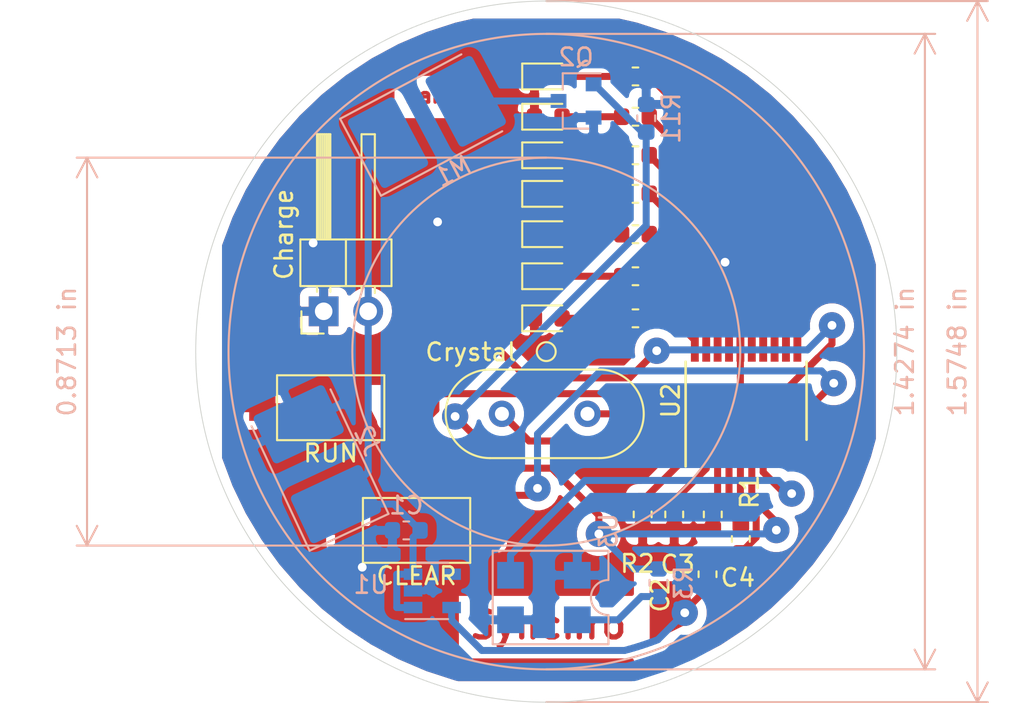
<source format=kicad_pcb>
(kicad_pcb (version 20171130) (host pcbnew 5.1.4-1.fc30)

  (general
    (thickness 1.6)
    (drawings 11)
    (tracks 164)
    (zones 0)
    (modules 32)
    (nets 31)
  )

  (page A4)
  (layers
    (0 F.Cu signal)
    (31 B.Cu signal)
    (32 B.Adhes user)
    (33 F.Adhes user)
    (34 B.Paste user)
    (35 F.Paste user)
    (36 B.SilkS user)
    (37 F.SilkS user)
    (38 B.Mask user)
    (39 F.Mask user)
    (40 Dwgs.User user)
    (41 Cmts.User user)
    (42 Eco1.User user)
    (43 Eco2.User user)
    (44 Edge.Cuts user)
    (45 Margin user)
    (46 B.CrtYd user)
    (47 F.CrtYd user)
    (48 B.Fab user hide)
    (49 F.Fab user hide)
  )

  (setup
    (last_trace_width 0.25)
    (user_trace_width 0.4)
    (trace_clearance 0.2)
    (zone_clearance 0.508)
    (zone_45_only no)
    (trace_min 0.2)
    (via_size 0.8)
    (via_drill 0.4)
    (via_min_size 0.4)
    (via_min_drill 0.3)
    (user_via 1.2 0.8)
    (user_via 1.5 0.5)
    (uvia_size 0.3)
    (uvia_drill 0.1)
    (uvias_allowed no)
    (uvia_min_size 0.2)
    (uvia_min_drill 0.1)
    (edge_width 0.05)
    (segment_width 0.2)
    (pcb_text_width 0.3)
    (pcb_text_size 1.5 1.5)
    (mod_edge_width 0.12)
    (mod_text_size 1 1)
    (mod_text_width 0.15)
    (pad_size 1.524 1.524)
    (pad_drill 0.762)
    (pad_to_mask_clearance 0.051)
    (solder_mask_min_width 0.25)
    (aux_axis_origin 0 0)
    (visible_elements FFFFFF7F)
    (pcbplotparams
      (layerselection 0x010fc_ffffffff)
      (usegerberextensions false)
      (usegerberattributes false)
      (usegerberadvancedattributes false)
      (creategerberjobfile false)
      (excludeedgelayer true)
      (linewidth 0.100000)
      (plotframeref false)
      (viasonmask false)
      (mode 1)
      (useauxorigin false)
      (hpglpennumber 1)
      (hpglpenspeed 20)
      (hpglpendiameter 15.000000)
      (psnegative false)
      (psa4output false)
      (plotreference true)
      (plotvalue true)
      (plotinvisibletext false)
      (padsonsilk false)
      (subtractmaskfromsilk false)
      (outputformat 1)
      (mirror false)
      (drillshape 1)
      (scaleselection 1)
      (outputdirectory ""))
  )

  (net 0 "")
  (net 1 GND)
  (net 2 +5V)
  (net 3 Vcc)
  (net 4 "Net-(C3-Pad1)")
  (net 5 "Net-(C4-Pad1)")
  (net 6 "Net-(D2-Pad2)")
  (net 7 "Net-(D3-Pad2)")
  (net 8 "Net-(D4-Pad2)")
  (net 9 "Net-(D5-Pad2)")
  (net 10 "Net-(D6-Pad2)")
  (net 11 "Net-(D7-Pad2)")
  (net 12 "Net-(D8-Pad2)")
  (net 13 "Net-(M1-Pad2)")
  (net 14 DIO)
  (net 15 CLK)
  (net 16 RST)
  (net 17 "Net-(R2-Pad1)")
  (net 18 "Net-(R4-Pad2)")
  (net 19 "Net-(R5-Pad2)")
  (net 20 "Net-(R6-Pad2)")
  (net 21 "Net-(R7-Pad2)")
  (net 22 "Net-(R8-Pad2)")
  (net 23 "Net-(R9-Pad2)")
  (net 24 "Net-(R10-Pad2)")
  (net 25 "Net-(SW1-Pad1)")
  (net 26 "Net-(SW2-Pad1)")
  (net 27 "Net-(U1-Pad4)")
  (net 28 "Net-(U2-Pad8)")
  (net 29 "Net-(U2-Pad11)")
  (net 30 "Net-(R3-Pad1)")

  (net_class Default "To jest domyślna klasa połączeń."
    (clearance 0.2)
    (trace_width 0.25)
    (via_dia 0.8)
    (via_drill 0.4)
    (uvia_dia 0.3)
    (uvia_drill 0.1)
    (add_net +5V)
    (add_net CLK)
    (add_net DIO)
    (add_net GND)
    (add_net "Net-(C3-Pad1)")
    (add_net "Net-(C4-Pad1)")
    (add_net "Net-(D2-Pad2)")
    (add_net "Net-(D3-Pad2)")
    (add_net "Net-(D4-Pad2)")
    (add_net "Net-(D5-Pad2)")
    (add_net "Net-(D6-Pad2)")
    (add_net "Net-(D7-Pad2)")
    (add_net "Net-(D8-Pad2)")
    (add_net "Net-(M1-Pad2)")
    (add_net "Net-(R10-Pad2)")
    (add_net "Net-(R2-Pad1)")
    (add_net "Net-(R3-Pad1)")
    (add_net "Net-(R4-Pad2)")
    (add_net "Net-(R5-Pad2)")
    (add_net "Net-(R6-Pad2)")
    (add_net "Net-(R7-Pad2)")
    (add_net "Net-(R8-Pad2)")
    (add_net "Net-(R9-Pad2)")
    (add_net "Net-(SW1-Pad1)")
    (add_net "Net-(SW2-Pad1)")
    (add_net "Net-(U1-Pad4)")
    (add_net "Net-(U2-Pad11)")
    (add_net "Net-(U2-Pad8)")
    (add_net RST)
    (add_net Vcc)
  )

  (module Package_DIP:DIP-4_W7.62mm (layer B.Cu) (tedit 5D6E99AB) (tstamp 5D6E99D0)
    (at 143 100.3 90)
    (descr "4-lead though-hole mounted DIP package, row spacing 7.62 mm (300 mils)")
    (tags "THT DIP DIL PDIP 2.54mm 7.62mm 300mil")
    (path /5D6EFA55)
    (fp_text reference U3 (at 5.08 3.048 90) (layer B.SilkS)
      (effects (font (size 1 1) (thickness 0.15)) (justify mirror))
    )
    (fp_text value KTIR0711S (at 1.27 -4.87 90) (layer B.Fab)
      (effects (font (size 1 1) (thickness 0.15)) (justify mirror))
    )
    (fp_arc (start 1.27 3.048) (end 0.27 3.048) (angle 180) (layer B.SilkS) (width 0.12))
    (fp_line (start -0.905 2.54) (end 4.445 2.54) (layer B.Fab) (width 0.1))
    (fp_line (start 4.445 2.54) (end 4.445 -3.937) (layer B.Fab) (width 0.1))
    (fp_line (start 4.445 -3.937) (end -1.905 -3.937) (layer B.Fab) (width 0.1))
    (fp_line (start -1.905 -3.937) (end -1.905 1.54) (layer B.Fab) (width 0.1))
    (fp_line (start -1.905 1.54) (end -0.905 2.54) (layer B.Fab) (width 0.1))
    (fp_line (start 0.27 3.048) (end -1.38 3.048) (layer B.SilkS) (width 0.12))
    (fp_line (start -1.397 3.048) (end -1.397 -3.556) (layer B.SilkS) (width 0.12))
    (fp_line (start -1.363 -3.556) (end 3.937 -3.556) (layer B.SilkS) (width 0.12))
    (fp_line (start 3.937 -3.556) (end 3.936 3.048) (layer B.SilkS) (width 0.12))
    (fp_line (start 3.936 3.048) (end 2.286 3.048) (layer B.SilkS) (width 0.12))
    (fp_line (start -1.397 2.286) (end -1.397 -3.429) (layer B.CrtYd) (width 0.05))
    (fp_line (start -1.397 -3.429) (end 3.937 -3.429) (layer B.CrtYd) (width 0.05))
    (fp_line (start 3.937 -3.429) (end 3.937 2.286) (layer B.CrtYd) (width 0.05))
    (fp_line (start 3.937 2.286) (end -1.397 2.286) (layer B.CrtYd) (width 0.05))
    (fp_text user %R (at 5.207 1.27 90) (layer B.Fab)
      (effects (font (size 1 1) (thickness 0.15)) (justify mirror))
    )
    (pad 1 smd rect (at 0 1.27 90) (size 1.524 1.524) (layers B.Cu B.Paste B.Mask)
      (net 30 "Net-(R3-Pad1)"))
    (pad 2 smd rect (at 0 -2.54 90) (size 1.524 1.524) (layers B.Cu B.Paste B.Mask)
      (net 1 GND))
    (pad 3 smd rect (at 2.54 1.27 90) (size 1.524 1.524) (layers B.Cu B.Paste B.Mask)
      (net 1 GND))
    (pad 4 smd rect (at 2.54 -2.54 90) (size 1.524 1.524) (layers B.Cu B.Paste B.Mask)
      (net 14 DIO))
    (model ${KISYS3DMOD}/Package_DIP.3dshapes/DIP-4_W7.62mm.wrl
      (at (xyz 0 0 0))
      (scale (xyz 1 1 1))
      (rotate (xyz 0 0 0))
    )
  )

  (module Crystal:Crystal_HC49-U_Vertical (layer F.Cu) (tedit 5A1AD3B8) (tstamp 5D6B59F2)
    (at 139.97 88.55)
    (descr "Crystal THT HC-49/U http://5hertz.com/pdfs/04404_D.pdf")
    (tags "THT crystalHC-49/U")
    (path /5D5DC690)
    (fp_text reference Crystal (at -1.77 -3.525) (layer F.SilkS)
      (effects (font (size 1 1) (thickness 0.15)))
    )
    (fp_text value 7.3728 (at 2.44 3.525) (layer F.Fab)
      (effects (font (size 1 1) (thickness 0.15)))
    )
    (fp_text user %R (at 2.44 0) (layer F.Fab)
      (effects (font (size 1 1) (thickness 0.15)))
    )
    (fp_line (start -0.685 -2.325) (end 5.565 -2.325) (layer F.Fab) (width 0.1))
    (fp_line (start -0.685 2.325) (end 5.565 2.325) (layer F.Fab) (width 0.1))
    (fp_line (start -0.56 -2) (end 5.44 -2) (layer F.Fab) (width 0.1))
    (fp_line (start -0.56 2) (end 5.44 2) (layer F.Fab) (width 0.1))
    (fp_line (start -0.685 -2.525) (end 5.565 -2.525) (layer F.SilkS) (width 0.12))
    (fp_line (start -0.685 2.525) (end 5.565 2.525) (layer F.SilkS) (width 0.12))
    (fp_line (start -3.5 -2.8) (end -3.5 2.8) (layer F.CrtYd) (width 0.05))
    (fp_line (start -3.5 2.8) (end 8.4 2.8) (layer F.CrtYd) (width 0.05))
    (fp_line (start 8.4 2.8) (end 8.4 -2.8) (layer F.CrtYd) (width 0.05))
    (fp_line (start 8.4 -2.8) (end -3.5 -2.8) (layer F.CrtYd) (width 0.05))
    (fp_arc (start -0.685 0) (end -0.685 -2.325) (angle -180) (layer F.Fab) (width 0.1))
    (fp_arc (start 5.565 0) (end 5.565 -2.325) (angle 180) (layer F.Fab) (width 0.1))
    (fp_arc (start -0.56 0) (end -0.56 -2) (angle -180) (layer F.Fab) (width 0.1))
    (fp_arc (start 5.44 0) (end 5.44 -2) (angle 180) (layer F.Fab) (width 0.1))
    (fp_arc (start -0.685 0) (end -0.685 -2.525) (angle -180) (layer F.SilkS) (width 0.12))
    (fp_arc (start 5.565 0) (end 5.565 -2.525) (angle 180) (layer F.SilkS) (width 0.12))
    (pad 1 thru_hole circle (at 0 0) (size 1.5 1.5) (drill 0.8) (layers *.Cu *.Mask)
      (net 4 "Net-(C3-Pad1)"))
    (pad 2 thru_hole circle (at 4.88 0) (size 1.5 1.5) (drill 0.8) (layers *.Cu *.Mask)
      (net 5 "Net-(C4-Pad1)"))
    (model ${KISYS3DMOD}/Crystal.3dshapes/Crystal_HC49-U_Vertical.wrl
      (at (xyz 0 0 0))
      (scale (xyz 1 1 1))
      (rotate (xyz 0 0 0))
    )
  )

  (module Capacitor_SMD:C_0603_1608Metric (layer B.Cu) (tedit 5B301BBE) (tstamp 5D6B369E)
    (at 134.5125 95.2 180)
    (descr "Capacitor SMD 0603 (1608 Metric), square (rectangular) end terminal, IPC_7351 nominal, (Body size source: http://www.tortai-tech.com/upload/download/2011102023233369053.pdf), generated with kicad-footprint-generator")
    (tags capacitor)
    (path /5D6DA98F)
    (attr smd)
    (fp_text reference C1 (at 0 1.43) (layer B.SilkS)
      (effects (font (size 1 1) (thickness 0.15)) (justify mirror))
    )
    (fp_text value 100n (at 0 -1.43) (layer B.Fab)
      (effects (font (size 1 1) (thickness 0.15)) (justify mirror))
    )
    (fp_line (start -0.8 -0.4) (end -0.8 0.4) (layer B.Fab) (width 0.1))
    (fp_line (start -0.8 0.4) (end 0.8 0.4) (layer B.Fab) (width 0.1))
    (fp_line (start 0.8 0.4) (end 0.8 -0.4) (layer B.Fab) (width 0.1))
    (fp_line (start 0.8 -0.4) (end -0.8 -0.4) (layer B.Fab) (width 0.1))
    (fp_line (start -0.162779 0.51) (end 0.162779 0.51) (layer B.SilkS) (width 0.12))
    (fp_line (start -0.162779 -0.51) (end 0.162779 -0.51) (layer B.SilkS) (width 0.12))
    (fp_line (start -1.48 -0.73) (end -1.48 0.73) (layer B.CrtYd) (width 0.05))
    (fp_line (start -1.48 0.73) (end 1.48 0.73) (layer B.CrtYd) (width 0.05))
    (fp_line (start 1.48 0.73) (end 1.48 -0.73) (layer B.CrtYd) (width 0.05))
    (fp_line (start 1.48 -0.73) (end -1.48 -0.73) (layer B.CrtYd) (width 0.05))
    (fp_text user %R (at 0 0) (layer B.Fab)
      (effects (font (size 0.4 0.4) (thickness 0.06)) (justify mirror))
    )
    (pad 1 smd roundrect (at -0.7875 0 180) (size 0.875 0.95) (layers B.Cu B.Paste B.Mask) (roundrect_rratio 0.25)
      (net 2 +5V))
    (pad 2 smd roundrect (at 0.7875 0 180) (size 0.875 0.95) (layers B.Cu B.Paste B.Mask) (roundrect_rratio 0.25)
      (net 1 GND))
    (model ${KISYS3DMOD}/Capacitor_SMD.3dshapes/C_0603_1608Metric.wrl
      (at (xyz 0 0 0))
      (scale (xyz 1 1 1))
      (rotate (xyz 0 0 0))
    )
  )

  (module Capacitor_SMD:C_0603_1608Metric (layer F.Cu) (tedit 5B301BBE) (tstamp 5D6B36AF)
    (at 151.7 97.7 90)
    (descr "Capacitor SMD 0603 (1608 Metric), square (rectangular) end terminal, IPC_7351 nominal, (Body size source: http://www.tortai-tech.com/upload/download/2011102023233369053.pdf), generated with kicad-footprint-generator")
    (tags capacitor)
    (path /5D6E34A0)
    (attr smd)
    (fp_text reference C2 (at -1.2 -2.7 90) (layer F.SilkS)
      (effects (font (size 1 1) (thickness 0.15)))
    )
    (fp_text value 100n (at 0 1.43 90) (layer F.Fab)
      (effects (font (size 1 1) (thickness 0.15)))
    )
    (fp_text user %R (at 0 0 90) (layer F.Fab)
      (effects (font (size 0.4 0.4) (thickness 0.06)))
    )
    (fp_line (start 1.48 0.73) (end -1.48 0.73) (layer F.CrtYd) (width 0.05))
    (fp_line (start 1.48 -0.73) (end 1.48 0.73) (layer F.CrtYd) (width 0.05))
    (fp_line (start -1.48 -0.73) (end 1.48 -0.73) (layer F.CrtYd) (width 0.05))
    (fp_line (start -1.48 0.73) (end -1.48 -0.73) (layer F.CrtYd) (width 0.05))
    (fp_line (start -0.162779 0.51) (end 0.162779 0.51) (layer F.SilkS) (width 0.12))
    (fp_line (start -0.162779 -0.51) (end 0.162779 -0.51) (layer F.SilkS) (width 0.12))
    (fp_line (start 0.8 0.4) (end -0.8 0.4) (layer F.Fab) (width 0.1))
    (fp_line (start 0.8 -0.4) (end 0.8 0.4) (layer F.Fab) (width 0.1))
    (fp_line (start -0.8 -0.4) (end 0.8 -0.4) (layer F.Fab) (width 0.1))
    (fp_line (start -0.8 0.4) (end -0.8 -0.4) (layer F.Fab) (width 0.1))
    (pad 2 smd roundrect (at 0.7875 0 90) (size 0.875 0.95) (layers F.Cu F.Paste F.Mask) (roundrect_rratio 0.25)
      (net 1 GND))
    (pad 1 smd roundrect (at -0.7875 0 90) (size 0.875 0.95) (layers F.Cu F.Paste F.Mask) (roundrect_rratio 0.25)
      (net 3 Vcc))
    (model ${KISYS3DMOD}/Capacitor_SMD.3dshapes/C_0603_1608Metric.wrl
      (at (xyz 0 0 0))
      (scale (xyz 1 1 1))
      (rotate (xyz 0 0 0))
    )
  )

  (module Capacitor_SMD:C_0603_1608Metric (layer F.Cu) (tedit 5B301BBE) (tstamp 5D6B36C0)
    (at 149.8 94.2875 270)
    (descr "Capacitor SMD 0603 (1608 Metric), square (rectangular) end terminal, IPC_7351 nominal, (Body size source: http://www.tortai-tech.com/upload/download/2011102023233369053.pdf), generated with kicad-footprint-generator")
    (tags capacitor)
    (path /5D5DD4B0)
    (attr smd)
    (fp_text reference C3 (at 2.85 -0.2 180) (layer F.SilkS)
      (effects (font (size 1 1) (thickness 0.15)))
    )
    (fp_text value 22p (at 4.3 -0.75 180) (layer F.Fab)
      (effects (font (size 1 1) (thickness 0.15)))
    )
    (fp_text user %R (at 0 0 90) (layer F.Fab)
      (effects (font (size 0.4 0.4) (thickness 0.06)))
    )
    (fp_line (start 1.48 0.73) (end -1.48 0.73) (layer F.CrtYd) (width 0.05))
    (fp_line (start 1.48 -0.73) (end 1.48 0.73) (layer F.CrtYd) (width 0.05))
    (fp_line (start -1.48 -0.73) (end 1.48 -0.73) (layer F.CrtYd) (width 0.05))
    (fp_line (start -1.48 0.73) (end -1.48 -0.73) (layer F.CrtYd) (width 0.05))
    (fp_line (start -0.162779 0.51) (end 0.162779 0.51) (layer F.SilkS) (width 0.12))
    (fp_line (start -0.162779 -0.51) (end 0.162779 -0.51) (layer F.SilkS) (width 0.12))
    (fp_line (start 0.8 0.4) (end -0.8 0.4) (layer F.Fab) (width 0.1))
    (fp_line (start 0.8 -0.4) (end 0.8 0.4) (layer F.Fab) (width 0.1))
    (fp_line (start -0.8 -0.4) (end 0.8 -0.4) (layer F.Fab) (width 0.1))
    (fp_line (start -0.8 0.4) (end -0.8 -0.4) (layer F.Fab) (width 0.1))
    (pad 2 smd roundrect (at 0.7875 0 270) (size 0.875 0.95) (layers F.Cu F.Paste F.Mask) (roundrect_rratio 0.25)
      (net 1 GND))
    (pad 1 smd roundrect (at -0.7875 0 270) (size 0.875 0.95) (layers F.Cu F.Paste F.Mask) (roundrect_rratio 0.25)
      (net 4 "Net-(C3-Pad1)"))
    (model ${KISYS3DMOD}/Capacitor_SMD.3dshapes/C_0603_1608Metric.wrl
      (at (xyz 0 0 0))
      (scale (xyz 1 1 1))
      (rotate (xyz 0 0 0))
    )
  )

  (module Capacitor_SMD:C_0603_1608Metric (layer F.Cu) (tedit 5B301BBE) (tstamp 5D6B54AC)
    (at 152 94.2875 270)
    (descr "Capacitor SMD 0603 (1608 Metric), square (rectangular) end terminal, IPC_7351 nominal, (Body size source: http://www.tortai-tech.com/upload/download/2011102023233369053.pdf), generated with kicad-footprint-generator")
    (tags capacitor)
    (path /5D5DD8E7)
    (attr smd)
    (fp_text reference C4 (at 3.6125 -1.43 180) (layer F.SilkS)
      (effects (font (size 1 1) (thickness 0.15)))
    )
    (fp_text value 22p (at 3.9875 -1.8 180) (layer F.Fab)
      (effects (font (size 1 1) (thickness 0.15)))
    )
    (fp_line (start -0.8 0.4) (end -0.8 -0.4) (layer F.Fab) (width 0.1))
    (fp_line (start -0.8 -0.4) (end 0.8 -0.4) (layer F.Fab) (width 0.1))
    (fp_line (start 0.8 -0.4) (end 0.8 0.4) (layer F.Fab) (width 0.1))
    (fp_line (start 0.8 0.4) (end -0.8 0.4) (layer F.Fab) (width 0.1))
    (fp_line (start -0.162779 -0.51) (end 0.162779 -0.51) (layer F.SilkS) (width 0.12))
    (fp_line (start -0.162779 0.51) (end 0.162779 0.51) (layer F.SilkS) (width 0.12))
    (fp_line (start -1.48 0.73) (end -1.48 -0.73) (layer F.CrtYd) (width 0.05))
    (fp_line (start -1.48 -0.73) (end 1.48 -0.73) (layer F.CrtYd) (width 0.05))
    (fp_line (start 1.48 -0.73) (end 1.48 0.73) (layer F.CrtYd) (width 0.05))
    (fp_line (start 1.48 0.73) (end -1.48 0.73) (layer F.CrtYd) (width 0.05))
    (fp_text user %R (at 0 0 90) (layer F.Fab)
      (effects (font (size 0.4 0.4) (thickness 0.06)))
    )
    (pad 1 smd roundrect (at -0.7875 0 270) (size 0.875 0.95) (layers F.Cu F.Paste F.Mask) (roundrect_rratio 0.25)
      (net 5 "Net-(C4-Pad1)"))
    (pad 2 smd roundrect (at 0.7875 0 270) (size 0.875 0.95) (layers F.Cu F.Paste F.Mask) (roundrect_rratio 0.25)
      (net 1 GND))
    (model ${KISYS3DMOD}/Capacitor_SMD.3dshapes/C_0603_1608Metric.wrl
      (at (xyz 0 0 0))
      (scale (xyz 1 1 1))
      (rotate (xyz 0 0 0))
    )
  )

  (module LED_SMD:LED_0603_1608Metric (layer F.Cu) (tedit 5B301BBE) (tstamp 5D6B45CA)
    (at 142.6125 69.3)
    (descr "LED SMD 0603 (1608 Metric), square (rectangular) end terminal, IPC_7351 nominal, (Body size source: http://www.tortai-tech.com/upload/download/2011102023233369053.pdf), generated with kicad-footprint-generator")
    (tags diode)
    (path /5D603600)
    (attr smd)
    (fp_text reference D2 (at -3.5125 0) (layer F.SilkS) hide
      (effects (font (size 1 1) (thickness 0.15)))
    )
    (fp_text value LED0 (at -4.85 -0.35) (layer F.Fab)
      (effects (font (size 1 1) (thickness 0.15)))
    )
    (fp_line (start 0.8 -0.4) (end -0.5 -0.4) (layer F.Fab) (width 0.1))
    (fp_line (start -0.5 -0.4) (end -0.8 -0.1) (layer F.Fab) (width 0.1))
    (fp_line (start -0.8 -0.1) (end -0.8 0.4) (layer F.Fab) (width 0.1))
    (fp_line (start -0.8 0.4) (end 0.8 0.4) (layer F.Fab) (width 0.1))
    (fp_line (start 0.8 0.4) (end 0.8 -0.4) (layer F.Fab) (width 0.1))
    (fp_line (start 0.8 -0.735) (end -1.485 -0.735) (layer F.SilkS) (width 0.12))
    (fp_line (start -1.485 -0.735) (end -1.485 0.735) (layer F.SilkS) (width 0.12))
    (fp_line (start -1.485 0.735) (end 0.8 0.735) (layer F.SilkS) (width 0.12))
    (fp_line (start -1.48 0.73) (end -1.48 -0.73) (layer F.CrtYd) (width 0.05))
    (fp_line (start -1.48 -0.73) (end 1.48 -0.73) (layer F.CrtYd) (width 0.05))
    (fp_line (start 1.48 -0.73) (end 1.48 0.73) (layer F.CrtYd) (width 0.05))
    (fp_line (start 1.48 0.73) (end -1.48 0.73) (layer F.CrtYd) (width 0.05))
    (fp_text user %R (at 0 0) (layer F.Fab)
      (effects (font (size 0.4 0.4) (thickness 0.06)))
    )
    (pad 1 smd roundrect (at -0.7875 0) (size 0.875 0.95) (layers F.Cu F.Paste F.Mask) (roundrect_rratio 0.25)
      (net 1 GND))
    (pad 2 smd roundrect (at 0.7875 0) (size 0.875 0.95) (layers F.Cu F.Paste F.Mask) (roundrect_rratio 0.25)
      (net 6 "Net-(D2-Pad2)"))
    (model ${KISYS3DMOD}/LED_SMD.3dshapes/LED_0603_1608Metric.wrl
      (at (xyz 0 0 0))
      (scale (xyz 1 1 1))
      (rotate (xyz 0 0 0))
    )
  )

  (module LED_SMD:LED_0603_1608Metric (layer F.Cu) (tedit 5B301BBE) (tstamp 5D6B370A)
    (at 142.6125 71.6)
    (descr "LED SMD 0603 (1608 Metric), square (rectangular) end terminal, IPC_7351 nominal, (Body size source: http://www.tortai-tech.com/upload/download/2011102023233369053.pdf), generated with kicad-footprint-generator")
    (tags diode)
    (path /5D603E47)
    (attr smd)
    (fp_text reference D3 (at -3.5125 0) (layer F.SilkS) hide
      (effects (font (size 1 1) (thickness 0.15)))
    )
    (fp_text value LED1 (at -4.8125 0.85) (layer F.Fab)
      (effects (font (size 1 1) (thickness 0.15)))
    )
    (fp_text user %R (at 0 0) (layer F.Fab)
      (effects (font (size 0.4 0.4) (thickness 0.06)))
    )
    (fp_line (start 1.48 0.73) (end -1.48 0.73) (layer F.CrtYd) (width 0.05))
    (fp_line (start 1.48 -0.73) (end 1.48 0.73) (layer F.CrtYd) (width 0.05))
    (fp_line (start -1.48 -0.73) (end 1.48 -0.73) (layer F.CrtYd) (width 0.05))
    (fp_line (start -1.48 0.73) (end -1.48 -0.73) (layer F.CrtYd) (width 0.05))
    (fp_line (start -1.485 0.735) (end 0.8 0.735) (layer F.SilkS) (width 0.12))
    (fp_line (start -1.485 -0.735) (end -1.485 0.735) (layer F.SilkS) (width 0.12))
    (fp_line (start 0.8 -0.735) (end -1.485 -0.735) (layer F.SilkS) (width 0.12))
    (fp_line (start 0.8 0.4) (end 0.8 -0.4) (layer F.Fab) (width 0.1))
    (fp_line (start -0.8 0.4) (end 0.8 0.4) (layer F.Fab) (width 0.1))
    (fp_line (start -0.8 -0.1) (end -0.8 0.4) (layer F.Fab) (width 0.1))
    (fp_line (start -0.5 -0.4) (end -0.8 -0.1) (layer F.Fab) (width 0.1))
    (fp_line (start 0.8 -0.4) (end -0.5 -0.4) (layer F.Fab) (width 0.1))
    (pad 2 smd roundrect (at 0.7875 0) (size 0.875 0.95) (layers F.Cu F.Paste F.Mask) (roundrect_rratio 0.25)
      (net 7 "Net-(D3-Pad2)"))
    (pad 1 smd roundrect (at -0.7875 0) (size 0.875 0.95) (layers F.Cu F.Paste F.Mask) (roundrect_rratio 0.25)
      (net 1 GND))
    (model ${KISYS3DMOD}/LED_SMD.3dshapes/LED_0603_1608Metric.wrl
      (at (xyz 0 0 0))
      (scale (xyz 1 1 1))
      (rotate (xyz 0 0 0))
    )
  )

  (module LED_SMD:LED_0603_1608Metric (layer F.Cu) (tedit 5B301BBE) (tstamp 5D6B371D)
    (at 142.6125 73.8)
    (descr "LED SMD 0603 (1608 Metric), square (rectangular) end terminal, IPC_7351 nominal, (Body size source: http://www.tortai-tech.com/upload/download/2011102023233369053.pdf), generated with kicad-footprint-generator")
    (tags diode)
    (path /5D6042BF)
    (attr smd)
    (fp_text reference D4 (at -3.4125 0) (layer F.SilkS) hide
      (effects (font (size 1 1) (thickness 0.15)))
    )
    (fp_text value LED2 (at -4.5625 1.85) (layer F.Fab)
      (effects (font (size 1 1) (thickness 0.15)))
    )
    (fp_line (start 0.8 -0.4) (end -0.5 -0.4) (layer F.Fab) (width 0.1))
    (fp_line (start -0.5 -0.4) (end -0.8 -0.1) (layer F.Fab) (width 0.1))
    (fp_line (start -0.8 -0.1) (end -0.8 0.4) (layer F.Fab) (width 0.1))
    (fp_line (start -0.8 0.4) (end 0.8 0.4) (layer F.Fab) (width 0.1))
    (fp_line (start 0.8 0.4) (end 0.8 -0.4) (layer F.Fab) (width 0.1))
    (fp_line (start 0.8 -0.735) (end -1.485 -0.735) (layer F.SilkS) (width 0.12))
    (fp_line (start -1.485 -0.735) (end -1.485 0.735) (layer F.SilkS) (width 0.12))
    (fp_line (start -1.485 0.735) (end 0.8 0.735) (layer F.SilkS) (width 0.12))
    (fp_line (start -1.48 0.73) (end -1.48 -0.73) (layer F.CrtYd) (width 0.05))
    (fp_line (start -1.48 -0.73) (end 1.48 -0.73) (layer F.CrtYd) (width 0.05))
    (fp_line (start 1.48 -0.73) (end 1.48 0.73) (layer F.CrtYd) (width 0.05))
    (fp_line (start 1.48 0.73) (end -1.48 0.73) (layer F.CrtYd) (width 0.05))
    (fp_text user %R (at 0 0) (layer F.Fab)
      (effects (font (size 0.4 0.4) (thickness 0.06)))
    )
    (pad 1 smd roundrect (at -0.7875 0) (size 0.875 0.95) (layers F.Cu F.Paste F.Mask) (roundrect_rratio 0.25)
      (net 1 GND))
    (pad 2 smd roundrect (at 0.7875 0) (size 0.875 0.95) (layers F.Cu F.Paste F.Mask) (roundrect_rratio 0.25)
      (net 8 "Net-(D4-Pad2)"))
    (model ${KISYS3DMOD}/LED_SMD.3dshapes/LED_0603_1608Metric.wrl
      (at (xyz 0 0 0))
      (scale (xyz 1 1 1))
      (rotate (xyz 0 0 0))
    )
  )

  (module LED_SMD:LED_0603_1608Metric (layer F.Cu) (tedit 5B301BBE) (tstamp 5D6B455F)
    (at 142.6125 76)
    (descr "LED SMD 0603 (1608 Metric), square (rectangular) end terminal, IPC_7351 nominal, (Body size source: http://www.tortai-tech.com/upload/download/2011102023233369053.pdf), generated with kicad-footprint-generator")
    (tags diode)
    (path /5D60484A)
    (attr smd)
    (fp_text reference D5 (at -3.4125 0.1) (layer F.SilkS) hide
      (effects (font (size 1 1) (thickness 0.15)))
    )
    (fp_text value LED3 (at -4.7375 2.725) (layer F.Fab)
      (effects (font (size 1 1) (thickness 0.15)))
    )
    (fp_text user %R (at 0 0) (layer F.Fab)
      (effects (font (size 0.4 0.4) (thickness 0.06)))
    )
    (fp_line (start 1.48 0.73) (end -1.48 0.73) (layer F.CrtYd) (width 0.05))
    (fp_line (start 1.48 -0.73) (end 1.48 0.73) (layer F.CrtYd) (width 0.05))
    (fp_line (start -1.48 -0.73) (end 1.48 -0.73) (layer F.CrtYd) (width 0.05))
    (fp_line (start -1.48 0.73) (end -1.48 -0.73) (layer F.CrtYd) (width 0.05))
    (fp_line (start -1.485 0.735) (end 0.8 0.735) (layer F.SilkS) (width 0.12))
    (fp_line (start -1.485 -0.735) (end -1.485 0.735) (layer F.SilkS) (width 0.12))
    (fp_line (start 0.8 -0.735) (end -1.485 -0.735) (layer F.SilkS) (width 0.12))
    (fp_line (start 0.8 0.4) (end 0.8 -0.4) (layer F.Fab) (width 0.1))
    (fp_line (start -0.8 0.4) (end 0.8 0.4) (layer F.Fab) (width 0.1))
    (fp_line (start -0.8 -0.1) (end -0.8 0.4) (layer F.Fab) (width 0.1))
    (fp_line (start -0.5 -0.4) (end -0.8 -0.1) (layer F.Fab) (width 0.1))
    (fp_line (start 0.8 -0.4) (end -0.5 -0.4) (layer F.Fab) (width 0.1))
    (pad 2 smd roundrect (at 0.7875 0) (size 0.875 0.95) (layers F.Cu F.Paste F.Mask) (roundrect_rratio 0.25)
      (net 9 "Net-(D5-Pad2)"))
    (pad 1 smd roundrect (at -0.7875 0) (size 0.875 0.95) (layers F.Cu F.Paste F.Mask) (roundrect_rratio 0.25)
      (net 1 GND))
    (model ${KISYS3DMOD}/LED_SMD.3dshapes/LED_0603_1608Metric.wrl
      (at (xyz 0 0 0))
      (scale (xyz 1 1 1))
      (rotate (xyz 0 0 0))
    )
  )

  (module LED_SMD:LED_0603_1608Metric (layer F.Cu) (tedit 5B301BBE) (tstamp 5D6B3743)
    (at 142.6125 78.3)
    (descr "LED SMD 0603 (1608 Metric), square (rectangular) end terminal, IPC_7351 nominal, (Body size source: http://www.tortai-tech.com/upload/download/2011102023233369053.pdf), generated with kicad-footprint-generator")
    (tags diode)
    (path /5D604BF8)
    (attr smd)
    (fp_text reference D6 (at -3.6125 0.1) (layer F.SilkS) hide
      (effects (font (size 1 1) (thickness 0.15)))
    )
    (fp_text value LED4 (at -4.55 3.45) (layer F.Fab)
      (effects (font (size 1 1) (thickness 0.15)))
    )
    (fp_line (start 0.8 -0.4) (end -0.5 -0.4) (layer F.Fab) (width 0.1))
    (fp_line (start -0.5 -0.4) (end -0.8 -0.1) (layer F.Fab) (width 0.1))
    (fp_line (start -0.8 -0.1) (end -0.8 0.4) (layer F.Fab) (width 0.1))
    (fp_line (start -0.8 0.4) (end 0.8 0.4) (layer F.Fab) (width 0.1))
    (fp_line (start 0.8 0.4) (end 0.8 -0.4) (layer F.Fab) (width 0.1))
    (fp_line (start 0.8 -0.735) (end -1.485 -0.735) (layer F.SilkS) (width 0.12))
    (fp_line (start -1.485 -0.735) (end -1.485 0.735) (layer F.SilkS) (width 0.12))
    (fp_line (start -1.485 0.735) (end 0.8 0.735) (layer F.SilkS) (width 0.12))
    (fp_line (start -1.48 0.73) (end -1.48 -0.73) (layer F.CrtYd) (width 0.05))
    (fp_line (start -1.48 -0.73) (end 1.48 -0.73) (layer F.CrtYd) (width 0.05))
    (fp_line (start 1.48 -0.73) (end 1.48 0.73) (layer F.CrtYd) (width 0.05))
    (fp_line (start 1.48 0.73) (end -1.48 0.73) (layer F.CrtYd) (width 0.05))
    (fp_text user %R (at 0 0) (layer F.Fab)
      (effects (font (size 0.4 0.4) (thickness 0.06)))
    )
    (pad 1 smd roundrect (at -0.7875 0) (size 0.875 0.95) (layers F.Cu F.Paste F.Mask) (roundrect_rratio 0.25)
      (net 1 GND))
    (pad 2 smd roundrect (at 0.7875 0) (size 0.875 0.95) (layers F.Cu F.Paste F.Mask) (roundrect_rratio 0.25)
      (net 10 "Net-(D6-Pad2)"))
    (model ${KISYS3DMOD}/LED_SMD.3dshapes/LED_0603_1608Metric.wrl
      (at (xyz 0 0 0))
      (scale (xyz 1 1 1))
      (rotate (xyz 0 0 0))
    )
  )

  (module LED_SMD:LED_0603_1608Metric (layer F.Cu) (tedit 5B301BBE) (tstamp 5D6B3756)
    (at 142.6125 80.7)
    (descr "LED SMD 0603 (1608 Metric), square (rectangular) end terminal, IPC_7351 nominal, (Body size source: http://www.tortai-tech.com/upload/download/2011102023233369053.pdf), generated with kicad-footprint-generator")
    (tags diode)
    (path /5D604DB4)
    (attr smd)
    (fp_text reference D7 (at -3.6125 0.1) (layer F.SilkS) hide
      (effects (font (size 1 1) (thickness 0.15)))
    )
    (fp_text value LED5 (at -4.7875 3.975) (layer F.Fab)
      (effects (font (size 1 1) (thickness 0.15)))
    )
    (fp_text user %R (at 0 0) (layer F.Fab)
      (effects (font (size 0.4 0.4) (thickness 0.06)))
    )
    (fp_line (start 1.48 0.73) (end -1.48 0.73) (layer F.CrtYd) (width 0.05))
    (fp_line (start 1.48 -0.73) (end 1.48 0.73) (layer F.CrtYd) (width 0.05))
    (fp_line (start -1.48 -0.73) (end 1.48 -0.73) (layer F.CrtYd) (width 0.05))
    (fp_line (start -1.48 0.73) (end -1.48 -0.73) (layer F.CrtYd) (width 0.05))
    (fp_line (start -1.485 0.735) (end 0.8 0.735) (layer F.SilkS) (width 0.12))
    (fp_line (start -1.485 -0.735) (end -1.485 0.735) (layer F.SilkS) (width 0.12))
    (fp_line (start 0.8 -0.735) (end -1.485 -0.735) (layer F.SilkS) (width 0.12))
    (fp_line (start 0.8 0.4) (end 0.8 -0.4) (layer F.Fab) (width 0.1))
    (fp_line (start -0.8 0.4) (end 0.8 0.4) (layer F.Fab) (width 0.1))
    (fp_line (start -0.8 -0.1) (end -0.8 0.4) (layer F.Fab) (width 0.1))
    (fp_line (start -0.5 -0.4) (end -0.8 -0.1) (layer F.Fab) (width 0.1))
    (fp_line (start 0.8 -0.4) (end -0.5 -0.4) (layer F.Fab) (width 0.1))
    (pad 2 smd roundrect (at 0.7875 0) (size 0.875 0.95) (layers F.Cu F.Paste F.Mask) (roundrect_rratio 0.25)
      (net 11 "Net-(D7-Pad2)"))
    (pad 1 smd roundrect (at -0.7875 0) (size 0.875 0.95) (layers F.Cu F.Paste F.Mask) (roundrect_rratio 0.25)
      (net 1 GND))
    (model ${KISYS3DMOD}/LED_SMD.3dshapes/LED_0603_1608Metric.wrl
      (at (xyz 0 0 0))
      (scale (xyz 1 1 1))
      (rotate (xyz 0 0 0))
    )
  )

  (module LED_SMD:LED_0603_1608Metric (layer F.Cu) (tedit 5B301BBE) (tstamp 5D6B49AD)
    (at 142.6125 83.1)
    (descr "LED SMD 0603 (1608 Metric), square (rectangular) end terminal, IPC_7351 nominal, (Body size source: http://www.tortai-tech.com/upload/download/2011102023233369053.pdf), generated with kicad-footprint-generator")
    (tags diode)
    (path /5D604F84)
    (attr smd)
    (fp_text reference D8 (at -3.6125 0.1) (layer F.SilkS) hide
      (effects (font (size 1 1) (thickness 0.15)))
    )
    (fp_text value LED6 (at -4.5125 4.3) (layer F.Fab)
      (effects (font (size 1 1) (thickness 0.15)))
    )
    (fp_line (start 0.8 -0.4) (end -0.5 -0.4) (layer F.Fab) (width 0.1))
    (fp_line (start -0.5 -0.4) (end -0.8 -0.1) (layer F.Fab) (width 0.1))
    (fp_line (start -0.8 -0.1) (end -0.8 0.4) (layer F.Fab) (width 0.1))
    (fp_line (start -0.8 0.4) (end 0.8 0.4) (layer F.Fab) (width 0.1))
    (fp_line (start 0.8 0.4) (end 0.8 -0.4) (layer F.Fab) (width 0.1))
    (fp_line (start 0.8 -0.735) (end -1.485 -0.735) (layer F.SilkS) (width 0.12))
    (fp_line (start -1.485 -0.735) (end -1.485 0.735) (layer F.SilkS) (width 0.12))
    (fp_line (start -1.485 0.735) (end 0.8 0.735) (layer F.SilkS) (width 0.12))
    (fp_line (start -1.48 0.73) (end -1.48 -0.73) (layer F.CrtYd) (width 0.05))
    (fp_line (start -1.48 -0.73) (end 1.48 -0.73) (layer F.CrtYd) (width 0.05))
    (fp_line (start 1.48 -0.73) (end 1.48 0.73) (layer F.CrtYd) (width 0.05))
    (fp_line (start 1.48 0.73) (end -1.48 0.73) (layer F.CrtYd) (width 0.05))
    (fp_text user %R (at 0 0) (layer F.Fab)
      (effects (font (size 0.4 0.4) (thickness 0.06)))
    )
    (pad 1 smd roundrect (at -0.7875 0) (size 0.875 0.95) (layers F.Cu F.Paste F.Mask) (roundrect_rratio 0.25)
      (net 1 GND))
    (pad 2 smd roundrect (at 0.7875 0) (size 0.875 0.95) (layers F.Cu F.Paste F.Mask) (roundrect_rratio 0.25)
      (net 12 "Net-(D8-Pad2)"))
    (model ${KISYS3DMOD}/LED_SMD.3dshapes/LED_0603_1608Metric.wrl
      (at (xyz 0 0 0))
      (scale (xyz 1 1 1))
      (rotate (xyz 0 0 0))
    )
  )

  (module Package_TO_SOT_SMD:SOT-23 (layer B.Cu) (tedit 5A02FF57) (tstamp 5D6B37F4)
    (at 144.2 70.7 180)
    (descr "SOT-23, Standard")
    (tags SOT-23)
    (path /5D6E790C)
    (attr smd)
    (fp_text reference Q2 (at 0 2.5) (layer B.SilkS)
      (effects (font (size 1 1) (thickness 0.15)) (justify mirror))
    )
    (fp_text value BS170F (at 0 -2.5) (layer B.Fab)
      (effects (font (size 1 1) (thickness 0.15)) (justify mirror))
    )
    (fp_text user %R (at 0 0 270) (layer B.Fab)
      (effects (font (size 0.5 0.5) (thickness 0.075)) (justify mirror))
    )
    (fp_line (start -0.7 0.95) (end -0.7 -1.5) (layer B.Fab) (width 0.1))
    (fp_line (start -0.15 1.52) (end 0.7 1.52) (layer B.Fab) (width 0.1))
    (fp_line (start -0.7 0.95) (end -0.15 1.52) (layer B.Fab) (width 0.1))
    (fp_line (start 0.7 1.52) (end 0.7 -1.52) (layer B.Fab) (width 0.1))
    (fp_line (start -0.7 -1.52) (end 0.7 -1.52) (layer B.Fab) (width 0.1))
    (fp_line (start 0.76 -1.58) (end 0.76 -0.65) (layer B.SilkS) (width 0.12))
    (fp_line (start 0.76 1.58) (end 0.76 0.65) (layer B.SilkS) (width 0.12))
    (fp_line (start -1.7 1.75) (end 1.7 1.75) (layer B.CrtYd) (width 0.05))
    (fp_line (start 1.7 1.75) (end 1.7 -1.75) (layer B.CrtYd) (width 0.05))
    (fp_line (start 1.7 -1.75) (end -1.7 -1.75) (layer B.CrtYd) (width 0.05))
    (fp_line (start -1.7 -1.75) (end -1.7 1.75) (layer B.CrtYd) (width 0.05))
    (fp_line (start 0.76 1.58) (end -1.4 1.58) (layer B.SilkS) (width 0.12))
    (fp_line (start 0.76 -1.58) (end -0.7 -1.58) (layer B.SilkS) (width 0.12))
    (pad 1 smd rect (at -1 0.95 180) (size 0.9 0.8) (layers B.Cu B.Paste B.Mask)
      (net 15 CLK))
    (pad 2 smd rect (at -1 -0.95 180) (size 0.9 0.8) (layers B.Cu B.Paste B.Mask)
      (net 1 GND))
    (pad 3 smd rect (at 1 0 180) (size 0.9 0.8) (layers B.Cu B.Paste B.Mask)
      (net 13 "Net-(M1-Pad2)"))
    (model ${KISYS3DMOD}/Package_TO_SOT_SMD.3dshapes/SOT-23.wrl
      (at (xyz 0 0 0))
      (scale (xyz 1 1 1))
      (rotate (xyz 0 0 0))
    )
  )

  (module Resistor_SMD:R_0603_1608Metric (layer F.Cu) (tedit 5B301BBD) (tstamp 5D6B3805)
    (at 153.6 95.6875 90)
    (descr "Resistor SMD 0603 (1608 Metric), square (rectangular) end terminal, IPC_7351 nominal, (Body size source: http://www.tortai-tech.com/upload/download/2011102023233369053.pdf), generated with kicad-footprint-generator")
    (tags resistor)
    (path /5D5E07D5)
    (attr smd)
    (fp_text reference R1 (at 2.6875 0.5 90) (layer F.SilkS)
      (effects (font (size 1 1) (thickness 0.15)))
    )
    (fp_text value 10k (at 0 1.43 90) (layer F.Fab)
      (effects (font (size 1 1) (thickness 0.15)))
    )
    (fp_text user %R (at 0 0 90) (layer F.Fab)
      (effects (font (size 0.4 0.4) (thickness 0.06)))
    )
    (fp_line (start 1.48 0.73) (end -1.48 0.73) (layer F.CrtYd) (width 0.05))
    (fp_line (start 1.48 -0.73) (end 1.48 0.73) (layer F.CrtYd) (width 0.05))
    (fp_line (start -1.48 -0.73) (end 1.48 -0.73) (layer F.CrtYd) (width 0.05))
    (fp_line (start -1.48 0.73) (end -1.48 -0.73) (layer F.CrtYd) (width 0.05))
    (fp_line (start -0.162779 0.51) (end 0.162779 0.51) (layer F.SilkS) (width 0.12))
    (fp_line (start -0.162779 -0.51) (end 0.162779 -0.51) (layer F.SilkS) (width 0.12))
    (fp_line (start 0.8 0.4) (end -0.8 0.4) (layer F.Fab) (width 0.1))
    (fp_line (start 0.8 -0.4) (end 0.8 0.4) (layer F.Fab) (width 0.1))
    (fp_line (start -0.8 -0.4) (end 0.8 -0.4) (layer F.Fab) (width 0.1))
    (fp_line (start -0.8 0.4) (end -0.8 -0.4) (layer F.Fab) (width 0.1))
    (pad 2 smd roundrect (at 0.7875 0 90) (size 0.875 0.95) (layers F.Cu F.Paste F.Mask) (roundrect_rratio 0.25)
      (net 16 RST))
    (pad 1 smd roundrect (at -0.7875 0 90) (size 0.875 0.95) (layers F.Cu F.Paste F.Mask) (roundrect_rratio 0.25)
      (net 3 Vcc))
    (model ${KISYS3DMOD}/Resistor_SMD.3dshapes/R_0603_1608Metric.wrl
      (at (xyz 0 0 0))
      (scale (xyz 1 1 1))
      (rotate (xyz 0 0 0))
    )
  )

  (module Resistor_SMD:R_0603_1608Metric (layer F.Cu) (tedit 5B301BBD) (tstamp 5D6B3816)
    (at 148 94.2875 270)
    (descr "Resistor SMD 0603 (1608 Metric), square (rectangular) end terminal, IPC_7351 nominal, (Body size source: http://www.tortai-tech.com/upload/download/2011102023233369053.pdf), generated with kicad-footprint-generator")
    (tags resistor)
    (path /5D5E0BFF)
    (attr smd)
    (fp_text reference R2 (at 2.8125 0.3 180) (layer F.SilkS)
      (effects (font (size 1 1) (thickness 0.15)))
    )
    (fp_text value 10k (at 4.3625 0.1 180) (layer F.Fab)
      (effects (font (size 1 1) (thickness 0.15)))
    )
    (fp_line (start -0.8 0.4) (end -0.8 -0.4) (layer F.Fab) (width 0.1))
    (fp_line (start -0.8 -0.4) (end 0.8 -0.4) (layer F.Fab) (width 0.1))
    (fp_line (start 0.8 -0.4) (end 0.8 0.4) (layer F.Fab) (width 0.1))
    (fp_line (start 0.8 0.4) (end -0.8 0.4) (layer F.Fab) (width 0.1))
    (fp_line (start -0.162779 -0.51) (end 0.162779 -0.51) (layer F.SilkS) (width 0.12))
    (fp_line (start -0.162779 0.51) (end 0.162779 0.51) (layer F.SilkS) (width 0.12))
    (fp_line (start -1.48 0.73) (end -1.48 -0.73) (layer F.CrtYd) (width 0.05))
    (fp_line (start -1.48 -0.73) (end 1.48 -0.73) (layer F.CrtYd) (width 0.05))
    (fp_line (start 1.48 -0.73) (end 1.48 0.73) (layer F.CrtYd) (width 0.05))
    (fp_line (start 1.48 0.73) (end -1.48 0.73) (layer F.CrtYd) (width 0.05))
    (fp_text user %R (at 0 0 90) (layer F.Fab)
      (effects (font (size 0.4 0.4) (thickness 0.06)))
    )
    (pad 1 smd roundrect (at -0.7875 0 270) (size 0.875 0.95) (layers F.Cu F.Paste F.Mask) (roundrect_rratio 0.25)
      (net 17 "Net-(R2-Pad1)"))
    (pad 2 smd roundrect (at 0.7875 0 270) (size 0.875 0.95) (layers F.Cu F.Paste F.Mask) (roundrect_rratio 0.25)
      (net 1 GND))
    (model ${KISYS3DMOD}/Resistor_SMD.3dshapes/R_0603_1608Metric.wrl
      (at (xyz 0 0 0))
      (scale (xyz 1 1 1))
      (rotate (xyz 0 0 0))
    )
  )

  (module Resistor_SMD:R_0603_1608Metric (layer B.Cu) (tedit 5B301BBD) (tstamp 5D6B169E)
    (at 148.9 98.1875 90)
    (descr "Resistor SMD 0603 (1608 Metric), square (rectangular) end terminal, IPC_7351 nominal, (Body size source: http://www.tortai-tech.com/upload/download/2011102023233369053.pdf), generated with kicad-footprint-generator")
    (tags resistor)
    (path /5D5EC6C6)
    (attr smd)
    (fp_text reference R3 (at 0 1.43 90) (layer B.SilkS)
      (effects (font (size 1 1) (thickness 0.15)) (justify mirror))
    )
    (fp_text value 22R (at 0 -1.43 90) (layer B.Fab)
      (effects (font (size 1 1) (thickness 0.15)) (justify mirror))
    )
    (fp_text user %R (at 0 0 90) (layer B.Fab)
      (effects (font (size 0.4 0.4) (thickness 0.06)) (justify mirror))
    )
    (fp_line (start 1.48 -0.73) (end -1.48 -0.73) (layer B.CrtYd) (width 0.05))
    (fp_line (start 1.48 0.73) (end 1.48 -0.73) (layer B.CrtYd) (width 0.05))
    (fp_line (start -1.48 0.73) (end 1.48 0.73) (layer B.CrtYd) (width 0.05))
    (fp_line (start -1.48 -0.73) (end -1.48 0.73) (layer B.CrtYd) (width 0.05))
    (fp_line (start -0.162779 -0.51) (end 0.162779 -0.51) (layer B.SilkS) (width 0.12))
    (fp_line (start -0.162779 0.51) (end 0.162779 0.51) (layer B.SilkS) (width 0.12))
    (fp_line (start 0.8 -0.4) (end -0.8 -0.4) (layer B.Fab) (width 0.1))
    (fp_line (start 0.8 0.4) (end 0.8 -0.4) (layer B.Fab) (width 0.1))
    (fp_line (start -0.8 0.4) (end 0.8 0.4) (layer B.Fab) (width 0.1))
    (fp_line (start -0.8 -0.4) (end -0.8 0.4) (layer B.Fab) (width 0.1))
    (pad 2 smd roundrect (at 0.7875 0 90) (size 0.875 0.95) (layers B.Cu B.Paste B.Mask) (roundrect_rratio 0.25)
      (net 15 CLK))
    (pad 1 smd roundrect (at -0.7875 0 90) (size 0.875 0.95) (layers B.Cu B.Paste B.Mask) (roundrect_rratio 0.25)
      (net 30 "Net-(R3-Pad1)"))
    (model ${KISYS3DMOD}/Resistor_SMD.3dshapes/R_0603_1608Metric.wrl
      (at (xyz 0 0 0))
      (scale (xyz 1 1 1))
      (rotate (xyz 0 0 0))
    )
  )

  (module Resistor_SMD:R_0603_1608Metric (layer F.Cu) (tedit 5B301BBD) (tstamp 5D6B5A3F)
    (at 147.5875 69.3)
    (descr "Resistor SMD 0603 (1608 Metric), square (rectangular) end terminal, IPC_7351 nominal, (Body size source: http://www.tortai-tech.com/upload/download/2011102023233369053.pdf), generated with kicad-footprint-generator")
    (tags resistor)
    (path /5D61728B)
    (attr smd)
    (fp_text reference R4 (at 3.0125 0.9) (layer F.SilkS) hide
      (effects (font (size 1 1) (thickness 0.15)))
    )
    (fp_text value 220R (at -4.9875 -11.1) (layer F.Fab)
      (effects (font (size 1 1) (thickness 0.15)))
    )
    (fp_line (start -0.8 0.4) (end -0.8 -0.4) (layer F.Fab) (width 0.1))
    (fp_line (start -0.8 -0.4) (end 0.8 -0.4) (layer F.Fab) (width 0.1))
    (fp_line (start 0.8 -0.4) (end 0.8 0.4) (layer F.Fab) (width 0.1))
    (fp_line (start 0.8 0.4) (end -0.8 0.4) (layer F.Fab) (width 0.1))
    (fp_line (start -0.162779 -0.51) (end 0.162779 -0.51) (layer F.SilkS) (width 0.12))
    (fp_line (start -0.162779 0.51) (end 0.162779 0.51) (layer F.SilkS) (width 0.12))
    (fp_line (start -1.48 0.73) (end -1.48 -0.73) (layer F.CrtYd) (width 0.05))
    (fp_line (start -1.48 -0.73) (end 1.48 -0.73) (layer F.CrtYd) (width 0.05))
    (fp_line (start 1.48 -0.73) (end 1.48 0.73) (layer F.CrtYd) (width 0.05))
    (fp_line (start 1.48 0.73) (end -1.48 0.73) (layer F.CrtYd) (width 0.05))
    (fp_text user %R (at 0 0) (layer F.Fab)
      (effects (font (size 0.4 0.4) (thickness 0.06)))
    )
    (pad 1 smd roundrect (at -0.7875 0) (size 0.875 0.95) (layers F.Cu F.Paste F.Mask) (roundrect_rratio 0.25)
      (net 6 "Net-(D2-Pad2)"))
    (pad 2 smd roundrect (at 0.7875 0) (size 0.875 0.95) (layers F.Cu F.Paste F.Mask) (roundrect_rratio 0.25)
      (net 18 "Net-(R4-Pad2)"))
    (model ${KISYS3DMOD}/Resistor_SMD.3dshapes/R_0603_1608Metric.wrl
      (at (xyz 0 0 0))
      (scale (xyz 1 1 1))
      (rotate (xyz 0 0 0))
    )
  )

  (module Resistor_SMD:R_0603_1608Metric (layer F.Cu) (tedit 5B301BBD) (tstamp 5D6B3849)
    (at 147.5875 71.6)
    (descr "Resistor SMD 0603 (1608 Metric), square (rectangular) end terminal, IPC_7351 nominal, (Body size source: http://www.tortai-tech.com/upload/download/2011102023233369053.pdf), generated with kicad-footprint-generator")
    (tags resistor)
    (path /5D619D31)
    (attr smd)
    (fp_text reference R5 (at 3.0125 0.8) (layer F.SilkS) hide
      (effects (font (size 1 1) (thickness 0.15)))
    )
    (fp_text value 220R (at -5.2125 -10.7) (layer F.Fab)
      (effects (font (size 1 1) (thickness 0.15)))
    )
    (fp_text user %R (at 0 0) (layer F.Fab)
      (effects (font (size 0.4 0.4) (thickness 0.06)))
    )
    (fp_line (start 1.48 0.73) (end -1.48 0.73) (layer F.CrtYd) (width 0.05))
    (fp_line (start 1.48 -0.73) (end 1.48 0.73) (layer F.CrtYd) (width 0.05))
    (fp_line (start -1.48 -0.73) (end 1.48 -0.73) (layer F.CrtYd) (width 0.05))
    (fp_line (start -1.48 0.73) (end -1.48 -0.73) (layer F.CrtYd) (width 0.05))
    (fp_line (start -0.162779 0.51) (end 0.162779 0.51) (layer F.SilkS) (width 0.12))
    (fp_line (start -0.162779 -0.51) (end 0.162779 -0.51) (layer F.SilkS) (width 0.12))
    (fp_line (start 0.8 0.4) (end -0.8 0.4) (layer F.Fab) (width 0.1))
    (fp_line (start 0.8 -0.4) (end 0.8 0.4) (layer F.Fab) (width 0.1))
    (fp_line (start -0.8 -0.4) (end 0.8 -0.4) (layer F.Fab) (width 0.1))
    (fp_line (start -0.8 0.4) (end -0.8 -0.4) (layer F.Fab) (width 0.1))
    (pad 2 smd roundrect (at 0.7875 0) (size 0.875 0.95) (layers F.Cu F.Paste F.Mask) (roundrect_rratio 0.25)
      (net 19 "Net-(R5-Pad2)"))
    (pad 1 smd roundrect (at -0.7875 0) (size 0.875 0.95) (layers F.Cu F.Paste F.Mask) (roundrect_rratio 0.25)
      (net 7 "Net-(D3-Pad2)"))
    (model ${KISYS3DMOD}/Resistor_SMD.3dshapes/R_0603_1608Metric.wrl
      (at (xyz 0 0 0))
      (scale (xyz 1 1 1))
      (rotate (xyz 0 0 0))
    )
  )

  (module Resistor_SMD:R_0603_1608Metric (layer F.Cu) (tedit 5B301BBD) (tstamp 5D6B41A9)
    (at 147.5875 73.8)
    (descr "Resistor SMD 0603 (1608 Metric), square (rectangular) end terminal, IPC_7351 nominal, (Body size source: http://www.tortai-tech.com/upload/download/2011102023233369053.pdf), generated with kicad-footprint-generator")
    (tags resistor)
    (path /5D61A6B6)
    (attr smd)
    (fp_text reference R6 (at 3.1125 0.2) (layer F.SilkS) hide
      (effects (font (size 1 1) (thickness 0.15)))
    )
    (fp_text value 220R (at -5.4125 -9.8) (layer F.Fab)
      (effects (font (size 1 1) (thickness 0.15)))
    )
    (fp_line (start -0.8 0.4) (end -0.8 -0.4) (layer F.Fab) (width 0.1))
    (fp_line (start -0.8 -0.4) (end 0.8 -0.4) (layer F.Fab) (width 0.1))
    (fp_line (start 0.8 -0.4) (end 0.8 0.4) (layer F.Fab) (width 0.1))
    (fp_line (start 0.8 0.4) (end -0.8 0.4) (layer F.Fab) (width 0.1))
    (fp_line (start -0.162779 -0.51) (end 0.162779 -0.51) (layer F.SilkS) (width 0.12))
    (fp_line (start -0.162779 0.51) (end 0.162779 0.51) (layer F.SilkS) (width 0.12))
    (fp_line (start -1.48 0.73) (end -1.48 -0.73) (layer F.CrtYd) (width 0.05))
    (fp_line (start -1.48 -0.73) (end 1.48 -0.73) (layer F.CrtYd) (width 0.05))
    (fp_line (start 1.48 -0.73) (end 1.48 0.73) (layer F.CrtYd) (width 0.05))
    (fp_line (start 1.48 0.73) (end -1.48 0.73) (layer F.CrtYd) (width 0.05))
    (fp_text user %R (at 0 0) (layer F.Fab)
      (effects (font (size 0.4 0.4) (thickness 0.06)))
    )
    (pad 1 smd roundrect (at -0.7875 0) (size 0.875 0.95) (layers F.Cu F.Paste F.Mask) (roundrect_rratio 0.25)
      (net 8 "Net-(D4-Pad2)"))
    (pad 2 smd roundrect (at 0.7875 0) (size 0.875 0.95) (layers F.Cu F.Paste F.Mask) (roundrect_rratio 0.25)
      (net 20 "Net-(R6-Pad2)"))
    (model ${KISYS3DMOD}/Resistor_SMD.3dshapes/R_0603_1608Metric.wrl
      (at (xyz 0 0 0))
      (scale (xyz 1 1 1))
      (rotate (xyz 0 0 0))
    )
  )

  (module Resistor_SMD:R_0603_1608Metric (layer F.Cu) (tedit 5B301BBD) (tstamp 5D6B4C9F)
    (at 147.5875 76)
    (descr "Resistor SMD 0603 (1608 Metric), square (rectangular) end terminal, IPC_7351 nominal, (Body size source: http://www.tortai-tech.com/upload/download/2011102023233369053.pdf), generated with kicad-footprint-generator")
    (tags resistor)
    (path /5D61B052)
    (attr smd)
    (fp_text reference R7 (at 3.1125 0) (layer F.SilkS) hide
      (effects (font (size 1 1) (thickness 0.15)))
    )
    (fp_text value 220R (at 0.6125 -19.2) (layer F.Fab)
      (effects (font (size 1 1) (thickness 0.15)))
    )
    (fp_text user %R (at 0 0) (layer F.Fab)
      (effects (font (size 0.4 0.4) (thickness 0.06)))
    )
    (fp_line (start 1.48 0.73) (end -1.48 0.73) (layer F.CrtYd) (width 0.05))
    (fp_line (start 1.48 -0.73) (end 1.48 0.73) (layer F.CrtYd) (width 0.05))
    (fp_line (start -1.48 -0.73) (end 1.48 -0.73) (layer F.CrtYd) (width 0.05))
    (fp_line (start -1.48 0.73) (end -1.48 -0.73) (layer F.CrtYd) (width 0.05))
    (fp_line (start -0.162779 0.51) (end 0.162779 0.51) (layer F.SilkS) (width 0.12))
    (fp_line (start -0.162779 -0.51) (end 0.162779 -0.51) (layer F.SilkS) (width 0.12))
    (fp_line (start 0.8 0.4) (end -0.8 0.4) (layer F.Fab) (width 0.1))
    (fp_line (start 0.8 -0.4) (end 0.8 0.4) (layer F.Fab) (width 0.1))
    (fp_line (start -0.8 -0.4) (end 0.8 -0.4) (layer F.Fab) (width 0.1))
    (fp_line (start -0.8 0.4) (end -0.8 -0.4) (layer F.Fab) (width 0.1))
    (pad 2 smd roundrect (at 0.7875 0) (size 0.875 0.95) (layers F.Cu F.Paste F.Mask) (roundrect_rratio 0.25)
      (net 21 "Net-(R7-Pad2)"))
    (pad 1 smd roundrect (at -0.7875 0) (size 0.875 0.95) (layers F.Cu F.Paste F.Mask) (roundrect_rratio 0.25)
      (net 9 "Net-(D5-Pad2)"))
    (model ${KISYS3DMOD}/Resistor_SMD.3dshapes/R_0603_1608Metric.wrl
      (at (xyz 0 0 0))
      (scale (xyz 1 1 1))
      (rotate (xyz 0 0 0))
    )
  )

  (module Resistor_SMD:R_0603_1608Metric (layer F.Cu) (tedit 5B301BBD) (tstamp 5D6B387C)
    (at 147.5875 78.3)
    (descr "Resistor SMD 0603 (1608 Metric), square (rectangular) end terminal, IPC_7351 nominal, (Body size source: http://www.tortai-tech.com/upload/download/2011102023233369053.pdf), generated with kicad-footprint-generator")
    (tags resistor)
    (path /5D61B9DA)
    (attr smd)
    (fp_text reference R8 (at 3.0125 0.3) (layer F.SilkS) hide
      (effects (font (size 1 1) (thickness 0.15)))
    )
    (fp_text value 220R (at 0.4875 -18.6) (layer F.Fab)
      (effects (font (size 1 1) (thickness 0.15)))
    )
    (fp_line (start -0.8 0.4) (end -0.8 -0.4) (layer F.Fab) (width 0.1))
    (fp_line (start -0.8 -0.4) (end 0.8 -0.4) (layer F.Fab) (width 0.1))
    (fp_line (start 0.8 -0.4) (end 0.8 0.4) (layer F.Fab) (width 0.1))
    (fp_line (start 0.8 0.4) (end -0.8 0.4) (layer F.Fab) (width 0.1))
    (fp_line (start -0.162779 -0.51) (end 0.162779 -0.51) (layer F.SilkS) (width 0.12))
    (fp_line (start -0.162779 0.51) (end 0.162779 0.51) (layer F.SilkS) (width 0.12))
    (fp_line (start -1.48 0.73) (end -1.48 -0.73) (layer F.CrtYd) (width 0.05))
    (fp_line (start -1.48 -0.73) (end 1.48 -0.73) (layer F.CrtYd) (width 0.05))
    (fp_line (start 1.48 -0.73) (end 1.48 0.73) (layer F.CrtYd) (width 0.05))
    (fp_line (start 1.48 0.73) (end -1.48 0.73) (layer F.CrtYd) (width 0.05))
    (fp_text user %R (at 0 0) (layer F.Fab)
      (effects (font (size 0.4 0.4) (thickness 0.06)))
    )
    (pad 1 smd roundrect (at -0.7875 0) (size 0.875 0.95) (layers F.Cu F.Paste F.Mask) (roundrect_rratio 0.25)
      (net 10 "Net-(D6-Pad2)"))
    (pad 2 smd roundrect (at 0.7875 0) (size 0.875 0.95) (layers F.Cu F.Paste F.Mask) (roundrect_rratio 0.25)
      (net 22 "Net-(R8-Pad2)"))
    (model ${KISYS3DMOD}/Resistor_SMD.3dshapes/R_0603_1608Metric.wrl
      (at (xyz 0 0 0))
      (scale (xyz 1 1 1))
      (rotate (xyz 0 0 0))
    )
  )

  (module Resistor_SMD:R_0603_1608Metric (layer F.Cu) (tedit 5B301BBD) (tstamp 5D6B388D)
    (at 147.5875 80.7)
    (descr "Resistor SMD 0603 (1608 Metric), square (rectangular) end terminal, IPC_7351 nominal, (Body size source: http://www.tortai-tech.com/upload/download/2011102023233369053.pdf), generated with kicad-footprint-generator")
    (tags resistor)
    (path /5D61C420)
    (attr smd)
    (fp_text reference R9 (at 2.9125 0.2) (layer F.SilkS) hide
      (effects (font (size 1 1) (thickness 0.15)))
    )
    (fp_text value 220R (at 0.3875 -18) (layer F.Fab)
      (effects (font (size 1 1) (thickness 0.15)))
    )
    (fp_line (start -0.8 0.4) (end -0.8 -0.4) (layer F.Fab) (width 0.1))
    (fp_line (start -0.8 -0.4) (end 0.8 -0.4) (layer F.Fab) (width 0.1))
    (fp_line (start 0.8 -0.4) (end 0.8 0.4) (layer F.Fab) (width 0.1))
    (fp_line (start 0.8 0.4) (end -0.8 0.4) (layer F.Fab) (width 0.1))
    (fp_line (start -0.162779 -0.51) (end 0.162779 -0.51) (layer F.SilkS) (width 0.12))
    (fp_line (start -0.162779 0.51) (end 0.162779 0.51) (layer F.SilkS) (width 0.12))
    (fp_line (start -1.48 0.73) (end -1.48 -0.73) (layer F.CrtYd) (width 0.05))
    (fp_line (start -1.48 -0.73) (end 1.48 -0.73) (layer F.CrtYd) (width 0.05))
    (fp_line (start 1.48 -0.73) (end 1.48 0.73) (layer F.CrtYd) (width 0.05))
    (fp_line (start 1.48 0.73) (end -1.48 0.73) (layer F.CrtYd) (width 0.05))
    (fp_text user %R (at 0 0) (layer F.Fab)
      (effects (font (size 0.4 0.4) (thickness 0.06)))
    )
    (pad 1 smd roundrect (at -0.7875 0) (size 0.875 0.95) (layers F.Cu F.Paste F.Mask) (roundrect_rratio 0.25)
      (net 11 "Net-(D7-Pad2)"))
    (pad 2 smd roundrect (at 0.7875 0) (size 0.875 0.95) (layers F.Cu F.Paste F.Mask) (roundrect_rratio 0.25)
      (net 23 "Net-(R9-Pad2)"))
    (model ${KISYS3DMOD}/Resistor_SMD.3dshapes/R_0603_1608Metric.wrl
      (at (xyz 0 0 0))
      (scale (xyz 1 1 1))
      (rotate (xyz 0 0 0))
    )
  )

  (module Resistor_SMD:R_0603_1608Metric (layer F.Cu) (tedit 5B301BBD) (tstamp 5D6B4368)
    (at 147.5875 83.1)
    (descr "Resistor SMD 0603 (1608 Metric), square (rectangular) end terminal, IPC_7351 nominal, (Body size source: http://www.tortai-tech.com/upload/download/2011102023233369053.pdf), generated with kicad-footprint-generator")
    (tags resistor)
    (path /5D61CE91)
    (attr smd)
    (fp_text reference R10 (at -1.2875 1.6) (layer F.SilkS) hide
      (effects (font (size 1 1) (thickness 0.15)))
    )
    (fp_text value 220R (at 0.4125 -17.5) (layer F.Fab)
      (effects (font (size 1 1) (thickness 0.15)))
    )
    (fp_text user %R (at 0 0) (layer F.Fab)
      (effects (font (size 0.4 0.4) (thickness 0.06)))
    )
    (fp_line (start 1.48 0.73) (end -1.48 0.73) (layer F.CrtYd) (width 0.05))
    (fp_line (start 1.48 -0.73) (end 1.48 0.73) (layer F.CrtYd) (width 0.05))
    (fp_line (start -1.48 -0.73) (end 1.48 -0.73) (layer F.CrtYd) (width 0.05))
    (fp_line (start -1.48 0.73) (end -1.48 -0.73) (layer F.CrtYd) (width 0.05))
    (fp_line (start -0.162779 0.51) (end 0.162779 0.51) (layer F.SilkS) (width 0.12))
    (fp_line (start -0.162779 -0.51) (end 0.162779 -0.51) (layer F.SilkS) (width 0.12))
    (fp_line (start 0.8 0.4) (end -0.8 0.4) (layer F.Fab) (width 0.1))
    (fp_line (start 0.8 -0.4) (end 0.8 0.4) (layer F.Fab) (width 0.1))
    (fp_line (start -0.8 -0.4) (end 0.8 -0.4) (layer F.Fab) (width 0.1))
    (fp_line (start -0.8 0.4) (end -0.8 -0.4) (layer F.Fab) (width 0.1))
    (pad 2 smd roundrect (at 0.7875 0) (size 0.875 0.95) (layers F.Cu F.Paste F.Mask) (roundrect_rratio 0.25)
      (net 24 "Net-(R10-Pad2)"))
    (pad 1 smd roundrect (at -0.7875 0) (size 0.875 0.95) (layers F.Cu F.Paste F.Mask) (roundrect_rratio 0.25)
      (net 12 "Net-(D8-Pad2)"))
    (model ${KISYS3DMOD}/Resistor_SMD.3dshapes/R_0603_1608Metric.wrl
      (at (xyz 0 0 0))
      (scale (xyz 1 1 1))
      (rotate (xyz 0 0 0))
    )
  )

  (module Resistor_SMD:R_0603_1608Metric (layer B.Cu) (tedit 5B301BBD) (tstamp 5D6AFF2D)
    (at 148.2 71.6875 90)
    (descr "Resistor SMD 0603 (1608 Metric), square (rectangular) end terminal, IPC_7351 nominal, (Body size source: http://www.tortai-tech.com/upload/download/2011102023233369053.pdf), generated with kicad-footprint-generator")
    (tags resistor)
    (path /5D6EACFF)
    (attr smd)
    (fp_text reference R11 (at 0 1.43 90) (layer B.SilkS)
      (effects (font (size 1 1) (thickness 0.15)) (justify mirror))
    )
    (fp_text value 1k (at 0 -1.43 90) (layer B.Fab)
      (effects (font (size 1 1) (thickness 0.15)) (justify mirror))
    )
    (fp_line (start -0.8 -0.4) (end -0.8 0.4) (layer B.Fab) (width 0.1))
    (fp_line (start -0.8 0.4) (end 0.8 0.4) (layer B.Fab) (width 0.1))
    (fp_line (start 0.8 0.4) (end 0.8 -0.4) (layer B.Fab) (width 0.1))
    (fp_line (start 0.8 -0.4) (end -0.8 -0.4) (layer B.Fab) (width 0.1))
    (fp_line (start -0.162779 0.51) (end 0.162779 0.51) (layer B.SilkS) (width 0.12))
    (fp_line (start -0.162779 -0.51) (end 0.162779 -0.51) (layer B.SilkS) (width 0.12))
    (fp_line (start -1.48 -0.73) (end -1.48 0.73) (layer B.CrtYd) (width 0.05))
    (fp_line (start -1.48 0.73) (end 1.48 0.73) (layer B.CrtYd) (width 0.05))
    (fp_line (start 1.48 0.73) (end 1.48 -0.73) (layer B.CrtYd) (width 0.05))
    (fp_line (start 1.48 -0.73) (end -1.48 -0.73) (layer B.CrtYd) (width 0.05))
    (fp_text user %R (at 0 0 90) (layer B.Fab)
      (effects (font (size 0.4 0.4) (thickness 0.06)) (justify mirror))
    )
    (pad 1 smd roundrect (at -0.7875 0 90) (size 0.875 0.95) (layers B.Cu B.Paste B.Mask) (roundrect_rratio 0.25)
      (net 15 CLK))
    (pad 2 smd roundrect (at 0.7875 0 90) (size 0.875 0.95) (layers B.Cu B.Paste B.Mask) (roundrect_rratio 0.25)
      (net 1 GND))
    (model ${KISYS3DMOD}/Resistor_SMD.3dshapes/R_0603_1608Metric.wrl
      (at (xyz 0 0 0))
      (scale (xyz 1 1 1))
      (rotate (xyz 0 0 0))
    )
  )

  (module Button_Switch_SMD:SW_SPST_CK_RS282G05A3 (layer F.Cu) (tedit 5A7A67D2) (tstamp 5D6B38CA)
    (at 130.2 88.2 180)
    (descr https://www.mouser.com/ds/2/60/RS-282G05A-SM_RT-1159762.pdf)
    (tags "SPST button tactile switch")
    (path /5D5F14F3)
    (attr smd)
    (fp_text reference RUN (at 0 -2.6) (layer F.SilkS)
      (effects (font (size 1 1) (thickness 0.15)))
    )
    (fp_text value SET (at 0 3) (layer F.Fab)
      (effects (font (size 1 1) (thickness 0.15)))
    )
    (fp_line (start -4.9 2.05) (end -4.9 -2.05) (layer F.CrtYd) (width 0.05))
    (fp_line (start 4.9 2.05) (end -4.9 2.05) (layer F.CrtYd) (width 0.05))
    (fp_line (start 4.9 -2.05) (end 4.9 2.05) (layer F.CrtYd) (width 0.05))
    (fp_line (start -4.9 -2.05) (end 4.9 -2.05) (layer F.CrtYd) (width 0.05))
    (fp_text user %R (at 0 -2.6) (layer F.Fab)
      (effects (font (size 1 1) (thickness 0.15)))
    )
    (fp_line (start -1.75 -1) (end 1.75 -1) (layer F.Fab) (width 0.1))
    (fp_line (start 1.75 -1) (end 1.75 1) (layer F.Fab) (width 0.1))
    (fp_line (start 1.75 1) (end -1.75 1) (layer F.Fab) (width 0.1))
    (fp_line (start -1.75 1) (end -1.75 -1) (layer F.Fab) (width 0.1))
    (fp_line (start -3.06 -1.85) (end 3.06 -1.85) (layer F.SilkS) (width 0.12))
    (fp_line (start 3.06 -1.85) (end 3.06 1.85) (layer F.SilkS) (width 0.12))
    (fp_line (start 3.06 1.85) (end -3.06 1.85) (layer F.SilkS) (width 0.12))
    (fp_line (start -3.06 1.85) (end -3.06 -1.85) (layer F.SilkS) (width 0.12))
    (fp_line (start -1.5 0.8) (end 1.5 0.8) (layer F.Fab) (width 0.1))
    (fp_line (start -1.5 -0.8) (end 1.5 -0.8) (layer F.Fab) (width 0.1))
    (fp_line (start 1.5 -0.8) (end 1.5 0.8) (layer F.Fab) (width 0.1))
    (fp_line (start -1.5 -0.8) (end -1.5 0.8) (layer F.Fab) (width 0.1))
    (fp_line (start -3 1.8) (end 3 1.8) (layer F.Fab) (width 0.1))
    (fp_line (start -3 -1.8) (end 3 -1.8) (layer F.Fab) (width 0.1))
    (fp_line (start -3 -1.8) (end -3 1.8) (layer F.Fab) (width 0.1))
    (fp_line (start 3 -1.8) (end 3 1.8) (layer F.Fab) (width 0.1))
    (pad 1 smd rect (at -3.9 0 180) (size 1.5 1.5) (layers F.Cu F.Paste F.Mask)
      (net 25 "Net-(SW1-Pad1)"))
    (pad 2 smd rect (at 3.9 0 180) (size 1.5 1.5) (layers F.Cu F.Paste F.Mask)
      (net 1 GND))
    (model ${KISYS3DMOD}/Button_Switch_SMD.3dshapes/SW_SPST_CK_RS282G05A3.wrl
      (at (xyz 0 0 0))
      (scale (xyz 1 1 1))
      (rotate (xyz 0 0 0))
    )
  )

  (module Button_Switch_SMD:SW_SPST_CK_RS282G05A3 (layer F.Cu) (tedit 5A7A67D2) (tstamp 5D6B38E5)
    (at 135.1 95.2 180)
    (descr https://www.mouser.com/ds/2/60/RS-282G05A-SM_RT-1159762.pdf)
    (tags "SPST button tactile switch")
    (path /5D5F190F)
    (attr smd)
    (fp_text reference CLEAR (at 0 -2.6) (layer F.SilkS)
      (effects (font (size 1 1) (thickness 0.15)))
    )
    (fp_text value CLEAR (at 0 3) (layer F.Fab)
      (effects (font (size 1 1) (thickness 0.15)))
    )
    (fp_line (start 3 -1.8) (end 3 1.8) (layer F.Fab) (width 0.1))
    (fp_line (start -3 -1.8) (end -3 1.8) (layer F.Fab) (width 0.1))
    (fp_line (start -3 -1.8) (end 3 -1.8) (layer F.Fab) (width 0.1))
    (fp_line (start -3 1.8) (end 3 1.8) (layer F.Fab) (width 0.1))
    (fp_line (start -1.5 -0.8) (end -1.5 0.8) (layer F.Fab) (width 0.1))
    (fp_line (start 1.5 -0.8) (end 1.5 0.8) (layer F.Fab) (width 0.1))
    (fp_line (start -1.5 -0.8) (end 1.5 -0.8) (layer F.Fab) (width 0.1))
    (fp_line (start -1.5 0.8) (end 1.5 0.8) (layer F.Fab) (width 0.1))
    (fp_line (start -3.06 1.85) (end -3.06 -1.85) (layer F.SilkS) (width 0.12))
    (fp_line (start 3.06 1.85) (end -3.06 1.85) (layer F.SilkS) (width 0.12))
    (fp_line (start 3.06 -1.85) (end 3.06 1.85) (layer F.SilkS) (width 0.12))
    (fp_line (start -3.06 -1.85) (end 3.06 -1.85) (layer F.SilkS) (width 0.12))
    (fp_line (start -1.75 1) (end -1.75 -1) (layer F.Fab) (width 0.1))
    (fp_line (start 1.75 1) (end -1.75 1) (layer F.Fab) (width 0.1))
    (fp_line (start 1.75 -1) (end 1.75 1) (layer F.Fab) (width 0.1))
    (fp_line (start -1.75 -1) (end 1.75 -1) (layer F.Fab) (width 0.1))
    (fp_text user %R (at 0 -2.6) (layer F.Fab)
      (effects (font (size 1 1) (thickness 0.15)))
    )
    (fp_line (start -4.9 -2.05) (end 4.9 -2.05) (layer F.CrtYd) (width 0.05))
    (fp_line (start 4.9 -2.05) (end 4.9 2.05) (layer F.CrtYd) (width 0.05))
    (fp_line (start 4.9 2.05) (end -4.9 2.05) (layer F.CrtYd) (width 0.05))
    (fp_line (start -4.9 2.05) (end -4.9 -2.05) (layer F.CrtYd) (width 0.05))
    (pad 2 smd rect (at 3.9 0 180) (size 1.5 1.5) (layers F.Cu F.Paste F.Mask)
      (net 1 GND))
    (pad 1 smd rect (at -3.9 0 180) (size 1.5 1.5) (layers F.Cu F.Paste F.Mask)
      (net 26 "Net-(SW2-Pad1)"))
    (model ${KISYS3DMOD}/Button_Switch_SMD.3dshapes/SW_SPST_CK_RS282G05A3.wrl
      (at (xyz 0 0 0))
      (scale (xyz 1 1 1))
      (rotate (xyz 0 0 0))
    )
  )

  (module Package_TO_SOT_SMD:SOT-23-5 (layer B.Cu) (tedit 5A02FF57) (tstamp 5D6AF861)
    (at 136 98.65)
    (descr "5-pin SOT23 package")
    (tags SOT-23-5)
    (path /5D6B1217)
    (attr smd)
    (fp_text reference U1 (at -3.5 -0.35) (layer B.SilkS)
      (effects (font (size 1 1) (thickness 0.15)) (justify mirror))
    )
    (fp_text value TC1186 (at 0 -2.9) (layer B.Fab)
      (effects (font (size 1 1) (thickness 0.15)) (justify mirror))
    )
    (fp_text user %R (at 0 0 -90) (layer B.Fab)
      (effects (font (size 0.5 0.5) (thickness 0.075)) (justify mirror))
    )
    (fp_line (start -0.9 -1.61) (end 0.9 -1.61) (layer B.SilkS) (width 0.12))
    (fp_line (start 0.9 1.61) (end -1.55 1.61) (layer B.SilkS) (width 0.12))
    (fp_line (start -1.9 1.8) (end 1.9 1.8) (layer B.CrtYd) (width 0.05))
    (fp_line (start 1.9 1.8) (end 1.9 -1.8) (layer B.CrtYd) (width 0.05))
    (fp_line (start 1.9 -1.8) (end -1.9 -1.8) (layer B.CrtYd) (width 0.05))
    (fp_line (start -1.9 -1.8) (end -1.9 1.8) (layer B.CrtYd) (width 0.05))
    (fp_line (start -0.9 0.9) (end -0.25 1.55) (layer B.Fab) (width 0.1))
    (fp_line (start 0.9 1.55) (end -0.25 1.55) (layer B.Fab) (width 0.1))
    (fp_line (start -0.9 0.9) (end -0.9 -1.55) (layer B.Fab) (width 0.1))
    (fp_line (start 0.9 -1.55) (end -0.9 -1.55) (layer B.Fab) (width 0.1))
    (fp_line (start 0.9 1.55) (end 0.9 -1.55) (layer B.Fab) (width 0.1))
    (pad 1 smd rect (at -1.1 0.95) (size 1.06 0.65) (layers B.Cu B.Paste B.Mask)
      (net 2 +5V))
    (pad 2 smd rect (at -1.1 0) (size 1.06 0.65) (layers B.Cu B.Paste B.Mask)
      (net 1 GND))
    (pad 3 smd rect (at -1.1 -0.95) (size 1.06 0.65) (layers B.Cu B.Paste B.Mask)
      (net 2 +5V))
    (pad 4 smd rect (at 1.1 -0.95) (size 1.06 0.65) (layers B.Cu B.Paste B.Mask)
      (net 27 "Net-(U1-Pad4)"))
    (pad 5 smd rect (at 1.1 0.95) (size 1.06 0.65) (layers B.Cu B.Paste B.Mask)
      (net 3 Vcc))
    (model ${KISYS3DMOD}/Package_TO_SOT_SMD.3dshapes/SOT-23-5.wrl
      (at (xyz 0 0 0))
      (scale (xyz 1 1 1))
      (rotate (xyz 0 0 0))
    )
  )

  (module Package_SO:TSSOP-20_4.4x6.5mm_P0.65mm (layer F.Cu) (tedit 5A02F25C) (tstamp 5D6B391E)
    (at 153.9 87.8 90)
    (descr "20-Lead Plastic Thin Shrink Small Outline (ST)-4.4 mm Body [TSSOP] (see Microchip Packaging Specification 00000049BS.pdf)")
    (tags "SSOP 0.65")
    (path /5D5DBD75)
    (attr smd)
    (fp_text reference U2 (at 0 -4.3 90) (layer F.SilkS)
      (effects (font (size 1 1) (thickness 0.15)))
    )
    (fp_text value STM32F030F4Px (at 0 4.3 90) (layer F.Fab)
      (effects (font (size 1 1) (thickness 0.15)))
    )
    (fp_line (start -1.2 -3.25) (end 2.2 -3.25) (layer F.Fab) (width 0.15))
    (fp_line (start 2.2 -3.25) (end 2.2 3.25) (layer F.Fab) (width 0.15))
    (fp_line (start 2.2 3.25) (end -2.2 3.25) (layer F.Fab) (width 0.15))
    (fp_line (start -2.2 3.25) (end -2.2 -2.25) (layer F.Fab) (width 0.15))
    (fp_line (start -2.2 -2.25) (end -1.2 -3.25) (layer F.Fab) (width 0.15))
    (fp_line (start -3.95 -3.55) (end -3.95 3.55) (layer F.CrtYd) (width 0.05))
    (fp_line (start 3.95 -3.55) (end 3.95 3.55) (layer F.CrtYd) (width 0.05))
    (fp_line (start -3.95 -3.55) (end 3.95 -3.55) (layer F.CrtYd) (width 0.05))
    (fp_line (start -3.95 3.55) (end 3.95 3.55) (layer F.CrtYd) (width 0.05))
    (fp_line (start -2.225 3.45) (end 2.225 3.45) (layer F.SilkS) (width 0.15))
    (fp_line (start -3.75 -3.45) (end 2.225 -3.45) (layer F.SilkS) (width 0.15))
    (fp_text user %R (at 0 0 90) (layer F.Fab)
      (effects (font (size 0.8 0.8) (thickness 0.15)))
    )
    (pad 1 smd rect (at -2.95 -2.925 90) (size 1.45 0.45) (layers F.Cu F.Paste F.Mask)
      (net 17 "Net-(R2-Pad1)"))
    (pad 2 smd rect (at -2.95 -2.275 90) (size 1.45 0.45) (layers F.Cu F.Paste F.Mask)
      (net 4 "Net-(C3-Pad1)"))
    (pad 3 smd rect (at -2.95 -1.625 90) (size 1.45 0.45) (layers F.Cu F.Paste F.Mask)
      (net 5 "Net-(C4-Pad1)"))
    (pad 4 smd rect (at -2.95 -0.975 90) (size 1.45 0.45) (layers F.Cu F.Paste F.Mask)
      (net 16 RST))
    (pad 5 smd rect (at -2.95 -0.325 90) (size 1.45 0.45) (layers F.Cu F.Paste F.Mask)
      (net 3 Vcc))
    (pad 6 smd rect (at -2.95 0.325 90) (size 1.45 0.45) (layers F.Cu F.Paste F.Mask)
      (net 15 CLK))
    (pad 7 smd rect (at -2.95 0.975 90) (size 1.45 0.45) (layers F.Cu F.Paste F.Mask)
      (net 14 DIO))
    (pad 8 smd rect (at -2.95 1.625 90) (size 1.45 0.45) (layers F.Cu F.Paste F.Mask)
      (net 28 "Net-(U2-Pad8)"))
    (pad 9 smd rect (at -2.95 2.275 90) (size 1.45 0.45) (layers F.Cu F.Paste F.Mask)
      (net 25 "Net-(SW1-Pad1)"))
    (pad 10 smd rect (at -2.95 2.925 90) (size 1.45 0.45) (layers F.Cu F.Paste F.Mask)
      (net 26 "Net-(SW2-Pad1)"))
    (pad 11 smd rect (at 2.95 2.925 90) (size 1.45 0.45) (layers F.Cu F.Paste F.Mask)
      (net 29 "Net-(U2-Pad11)"))
    (pad 12 smd rect (at 2.95 2.275 90) (size 1.45 0.45) (layers F.Cu F.Paste F.Mask)
      (net 18 "Net-(R4-Pad2)"))
    (pad 13 smd rect (at 2.95 1.625 90) (size 1.45 0.45) (layers F.Cu F.Paste F.Mask)
      (net 19 "Net-(R5-Pad2)"))
    (pad 14 smd rect (at 2.95 0.975 90) (size 1.45 0.45) (layers F.Cu F.Paste F.Mask)
      (net 20 "Net-(R6-Pad2)"))
    (pad 15 smd rect (at 2.95 0.325 90) (size 1.45 0.45) (layers F.Cu F.Paste F.Mask)
      (net 1 GND))
    (pad 16 smd rect (at 2.95 -0.325 90) (size 1.45 0.45) (layers F.Cu F.Paste F.Mask)
      (net 3 Vcc))
    (pad 17 smd rect (at 2.95 -0.975 90) (size 1.45 0.45) (layers F.Cu F.Paste F.Mask)
      (net 21 "Net-(R7-Pad2)"))
    (pad 18 smd rect (at 2.95 -1.625 90) (size 1.45 0.45) (layers F.Cu F.Paste F.Mask)
      (net 22 "Net-(R8-Pad2)"))
    (pad 19 smd rect (at 2.95 -2.275 90) (size 1.45 0.45) (layers F.Cu F.Paste F.Mask)
      (net 23 "Net-(R9-Pad2)"))
    (pad 20 smd rect (at 2.95 -2.925 90) (size 1.45 0.45) (layers F.Cu F.Paste F.Mask)
      (net 24 "Net-(R10-Pad2)"))
    (model ${KISYS3DMOD}/Package_SO.3dshapes/TSSOP-20_4.4x6.5mm_P0.65mm.wrl
      (at (xyz 0 0 0))
      (scale (xyz 1 1 1))
      (rotate (xyz 0 0 0))
    )
  )

  (module Connector_PinHeader_2.54mm:PinHeader_1x02_P2.54mm_Horizontal (layer F.Cu) (tedit 59FED5CB) (tstamp 5D6B40CB)
    (at 129.8 82.7 90)
    (descr "Through hole angled pin header, 1x02, 2.54mm pitch, 6mm pin length, single row")
    (tags "Through hole angled pin header THT 1x02 2.54mm single row")
    (path /5D6C8721)
    (fp_text reference Charge (at 4.385 -2.27 90) (layer F.SilkS)
      (effects (font (size 1 1) (thickness 0.15)))
    )
    (fp_text value "Charging port" (at 4.385 4.81 90) (layer F.Fab)
      (effects (font (size 1 1) (thickness 0.15)))
    )
    (fp_line (start 2.135 -1.27) (end 4.04 -1.27) (layer F.Fab) (width 0.1))
    (fp_line (start 4.04 -1.27) (end 4.04 3.81) (layer F.Fab) (width 0.1))
    (fp_line (start 4.04 3.81) (end 1.5 3.81) (layer F.Fab) (width 0.1))
    (fp_line (start 1.5 3.81) (end 1.5 -0.635) (layer F.Fab) (width 0.1))
    (fp_line (start 1.5 -0.635) (end 2.135 -1.27) (layer F.Fab) (width 0.1))
    (fp_line (start -0.32 -0.32) (end 1.5 -0.32) (layer F.Fab) (width 0.1))
    (fp_line (start -0.32 -0.32) (end -0.32 0.32) (layer F.Fab) (width 0.1))
    (fp_line (start -0.32 0.32) (end 1.5 0.32) (layer F.Fab) (width 0.1))
    (fp_line (start 4.04 -0.32) (end 10.04 -0.32) (layer F.Fab) (width 0.1))
    (fp_line (start 10.04 -0.32) (end 10.04 0.32) (layer F.Fab) (width 0.1))
    (fp_line (start 4.04 0.32) (end 10.04 0.32) (layer F.Fab) (width 0.1))
    (fp_line (start -0.32 2.22) (end 1.5 2.22) (layer F.Fab) (width 0.1))
    (fp_line (start -0.32 2.22) (end -0.32 2.86) (layer F.Fab) (width 0.1))
    (fp_line (start -0.32 2.86) (end 1.5 2.86) (layer F.Fab) (width 0.1))
    (fp_line (start 4.04 2.22) (end 10.04 2.22) (layer F.Fab) (width 0.1))
    (fp_line (start 10.04 2.22) (end 10.04 2.86) (layer F.Fab) (width 0.1))
    (fp_line (start 4.04 2.86) (end 10.04 2.86) (layer F.Fab) (width 0.1))
    (fp_line (start 1.44 -1.33) (end 1.44 3.87) (layer F.SilkS) (width 0.12))
    (fp_line (start 1.44 3.87) (end 4.1 3.87) (layer F.SilkS) (width 0.12))
    (fp_line (start 4.1 3.87) (end 4.1 -1.33) (layer F.SilkS) (width 0.12))
    (fp_line (start 4.1 -1.33) (end 1.44 -1.33) (layer F.SilkS) (width 0.12))
    (fp_line (start 4.1 -0.38) (end 10.1 -0.38) (layer F.SilkS) (width 0.12))
    (fp_line (start 10.1 -0.38) (end 10.1 0.38) (layer F.SilkS) (width 0.12))
    (fp_line (start 10.1 0.38) (end 4.1 0.38) (layer F.SilkS) (width 0.12))
    (fp_line (start 4.1 -0.32) (end 10.1 -0.32) (layer F.SilkS) (width 0.12))
    (fp_line (start 4.1 -0.2) (end 10.1 -0.2) (layer F.SilkS) (width 0.12))
    (fp_line (start 4.1 -0.08) (end 10.1 -0.08) (layer F.SilkS) (width 0.12))
    (fp_line (start 4.1 0.04) (end 10.1 0.04) (layer F.SilkS) (width 0.12))
    (fp_line (start 4.1 0.16) (end 10.1 0.16) (layer F.SilkS) (width 0.12))
    (fp_line (start 4.1 0.28) (end 10.1 0.28) (layer F.SilkS) (width 0.12))
    (fp_line (start 1.11 -0.38) (end 1.44 -0.38) (layer F.SilkS) (width 0.12))
    (fp_line (start 1.11 0.38) (end 1.44 0.38) (layer F.SilkS) (width 0.12))
    (fp_line (start 1.44 1.27) (end 4.1 1.27) (layer F.SilkS) (width 0.12))
    (fp_line (start 4.1 2.16) (end 10.1 2.16) (layer F.SilkS) (width 0.12))
    (fp_line (start 10.1 2.16) (end 10.1 2.92) (layer F.SilkS) (width 0.12))
    (fp_line (start 10.1 2.92) (end 4.1 2.92) (layer F.SilkS) (width 0.12))
    (fp_line (start 1.042929 2.16) (end 1.44 2.16) (layer F.SilkS) (width 0.12))
    (fp_line (start 1.042929 2.92) (end 1.44 2.92) (layer F.SilkS) (width 0.12))
    (fp_line (start -1.27 0) (end -1.27 -1.27) (layer F.SilkS) (width 0.12))
    (fp_line (start -1.27 -1.27) (end 0 -1.27) (layer F.SilkS) (width 0.12))
    (fp_line (start -1.8 -1.8) (end -1.8 4.35) (layer F.CrtYd) (width 0.05))
    (fp_line (start -1.8 4.35) (end 10.55 4.35) (layer F.CrtYd) (width 0.05))
    (fp_line (start 10.55 4.35) (end 10.55 -1.8) (layer F.CrtYd) (width 0.05))
    (fp_line (start 10.55 -1.8) (end -1.8 -1.8) (layer F.CrtYd) (width 0.05))
    (fp_text user %R (at 2.77 1.27) (layer F.Fab)
      (effects (font (size 1 1) (thickness 0.15)))
    )
    (pad 1 thru_hole rect (at 0 0 90) (size 1.7 1.7) (drill 1) (layers *.Cu *.Mask)
      (net 1 GND))
    (pad 2 thru_hole oval (at 0 2.54 90) (size 1.7 1.7) (drill 1) (layers *.Cu *.Mask)
      (net 2 +5V))
    (model ${KISYS3DMOD}/Connector_PinHeader_2.54mm.3dshapes/PinHeader_1x02_P2.54mm_Horizontal.wrl
      (at (xyz 0 0 0))
      (scale (xyz 1 1 1))
      (rotate (xyz 0 0 0))
    )
  )

  (module LED_SMD:LED_2816_7142Metric (layer B.Cu) (tedit 5B341557) (tstamp 5D6B65D4)
    (at 129.438172 91.422902 115)
    (descr "LED SMD 2816 (7142 Metric), square (rectangular) end terminal, IPC_7351 nominal, (Body size from: https://www.vishay.com/docs/30100/wsl.pdf), generated with kicad-footprint-generator")
    (tags diode)
    (path /5D75A7C0)
    (attr smd)
    (fp_text reference J2 (at 0 3.18 115) (layer B.SilkS)
      (effects (font (size 1 1) (thickness 0.15)) (justify mirror))
    )
    (fp_text value "Cell pad" (at 0 -3.18 115) (layer B.Fab)
      (effects (font (size 1 1) (thickness 0.15)) (justify mirror))
    )
    (fp_line (start 3.55 2.1) (end -2.55 2.1) (layer B.Fab) (width 0.1))
    (fp_line (start -2.55 2.1) (end -3.55 1.1) (layer B.Fab) (width 0.1))
    (fp_line (start -3.55 1.1) (end -3.55 -2.1) (layer B.Fab) (width 0.1))
    (fp_line (start -3.55 -2.1) (end 3.55 -2.1) (layer B.Fab) (width 0.1))
    (fp_line (start 3.55 -2.1) (end 3.55 2.1) (layer B.Fab) (width 0.1))
    (fp_line (start 3.55 2.485) (end -4.285 2.485) (layer B.SilkS) (width 0.12))
    (fp_line (start -4.285 2.485) (end -4.285 -2.485) (layer B.SilkS) (width 0.12))
    (fp_line (start -4.285 -2.485) (end 3.55 -2.485) (layer B.SilkS) (width 0.12))
    (fp_line (start -4.28 -2.48) (end -4.28 2.48) (layer B.CrtYd) (width 0.05))
    (fp_line (start -4.28 2.48) (end 4.28 2.48) (layer B.CrtYd) (width 0.05))
    (fp_line (start 4.28 2.48) (end 4.28 -2.48) (layer B.CrtYd) (width 0.05))
    (fp_line (start 4.28 -2.48) (end -4.28 -2.48) (layer B.CrtYd) (width 0.05))
    (fp_text user %R (at 0 0 115) (layer B.Fab)
      (effects (font (size 1 1) (thickness 0.15)) (justify mirror))
    )
    (pad 1 smd roundrect (at -2.5125 0 115) (size 3.025 4.45) (layers B.Cu B.Paste B.Mask) (roundrect_rratio 0.082645)
      (net 2 +5V))
    (pad 2 smd roundrect (at 2.5125 0 115) (size 3.025 4.45) (layers B.Cu B.Paste B.Mask) (roundrect_rratio 0.082645)
      (net 1 GND))
    (model ${KISYS3DMOD}/LED_SMD.3dshapes/LED_2816_7142Metric.wrl
      (at (xyz 0 0 0))
      (scale (xyz 1 1 1))
      (rotate (xyz 0 0 0))
    )
  )

  (module LED_SMD:LED_2816_7142Metric (layer B.Cu) (tedit 5B341557) (tstamp 5D6B65D5)
    (at 135.6875 71.9 28)
    (descr "LED SMD 2816 (7142 Metric), square (rectangular) end terminal, IPC_7351 nominal, (Body size from: https://www.vishay.com/docs/30100/wsl.pdf), generated with kicad-footprint-generator")
    (tags diode)
    (path /5D70604F)
    (attr smd)
    (fp_text reference M1 (at 0 3.18 28) (layer B.SilkS)
      (effects (font (size 1 1) (thickness 0.15)) (justify mirror))
    )
    (fp_text value Motor_DC (at 0 -3.18 28) (layer B.Fab)
      (effects (font (size 1 1) (thickness 0.15)) (justify mirror))
    )
    (fp_text user %R (at 0 0 28) (layer B.Fab)
      (effects (font (size 1 1) (thickness 0.15)) (justify mirror))
    )
    (fp_line (start 4.28 -2.48) (end -4.28 -2.48) (layer B.CrtYd) (width 0.05))
    (fp_line (start 4.28 2.48) (end 4.28 -2.48) (layer B.CrtYd) (width 0.05))
    (fp_line (start -4.28 2.48) (end 4.28 2.48) (layer B.CrtYd) (width 0.05))
    (fp_line (start -4.28 -2.48) (end -4.28 2.48) (layer B.CrtYd) (width 0.05))
    (fp_line (start -4.285 -2.485) (end 3.55 -2.485) (layer B.SilkS) (width 0.12))
    (fp_line (start -4.285 2.485) (end -4.285 -2.485) (layer B.SilkS) (width 0.12))
    (fp_line (start 3.55 2.485) (end -4.285 2.485) (layer B.SilkS) (width 0.12))
    (fp_line (start 3.55 -2.1) (end 3.55 2.1) (layer B.Fab) (width 0.1))
    (fp_line (start -3.55 -2.1) (end 3.55 -2.1) (layer B.Fab) (width 0.1))
    (fp_line (start -3.55 1.1) (end -3.55 -2.1) (layer B.Fab) (width 0.1))
    (fp_line (start -2.55 2.1) (end -3.55 1.1) (layer B.Fab) (width 0.1))
    (fp_line (start 3.55 2.1) (end -2.55 2.1) (layer B.Fab) (width 0.1))
    (pad 2 smd roundrect (at 2.5125 0 28) (size 3.025 4.45) (layers B.Cu B.Paste B.Mask) (roundrect_rratio 0.082645)
      (net 13 "Net-(M1-Pad2)"))
    (pad 1 smd roundrect (at -2.5125 0 28) (size 3.025 4.45) (layers B.Cu B.Paste B.Mask) (roundrect_rratio 0.082645)
      (net 2 +5V))
    (model ${KISYS3DMOD}/LED_SMD.3dshapes/LED_2816_7142Metric.wrl
      (at (xyz 0 0 0))
      (scale (xyz 1 1 1))
      (rotate (xyz 0 0 0))
    )
  )

  (dimension 36.255206 (width 0.12) (layer B.SilkS)
    (gr_text "36,255 mm" (at 165.37 85 270) (layer B.SilkS)
      (effects (font (size 1 1) (thickness 0.15)))
    )
    (feature1 (pts (xy 142.5 103.127603) (xy 164.686421 103.127603)))
    (feature2 (pts (xy 142.5 66.872397) (xy 164.686421 66.872397)))
    (crossbar (pts (xy 164.1 66.872397) (xy 164.1 103.127603)))
    (arrow1a (pts (xy 164.1 103.127603) (xy 163.513579 102.001099)))
    (arrow1b (pts (xy 164.1 103.127603) (xy 164.686421 102.001099)))
    (arrow2a (pts (xy 164.1 66.872397) (xy 163.513579 67.998901)))
    (arrow2b (pts (xy 164.1 66.872397) (xy 164.686421 67.998901)))
  )
  (gr_circle (center 142.5 85) (end 143.5 103.1) (layer B.SilkS) (width 0.12))
  (dimension 22.13052 (width 0.12) (layer B.SilkS)
    (gr_text "22,131 mm" (at 115.03 85 270) (layer B.SilkS)
      (effects (font (size 1 1) (thickness 0.15)))
    )
    (feature1 (pts (xy 142.5 96.06526) (xy 115.713579 96.06526)))
    (feature2 (pts (xy 142.5 73.93474) (xy 115.713579 73.93474)))
    (crossbar (pts (xy 116.3 73.93474) (xy 116.3 96.06526)))
    (arrow1a (pts (xy 116.3 96.06526) (xy 115.713579 94.938756)))
    (arrow1b (pts (xy 116.3 96.06526) (xy 116.886421 94.938756)))
    (arrow2a (pts (xy 116.3 73.93474) (xy 115.713579 75.061244)))
    (arrow2b (pts (xy 116.3 73.93474) (xy 116.886421 75.061244)))
  )
  (dimension 40 (width 0.12) (layer B.SilkS)
    (gr_text "40,000 mm" (at 168.37 85 90) (layer B.SilkS)
      (effects (font (size 1 1) (thickness 0.15)))
    )
    (feature1 (pts (xy 142.5 65) (xy 167.686421 65)))
    (feature2 (pts (xy 142.5 105) (xy 167.686421 105)))
    (crossbar (pts (xy 167.1 105) (xy 167.1 65)))
    (arrow1a (pts (xy 167.1 65) (xy 167.686421 66.126504)))
    (arrow1b (pts (xy 167.1 65) (xy 166.513579 66.126504)))
    (arrow2a (pts (xy 167.1 105) (xy 167.686421 103.873496)))
    (arrow2b (pts (xy 167.1 105) (xy 166.513579 103.873496)))
  )
  (gr_text Synchro (at 142.6 100.6) (layer F.Paste) (tstamp 5D6EAC56)
    (effects (font (size 1.5 1.5) (thickness 0.3)))
  )
  (gr_text Bart's (at 136.2 70.4) (layer F.Paste) (tstamp 5D6EAC52)
    (effects (font (size 0.8 0.8) (thickness 0.2)))
  )
  (gr_circle (center 142.5 85) (end 143 85.2) (layer F.SilkS) (width 0.12))
  (gr_circle (center 142.5 85) (end 143.7 74) (layer B.SilkS) (width 0.12))
  (gr_text Bart's (at 136.2 70.4) (layer F.Cu)
    (effects (font (size 0.8 0.8) (thickness 0.2)))
  )
  (gr_text Synchro (at 142.6 100.6) (layer F.Cu)
    (effects (font (size 1.5 1.5) (thickness 0.3)))
  )
  (gr_circle (center 142.5 85) (end 142.5 65) (layer Edge.Cuts) (width 0.05))

  (segment (start 154.225 84.85) (end 154.225 81.425) (width 0.4) (layer F.Cu) (net 1))
  (segment (start 154.225 81.425) (end 152.7 79.9) (width 0.4) (layer F.Cu) (net 1))
  (segment (start 152.7 79.9) (end 152.7 79.9) (width 0.4) (layer F.Cu) (net 1) (tstamp 5D6B0401))
  (segment (start 152.7 79.9) (end 152.7 79.9) (width 0.4) (layer F.Cu) (net 1) (tstamp 5D6B0403))
  (segment (start 136.169999 98.005003) (end 136.169999 96.530001) (width 0.4) (layer B.Cu) (net 1))
  (segment (start 134.9 98.65) (end 135.525002 98.65) (width 0.4) (layer B.Cu) (net 1))
  (segment (start 135.525002 98.65) (end 136.169999 98.005003) (width 0.4) (layer B.Cu) (net 1))
  (via (at 152.7 79.9) (size 1.5) (drill 0.5) (layers F.Cu B.Cu) (net 1))
  (via (at 132 97.3) (size 1.5) (drill 0.5) (layers F.Cu B.Cu) (net 1))
  (via (at 129.2 78.8) (size 1.5) (drill 0.5) (layers F.Cu B.Cu) (net 1))
  (via (at 136.3 77.6) (size 1.5) (drill 0.5) (layers F.Cu B.Cu) (net 1))
  (segment (start 134.9 95.6) (end 135.3 95.2) (width 0.4) (layer B.Cu) (net 2))
  (segment (start 134.9 97.7) (end 134.9 95.6) (width 0.4) (layer B.Cu) (net 2))
  (segment (start 133.97 99.6) (end 134.9 99.6) (width 0.4) (layer B.Cu) (net 2))
  (segment (start 133.969999 97.700001) (end 133.97 99.6) (width 0.4) (layer B.Cu) (net 2))
  (segment (start 134.9 97.7) (end 133.969999 97.700001) (width 0.4) (layer B.Cu) (net 2))
  (segment (start 132.34 74.208641) (end 133.469094 73.079547) (width 0.4) (layer B.Cu) (net 2))
  (segment (start 132.34 82.7) (end 132.34 74.208641) (width 0.4) (layer B.Cu) (net 2))
  (segment (start 133.8 93.7) (end 130.5 93.7) (width 0.4) (layer B.Cu) (net 2))
  (segment (start 135.3 95.2) (end 133.8 93.7) (width 0.4) (layer B.Cu) (net 2))
  (segment (start 132.34 91.86) (end 132.34 82.7) (width 0.4) (layer B.Cu) (net 2))
  (segment (start 130.5 93.7) (end 132.34 91.86) (width 0.4) (layer B.Cu) (net 2))
  (segment (start 153.575 84.85) (end 153.575 90.75) (width 0.4) (layer F.Cu) (net 3))
  (segment (start 151.7 98.4875) (end 151.7 98.5) (width 0.25) (layer F.Cu) (net 3))
  (via (at 150.4 99.9) (size 1.5) (drill 0.5) (layers F.Cu B.Cu) (net 3))
  (segment (start 149.95 99.45) (end 150.4 99.9) (width 0.4) (layer B.Cu) (net 3))
  (segment (start 150.4 99.7875) (end 151.7 98.4875) (width 0.4) (layer F.Cu) (net 3))
  (segment (start 150.4 99.9) (end 150.4 99.7875) (width 0.4) (layer F.Cu) (net 3))
  (segment (start 153.6 96.5875) (end 151.7 98.4875) (width 0.4) (layer F.Cu) (net 3))
  (segment (start 153.6 96.475) (end 153.6 96.5875) (width 0.4) (layer F.Cu) (net 3))
  (segment (start 154.47501 95.59999) (end 154.061612 96.013388) (width 0.4) (layer F.Cu) (net 3))
  (segment (start 154.47501 94.42495) (end 154.47501 95.59999) (width 0.4) (layer F.Cu) (net 3))
  (segment (start 153.575 93.52494) (end 154.47501 94.42495) (width 0.4) (layer F.Cu) (net 3))
  (segment (start 154.061612 96.013388) (end 153.6 96.475) (width 0.4) (layer F.Cu) (net 3))
  (segment (start 153.575 90.75) (end 153.575 93.52494) (width 0.4) (layer F.Cu) (net 3))
  (segment (start 149.650001 100.649999) (end 150.4 99.9) (width 0.4) (layer B.Cu) (net 3))
  (segment (start 148.864809 101.435189) (end 149.650001 100.649999) (width 0.4) (layer B.Cu) (net 3))
  (segment (start 148.710611 101.494563) (end 148.864809 101.435189) (width 0.4) (layer B.Cu) (net 3))
  (segment (start 147.96791 101.755425) (end 148.216741 101.672168) (width 0.4) (layer B.Cu) (net 3))
  (segment (start 147.717821 101.834982) (end 147.96791 101.755425) (width 0.4) (layer B.Cu) (net 3))
  (segment (start 148.464287 101.585222) (end 148.710611 101.494563) (width 0.4) (layer B.Cu) (net 3))
  (segment (start 147.466567 101.910811) (end 147.717821 101.834982) (width 0.4) (layer B.Cu) (net 3))
  (segment (start 148.216741 101.672168) (end 148.464287 101.585222) (width 0.4) (layer B.Cu) (net 3))
  (segment (start 147.214306 101.982863) (end 147.466567 101.910811) (width 0.4) (layer B.Cu) (net 3))
  (segment (start 146.965231 102.05001) (end 147.214306 101.982863) (width 0.4) (layer B.Cu) (net 3))
  (segment (start 138.82501 102.05001) (end 146.965231 102.05001) (width 0.4) (layer B.Cu) (net 3))
  (segment (start 137.1 100.325) (end 138.82501 102.05001) (width 0.4) (layer B.Cu) (net 3))
  (segment (start 137.1 99.6) (end 137.1 100.325) (width 0.4) (layer B.Cu) (net 3))
  (segment (start 146.075001 89.624999) (end 145.6 90.1) (width 0.4) (layer F.Cu) (net 4))
  (segment (start 151.625 90.75) (end 151.624999 89.624999) (width 0.4) (layer F.Cu) (net 4))
  (segment (start 151.624999 89.624999) (end 146.075001 89.624999) (width 0.4) (layer F.Cu) (net 4))
  (segment (start 141.52 90.1) (end 139.97 88.55) (width 0.4) (layer F.Cu) (net 4))
  (segment (start 145.6 90.1) (end 141.52 90.1) (width 0.4) (layer F.Cu) (net 4))
  (segment (start 151.625 91.675) (end 151.625 90.75) (width 0.4) (layer F.Cu) (net 4))
  (segment (start 149.8 93.5) (end 151.625 91.675) (width 0.4) (layer F.Cu) (net 4))
  (segment (start 152.250001 90.725001) (end 152.275 90.75) (width 0.4) (layer F.Cu) (net 5))
  (segment (start 152.250001 89.401459) (end 152.250001 90.725001) (width 0.4) (layer F.Cu) (net 5))
  (segment (start 144.85 88.55) (end 151.398542 88.55) (width 0.4) (layer F.Cu) (net 5))
  (segment (start 151.398542 88.55) (end 152.250001 89.401459) (width 0.4) (layer F.Cu) (net 5))
  (segment (start 152.275 93.225) (end 152 93.5) (width 0.4) (layer F.Cu) (net 5))
  (segment (start 152.275 90.75) (end 152.275 93.225) (width 0.4) (layer F.Cu) (net 5))
  (segment (start 143.4 69.3) (end 146.8 69.3) (width 0.4) (layer F.Cu) (net 6))
  (segment (start 143.4 71.6) (end 146.8 71.6) (width 0.4) (layer F.Cu) (net 7))
  (segment (start 143.4 73.8) (end 146.8 73.8) (width 0.4) (layer F.Cu) (net 8))
  (segment (start 143.4 76) (end 146.8 76) (width 0.4) (layer F.Cu) (net 9))
  (segment (start 143.4 78.3) (end 146.8 78.3) (width 0.4) (layer F.Cu) (net 10))
  (segment (start 143.4 80.7) (end 146.8 80.7) (width 0.4) (layer F.Cu) (net 11))
  (segment (start 143.4 83.1) (end 146.8 83.1) (width 0.4) (layer F.Cu) (net 12))
  (segment (start 143.179547 70.720453) (end 143.2 70.7) (width 0.25) (layer B.Cu) (net 13))
  (segment (start 137.926359 70.7) (end 137.905906 70.720453) (width 0.4) (layer B.Cu) (net 13))
  (segment (start 143.2 70.7) (end 137.926359 70.7) (width 0.4) (layer B.Cu) (net 13))
  (segment (start 156.1 93.1) (end 156.5 93.1) (width 0.4) (layer F.Cu) (net 14))
  (via (at 156.5 93.1) (size 1.5) (drill 0.5) (layers F.Cu B.Cu) (net 14))
  (segment (start 154.875 90.75) (end 154.875 91.875) (width 0.4) (layer F.Cu) (net 14))
  (segment (start 154.875 91.875) (end 156.1 93.1) (width 0.4) (layer F.Cu) (net 14))
  (segment (start 156.5 93.1) (end 155.750001 92.350001) (width 0.4) (layer B.Cu) (net 14))
  (segment (start 140.46 96.598) (end 140.46 97.76) (width 0.4) (layer B.Cu) (net 14))
  (segment (start 144.707999 92.350001) (end 140.46 96.598) (width 0.4) (layer B.Cu) (net 14))
  (segment (start 155.750001 92.350001) (end 144.707999 92.350001) (width 0.4) (layer B.Cu) (net 14))
  (segment (start 155.62501 94.726408) (end 155.62501 95.181922) (width 0.4) (layer F.Cu) (net 15))
  (via (at 155.62501 95.181922) (size 1.5) (drill 0.5) (layers F.Cu B.Cu) (net 15))
  (segment (start 154.225 90.75) (end 154.225 93.326398) (width 0.4) (layer F.Cu) (net 15))
  (segment (start 154.225 93.326398) (end 155.62501 94.726408) (width 0.4) (layer F.Cu) (net 15))
  (via (at 145.5 95.4) (size 1.5) (drill 0.5) (layers F.Cu B.Cu) (net 15))
  (segment (start 140.249999 91.649999) (end 137.3 88.7) (width 0.4) (layer F.Cu) (net 15))
  (segment (start 142.810659 91.649999) (end 140.249999 91.649999) (width 0.4) (layer F.Cu) (net 15))
  (via (at 137.3 88.7) (size 1.5) (drill 0.5) (layers F.Cu B.Cu) (net 15))
  (segment (start 145.5 95.4) (end 145.5 94.33934) (width 0.4) (layer F.Cu) (net 15))
  (segment (start 145.5 94.33934) (end 142.810659 91.649999) (width 0.4) (layer F.Cu) (net 15))
  (segment (start 147.738388 72.013388) (end 148.2 72.475) (width 0.25) (layer B.Cu) (net 15))
  (segment (start 145.2 69.75) (end 145.475 69.75) (width 0.25) (layer B.Cu) (net 15))
  (segment (start 147.5 97.4) (end 148.9 97.4) (width 0.4) (layer B.Cu) (net 15))
  (segment (start 145.5 95.4) (end 147.5 97.4) (width 0.4) (layer B.Cu) (net 15))
  (segment (start 155.406932 95.4) (end 155.62501 95.181922) (width 0.4) (layer B.Cu) (net 15))
  (segment (start 145.5 95.4) (end 155.406932 95.4) (width 0.4) (layer B.Cu) (net 15))
  (segment (start 148.2 77.8) (end 148.2 72.475) (width 0.4) (layer B.Cu) (net 15))
  (segment (start 137.3 88.7) (end 148.2 77.8) (width 0.4) (layer B.Cu) (net 15))
  (segment (start 147.975 72.475) (end 148.2 72.475) (width 0.4) (layer B.Cu) (net 15))
  (segment (start 145.25 69.75) (end 147.975 72.475) (width 0.4) (layer B.Cu) (net 15))
  (segment (start 145.2 69.75) (end 145.25 69.75) (width 0.4) (layer B.Cu) (net 15))
  (segment (start 152.925 94.225) (end 153.6 94.9) (width 0.4) (layer F.Cu) (net 16))
  (segment (start 152.925 90.75) (end 152.925 94.225) (width 0.4) (layer F.Cu) (net 16))
  (segment (start 151.097083 87.399999) (end 136.200001 87.399999) (width 0.4) (layer F.Cu) (net 16))
  (segment (start 152.925 90.75) (end 152.925 89.227916) (width 0.4) (layer F.Cu) (net 16))
  (segment (start 152.925 89.227916) (end 151.097083 87.399999) (width 0.4) (layer F.Cu) (net 16))
  (segment (start 136.200001 88.320001) (end 135.6 88.920002) (width 0.4) (layer F.Cu) (net 16))
  (segment (start 136.200001 87.399999) (end 136.200001 88.320001) (width 0.4) (layer F.Cu) (net 16))
  (segment (start 135.6 88.920002) (end 135.6 90.9) (width 0.4) (layer F.Cu) (net 16))
  (segment (start 150.75 90.75) (end 150.975 90.75) (width 0.4) (layer F.Cu) (net 17))
  (segment (start 148 93.5) (end 150.75 90.75) (width 0.4) (layer F.Cu) (net 17))
  (segment (start 156.175 77.1) (end 156.175 84.85) (width 0.4) (layer F.Cu) (net 18))
  (segment (start 148.375 69.3) (end 156.175 77.1) (width 0.4) (layer F.Cu) (net 18))
  (segment (start 155.525 78.75) (end 155.525 84.85) (width 0.4) (layer F.Cu) (net 19))
  (segment (start 148.375 71.6) (end 155.525 78.75) (width 0.4) (layer F.Cu) (net 19))
  (segment (start 154.875 80.3) (end 154.875 84.85) (width 0.4) (layer F.Cu) (net 20))
  (segment (start 148.375 73.8) (end 154.875 80.3) (width 0.4) (layer F.Cu) (net 20))
  (segment (start 152.925 82.001458) (end 149.8 78.876458) (width 0.4) (layer F.Cu) (net 21))
  (segment (start 152.925 84.85) (end 152.925 82.001458) (width 0.4) (layer F.Cu) (net 21))
  (segment (start 149.8 77.425) (end 148.375 76) (width 0.4) (layer F.Cu) (net 21))
  (segment (start 149.8 78.876458) (end 149.8 77.425) (width 0.4) (layer F.Cu) (net 21))
  (segment (start 152.275 82.2) (end 152.275 84.85) (width 0.4) (layer F.Cu) (net 22))
  (segment (start 148.375 78.3) (end 152.275 82.2) (width 0.4) (layer F.Cu) (net 22))
  (segment (start 151.625 83.95) (end 151.625 84.85) (width 0.4) (layer F.Cu) (net 23))
  (segment (start 151.625 82.425) (end 151.625 84.85) (width 0.4) (layer F.Cu) (net 23))
  (segment (start 148.375 80.7) (end 149.9 80.7) (width 0.4) (layer F.Cu) (net 23))
  (segment (start 149.9 80.7) (end 151.625 82.425) (width 0.4) (layer F.Cu) (net 23))
  (segment (start 149.725 83.1) (end 150.975 84.35) (width 0.4) (layer F.Cu) (net 24))
  (segment (start 150.975 84.35) (end 150.975 84.85) (width 0.4) (layer F.Cu) (net 24))
  (segment (start 148.375 83.1) (end 149.725 83.1) (width 0.4) (layer F.Cu) (net 24))
  (segment (start 156.175 87.170002) (end 156.175 89.625) (width 0.4) (layer F.Cu) (net 25))
  (segment (start 156.175 89.625) (end 156.175 90.75) (width 0.4) (layer F.Cu) (net 25))
  (via (at 158.8 83.5) (size 1.5) (drill 0.5) (layers F.Cu B.Cu) (net 25))
  (segment (start 156.9 84.9) (end 157.4 84.9) (width 0.4) (layer B.Cu) (net 25))
  (segment (start 157.4 84.9) (end 158.8 83.5) (width 0.4) (layer B.Cu) (net 25))
  (segment (start 157.538159 85.822501) (end 157.522501 85.822501) (width 0.4) (layer F.Cu) (net 25))
  (segment (start 158.8 84.56066) (end 157.538159 85.822501) (width 0.4) (layer F.Cu) (net 25))
  (segment (start 158.8 83.5) (end 158.8 84.56066) (width 0.4) (layer F.Cu) (net 25))
  (segment (start 158 85.345002) (end 157.522501 85.822501) (width 0.4) (layer F.Cu) (net 25))
  (segment (start 157.522501 85.822501) (end 156.175 87.170002) (width 0.4) (layer F.Cu) (net 25))
  (segment (start 134.1 87.05) (end 134.1 88.2) (width 0.4) (layer F.Cu) (net 25))
  (segment (start 136.25 84.9) (end 134.1 87.05) (width 0.4) (layer F.Cu) (net 25))
  (via (at 148.8 84.95) (size 1.5) (drill 0.5) (layers F.Cu B.Cu) (net 25))
  (segment (start 156.9 84.9) (end 148.85 84.9) (width 0.4) (layer B.Cu) (net 25))
  (segment (start 148.85 84.9) (end 148.8 84.95) (width 0.4) (layer B.Cu) (net 25))
  (segment (start 136.25 84.9) (end 139.8 84.9) (width 0.4) (layer F.Cu) (net 25))
  (segment (start 139.8 84.9) (end 141.4 86.5) (width 0.4) (layer F.Cu) (net 25))
  (segment (start 147.25 86.5) (end 148.8 84.95) (width 0.4) (layer F.Cu) (net 25))
  (segment (start 141.4 86.5) (end 147.25 86.5) (width 0.4) (layer F.Cu) (net 25))
  (segment (start 139 95.2) (end 139 94.05) (width 0.4) (layer F.Cu) (net 26))
  (segment (start 139 94.05) (end 139.85 93.2) (width 0.4) (layer F.Cu) (net 26))
  (segment (start 156.825 89.625) (end 156.825 90.75) (width 0.4) (layer F.Cu) (net 26))
  (via (at 158.9 86.8) (size 1.5) (drill 0.5) (layers F.Cu B.Cu) (net 26))
  (segment (start 156.825 88.875) (end 156.825 90.75) (width 0.4) (layer F.Cu) (net 26))
  (segment (start 158.9 86.8) (end 156.825 88.875) (width 0.4) (layer F.Cu) (net 26))
  (via (at 142 92.8) (size 1.5) (drill 0.5) (layers F.Cu B.Cu) (net 26))
  (segment (start 139.85 93.2) (end 141.6 93.2) (width 0.4) (layer F.Cu) (net 26))
  (segment (start 141.6 93.2) (end 142 92.8) (width 0.4) (layer F.Cu) (net 26))
  (segment (start 142 89.697998) (end 142 92.8) (width 0.4) (layer B.Cu) (net 26))
  (segment (start 145.597998 86.1) (end 142 89.697998) (width 0.4) (layer B.Cu) (net 26))
  (segment (start 158.9 86.8) (end 158.2 86.1) (width 0.4) (layer B.Cu) (net 26))
  (segment (start 158.2 86.1) (end 145.597998 86.1) (width 0.4) (layer B.Cu) (net 26))
  (segment (start 148.9 98.975) (end 147.925 98.975) (width 0.4) (layer B.Cu) (net 30))
  (segment (start 146.6 100.3) (end 144.27 100.3) (width 0.4) (layer B.Cu) (net 30))
  (segment (start 147.925 98.975) (end 146.6 100.3) (width 0.4) (layer B.Cu) (net 30))

  (zone (net 1) (net_name GND) (layer B.Cu) (tstamp 5D6EC793) (hatch edge 0.508)
    (connect_pads (clearance 0.508))
    (min_thickness 0.254)
    (fill yes (arc_segments 32) (thermal_gap 0.508) (thermal_bridge_width 0.508))
    (polygon
      (pts
        (xy 124 66) (xy 161.3 66) (xy 161.3 103.8) (xy 124 103.8)
      )
    )
    (filled_polygon
      (pts
        (xy 147.645153 66.356958) (xy 149.295589 66.893218) (xy 150.891312 67.575262) (xy 152.419472 68.3976) (xy 153.867767 69.353611)
        (xy 155.224535 70.435598) (xy 156.478853 71.634848) (xy 157.620621 72.941707) (xy 158.640647 74.345652) (xy 159.530718 75.83538)
        (xy 160.283667 77.398896) (xy 160.893433 79.023611) (xy 161.173 80.036599) (xy 161.173 89.963401) (xy 160.893433 90.976389)
        (xy 160.283667 92.601104) (xy 159.530718 94.16462) (xy 158.640647 95.654348) (xy 157.620621 97.058293) (xy 156.478853 98.365152)
        (xy 155.224535 99.564402) (xy 153.867767 100.646389) (xy 152.419472 101.6024) (xy 150.891312 102.424738) (xy 149.295589 103.106782)
        (xy 147.645153 103.643042) (xy 147.513898 103.673) (xy 137.486102 103.673) (xy 137.354847 103.643042) (xy 135.704411 103.106782)
        (xy 134.108688 102.424738) (xy 132.580528 101.6024) (xy 131.132233 100.646389) (xy 129.775465 99.564402) (xy 128.521147 98.365152)
        (xy 127.379379 97.058293) (xy 126.359353 95.654348) (xy 125.469282 94.16462) (xy 125.115121 93.429195) (xy 127.28926 93.429195)
        (xy 127.313865 93.60154) (xy 127.371621 93.765774) (xy 128.438731 96.054199) (xy 128.527416 96.204009) (xy 128.643625 96.333639)
        (xy 128.782889 96.438107) (xy 128.939859 96.513399) (xy 129.108501 96.55662) (xy 129.282335 96.566111) (xy 129.45468 96.541506)
        (xy 129.618914 96.483751) (xy 131.353286 95.675) (xy 132.649428 95.675) (xy 132.661688 95.799482) (xy 132.697998 95.91918)
        (xy 132.756963 96.029494) (xy 132.836315 96.126185) (xy 132.933006 96.205537) (xy 133.04332 96.264502) (xy 133.163018 96.300812)
        (xy 133.2875 96.313072) (xy 133.43925 96.31) (xy 133.598 96.15125) (xy 133.598 95.327) (xy 132.81125 95.327)
        (xy 132.6525 95.48575) (xy 132.649428 95.675) (xy 131.353286 95.675) (xy 132.758151 95.019901) (xy 132.81125 95.073)
        (xy 133.598 95.073) (xy 133.598 95.053) (xy 133.852 95.053) (xy 133.852 95.073) (xy 133.872 95.073)
        (xy 133.872 95.327) (xy 133.852 95.327) (xy 133.852 96.15125) (xy 134.01075 96.31) (xy 134.065001 96.311098)
        (xy 134.065 96.818007) (xy 134.015506 96.844463) (xy 133.99268 96.863196) (xy 133.969999 96.860962) (xy 133.80631 96.877084)
        (xy 133.648912 96.92483) (xy 133.503853 97.002366) (xy 133.376708 97.106711) (xy 133.272363 97.233856) (xy 133.194827 97.378915)
        (xy 133.147081 97.536313) (xy 133.134999 97.658983) (xy 133.134999 97.65899) (xy 133.13096 97.700001) (xy 133.134999 97.74101)
        (xy 133.135001 99.558972) (xy 133.13096 99.6) (xy 133.147082 99.763689) (xy 133.194828 99.921087) (xy 133.272364 100.066146)
        (xy 133.376709 100.193291) (xy 133.503854 100.297636) (xy 133.648913 100.375172) (xy 133.806311 100.422918) (xy 133.928981 100.435)
        (xy 133.928989 100.435) (xy 133.97 100.439039) (xy 133.992681 100.436805) (xy 134.015506 100.455537) (xy 134.12582 100.514502)
        (xy 134.245518 100.550812) (xy 134.37 100.563072) (xy 135.43 100.563072) (xy 135.554482 100.550812) (xy 135.67418 100.514502)
        (xy 135.784494 100.455537) (xy 135.881185 100.376185) (xy 135.960537 100.279494) (xy 136 100.205665) (xy 136.039463 100.279494)
        (xy 136.118815 100.376185) (xy 136.215506 100.455537) (xy 136.277057 100.488437) (xy 136.277082 100.488689) (xy 136.28641 100.519438)
        (xy 136.324828 100.646086) (xy 136.402364 100.791145) (xy 136.422581 100.815779) (xy 136.50671 100.918291) (xy 136.538574 100.944441)
        (xy 138.205573 102.611442) (xy 138.231719 102.643301) (xy 138.358864 102.747646) (xy 138.503923 102.825182) (xy 138.661321 102.872928)
        (xy 138.783991 102.88501) (xy 138.783992 102.88501) (xy 138.82501 102.88905) (xy 138.866028 102.88501) (xy 146.952227 102.88501)
        (xy 147.021384 102.887168) (xy 147.074904 102.878248) (xy 147.12892 102.872928) (xy 147.195162 102.852834) (xy 147.398067 102.798133)
        (xy 147.40419 102.797019) (xy 147.437629 102.787468) (xy 147.471255 102.778403) (xy 147.477085 102.776199) (xy 147.662451 102.723254)
        (xy 147.668554 102.722049) (xy 147.701816 102.71201) (xy 147.735334 102.702437) (xy 147.741138 102.700143) (xy 147.925763 102.644423)
        (xy 147.931858 102.643125) (xy 147.965051 102.632566) (xy 147.998347 102.622517) (xy 148.004099 102.620144) (xy 148.187881 102.56168)
        (xy 148.193958 102.560291) (xy 148.226986 102.54924) (xy 148.260125 102.538698) (xy 148.265844 102.536238) (xy 148.448699 102.475056)
        (xy 148.454746 102.473579) (xy 148.487564 102.462052) (xy 148.520587 102.451003) (xy 148.526274 102.448456) (xy 148.708164 102.384571)
        (xy 148.714198 102.383001) (xy 148.746889 102.370969) (xy 148.779694 102.359447) (xy 148.785335 102.356819) (xy 148.96637 102.29019)
        (xy 148.972374 102.288532) (xy 149.004846 102.276029) (xy 149.037512 102.264006) (xy 149.04312 102.261291) (xy 149.136388 102.225379)
        (xy 149.185894 102.210361) (xy 149.249164 102.176543) (xy 149.313266 102.144325) (xy 149.321616 102.137817) (xy 149.330953 102.132826)
        (xy 149.386404 102.087319) (xy 149.442995 102.043209) (xy 149.476814 102.004051) (xy 150.207104 101.273764) (xy 150.263589 101.285)
        (xy 150.536411 101.285) (xy 150.803989 101.231775) (xy 151.056043 101.127371) (xy 151.282886 100.975799) (xy 151.475799 100.782886)
        (xy 151.627371 100.556043) (xy 151.731775 100.303989) (xy 151.785 100.036411) (xy 151.785 99.763589) (xy 151.731775 99.496011)
        (xy 151.627371 99.243957) (xy 151.475799 99.017114) (xy 151.282886 98.824201) (xy 151.056043 98.672629) (xy 150.803989 98.568225)
        (xy 150.536411 98.515) (xy 150.263589 98.515) (xy 149.996011 98.568225) (xy 149.990918 98.570335) (xy 149.94785 98.428358)
        (xy 149.868671 98.280225) (xy 149.792574 98.1875) (xy 149.868671 98.094775) (xy 149.94785 97.946642) (xy 149.996608 97.785908)
        (xy 150.013072 97.61875) (xy 150.013072 97.18125) (xy 149.996608 97.014092) (xy 149.94785 96.853358) (xy 149.868671 96.705225)
        (xy 149.762115 96.575385) (xy 149.632275 96.468829) (xy 149.484142 96.38965) (xy 149.323408 96.340892) (xy 149.15625 96.324428)
        (xy 148.64375 96.324428) (xy 148.476592 96.340892) (xy 148.315858 96.38965) (xy 148.167725 96.468829) (xy 148.050539 96.565)
        (xy 147.845868 96.565) (xy 147.515868 96.235) (xy 154.719403 96.235) (xy 154.742124 96.257721) (xy 154.968967 96.409293)
        (xy 155.221021 96.513697) (xy 155.488599 96.566922) (xy 155.761421 96.566922) (xy 156.028999 96.513697) (xy 156.281053 96.409293)
        (xy 156.507896 96.257721) (xy 156.700809 96.064808) (xy 156.852381 95.837965) (xy 156.956785 95.585911) (xy 157.01001 95.318333)
        (xy 157.01001 95.045511) (xy 156.956785 94.777933) (xy 156.852381 94.525879) (xy 156.802934 94.451876) (xy 156.903989 94.431775)
        (xy 157.156043 94.327371) (xy 157.382886 94.175799) (xy 157.575799 93.982886) (xy 157.727371 93.756043) (xy 157.831775 93.503989)
        (xy 157.885 93.236411) (xy 157.885 92.963589) (xy 157.831775 92.696011) (xy 157.727371 92.443957) (xy 157.575799 92.217114)
        (xy 157.382886 92.024201) (xy 157.156043 91.872629) (xy 156.903989 91.768225) (xy 156.636411 91.715) (xy 156.363589 91.715)
        (xy 156.306343 91.726387) (xy 156.216147 91.652365) (xy 156.071088 91.574829) (xy 155.91369 91.527083) (xy 155.79102 91.515001)
        (xy 155.791019 91.515001) (xy 155.750001 91.510961) (xy 155.708983 91.515001) (xy 144.749017 91.515001) (xy 144.707999 91.510961)
        (xy 144.54431 91.527083) (xy 144.386912 91.574829) (xy 144.241853 91.652365) (xy 144.165532 91.715) (xy 144.114708 91.75671)
        (xy 144.088562 91.788569) (xy 143.356553 92.520578) (xy 143.331775 92.396011) (xy 143.227371 92.143957) (xy 143.075799 91.917114)
        (xy 142.882886 91.724201) (xy 142.835 91.692205) (xy 142.835 90.043865) (xy 143.642734 89.236132) (xy 143.774201 89.432886)
        (xy 143.967114 89.625799) (xy 144.193957 89.777371) (xy 144.446011 89.881775) (xy 144.713589 89.935) (xy 144.986411 89.935)
        (xy 145.253989 89.881775) (xy 145.506043 89.777371) (xy 145.732886 89.625799) (xy 145.925799 89.432886) (xy 146.077371 89.206043)
        (xy 146.181775 88.953989) (xy 146.235 88.686411) (xy 146.235 88.413589) (xy 146.181775 88.146011) (xy 146.077371 87.893957)
        (xy 145.925799 87.667114) (xy 145.732886 87.474201) (xy 145.536132 87.342734) (xy 145.943867 86.935) (xy 157.515 86.935)
        (xy 157.515 86.936411) (xy 157.568225 87.203989) (xy 157.672629 87.456043) (xy 157.824201 87.682886) (xy 158.017114 87.875799)
        (xy 158.243957 88.027371) (xy 158.496011 88.131775) (xy 158.763589 88.185) (xy 159.036411 88.185) (xy 159.303989 88.131775)
        (xy 159.556043 88.027371) (xy 159.782886 87.875799) (xy 159.975799 87.682886) (xy 160.127371 87.456043) (xy 160.231775 87.203989)
        (xy 160.285 86.936411) (xy 160.285 86.663589) (xy 160.231775 86.396011) (xy 160.127371 86.143957) (xy 159.975799 85.917114)
        (xy 159.782886 85.724201) (xy 159.556043 85.572629) (xy 159.303989 85.468225) (xy 159.036411 85.415) (xy 158.763589 85.415)
        (xy 158.69755 85.428136) (xy 158.666146 85.402364) (xy 158.521087 85.324828) (xy 158.363689 85.277082) (xy 158.241019 85.265)
        (xy 158.241018 85.265) (xy 158.218122 85.262745) (xy 158.607103 84.873764) (xy 158.663589 84.885) (xy 158.936411 84.885)
        (xy 159.203989 84.831775) (xy 159.456043 84.727371) (xy 159.682886 84.575799) (xy 159.875799 84.382886) (xy 160.027371 84.156043)
        (xy 160.131775 83.903989) (xy 160.185 83.636411) (xy 160.185 83.363589) (xy 160.131775 83.096011) (xy 160.027371 82.843957)
        (xy 159.875799 82.617114) (xy 159.682886 82.424201) (xy 159.456043 82.272629) (xy 159.203989 82.168225) (xy 158.936411 82.115)
        (xy 158.663589 82.115) (xy 158.396011 82.168225) (xy 158.143957 82.272629) (xy 157.917114 82.424201) (xy 157.724201 82.617114)
        (xy 157.572629 82.843957) (xy 157.468225 83.096011) (xy 157.415 83.363589) (xy 157.415 83.636411) (xy 157.426236 83.692897)
        (xy 157.054133 84.065) (xy 149.873685 84.065) (xy 149.682886 83.874201) (xy 149.456043 83.722629) (xy 149.203989 83.618225)
        (xy 148.936411 83.565) (xy 148.663589 83.565) (xy 148.396011 83.618225) (xy 148.143957 83.722629) (xy 147.917114 83.874201)
        (xy 147.724201 84.067114) (xy 147.572629 84.293957) (xy 147.468225 84.546011) (xy 147.415 84.813589) (xy 147.415 85.086411)
        (xy 147.450524 85.265) (xy 145.639016 85.265) (xy 145.597998 85.26096) (xy 145.55698 85.265) (xy 145.556979 85.265)
        (xy 145.434309 85.277082) (xy 145.276911 85.324828) (xy 145.131852 85.402364) (xy 145.004707 85.506709) (xy 144.978561 85.538568)
        (xy 141.438579 89.078552) (xy 141.406709 89.104707) (xy 141.356289 89.166145) (xy 141.302364 89.231853) (xy 141.224828 89.376912)
        (xy 141.177082 89.53431) (xy 141.16096 89.697998) (xy 141.165 89.739017) (xy 141.165001 91.692204) (xy 141.117114 91.724201)
        (xy 140.924201 91.917114) (xy 140.772629 92.143957) (xy 140.668225 92.396011) (xy 140.615 92.663589) (xy 140.615 92.936411)
        (xy 140.668225 93.203989) (xy 140.772629 93.456043) (xy 140.924201 93.682886) (xy 141.117114 93.875799) (xy 141.343957 94.027371)
        (xy 141.596011 94.131775) (xy 141.720579 94.156553) (xy 139.898579 95.978554) (xy 139.866709 96.004709) (xy 139.790447 96.097636)
        (xy 139.762364 96.131855) (xy 139.684828 96.276914) (xy 139.658465 96.363822) (xy 139.573518 96.372188) (xy 139.45382 96.408498)
        (xy 139.343506 96.467463) (xy 139.246815 96.546815) (xy 139.167463 96.643506) (xy 139.108498 96.75382) (xy 139.072188 96.873518)
        (xy 139.059928 96.998) (xy 139.059928 98.522) (xy 139.072188 98.646482) (xy 139.108498 98.76618) (xy 139.167463 98.876494)
        (xy 139.246815 98.973185) (xy 139.316044 99.03) (xy 139.246815 99.086815) (xy 139.167463 99.183506) (xy 139.108498 99.29382)
        (xy 139.072188 99.413518) (xy 139.059928 99.538) (xy 139.063 100.01425) (xy 139.22175 100.173) (xy 140.333 100.173)
        (xy 140.333 100.153) (xy 140.587 100.153) (xy 140.587 100.173) (xy 141.69825 100.173) (xy 141.857 100.01425)
        (xy 141.860072 99.538) (xy 141.847812 99.413518) (xy 141.811502 99.29382) (xy 141.752537 99.183506) (xy 141.673185 99.086815)
        (xy 141.603956 99.03) (xy 141.673185 98.973185) (xy 141.752537 98.876494) (xy 141.811502 98.76618) (xy 141.847812 98.646482)
        (xy 141.860072 98.522) (xy 141.860072 96.998) (xy 142.869928 96.998) (xy 142.873 97.47425) (xy 143.03175 97.633)
        (xy 144.143 97.633) (xy 144.143 96.52175) (xy 143.98425 96.363) (xy 143.508 96.359928) (xy 143.383518 96.372188)
        (xy 143.26382 96.408498) (xy 143.153506 96.467463) (xy 143.056815 96.546815) (xy 142.977463 96.643506) (xy 142.918498 96.75382)
        (xy 142.882188 96.873518) (xy 142.869928 96.998) (xy 141.860072 96.998) (xy 141.847812 96.873518) (xy 141.811502 96.75382)
        (xy 141.752537 96.643506) (xy 141.68169 96.557178) (xy 145.053868 93.185001) (xy 155.115 93.185001) (xy 155.115 93.236411)
        (xy 155.168225 93.503989) (xy 155.272629 93.756043) (xy 155.322076 93.830046) (xy 155.221021 93.850147) (xy 154.968967 93.954551)
        (xy 154.742124 94.106123) (xy 154.549211 94.299036) (xy 154.397639 94.525879) (xy 154.381435 94.565) (xy 146.607795 94.565)
        (xy 146.575799 94.517114) (xy 146.382886 94.324201) (xy 146.156043 94.172629) (xy 145.903989 94.068225) (xy 145.636411 94.015)
        (xy 145.363589 94.015) (xy 145.096011 94.068225) (xy 144.843957 94.172629) (xy 144.617114 94.324201) (xy 144.424201 94.517114)
        (xy 144.272629 94.743957) (xy 144.168225 94.996011) (xy 144.115 95.263589) (xy 144.115 95.536411) (xy 144.168225 95.803989)
        (xy 144.272629 96.056043) (xy 144.424201 96.282886) (xy 144.530033 96.388718) (xy 144.397 96.52175) (xy 144.397 97.633)
        (xy 145.50825 97.633) (xy 145.667 97.47425) (xy 145.670072 96.998) (xy 145.657812 96.873518) (xy 145.63096 96.785)
        (xy 145.636411 96.785) (xy 145.692897 96.773764) (xy 146.880559 97.961427) (xy 146.906709 97.993291) (xy 146.945347 98.025)
        (xy 147.033854 98.097636) (xy 147.178913 98.175172) (xy 147.336311 98.222918) (xy 147.499999 98.23904) (xy 147.537455 98.235351)
        (xy 147.458854 98.277364) (xy 147.331709 98.381709) (xy 147.305558 98.413574) (xy 146.254133 99.465) (xy 145.662882 99.465)
        (xy 145.657812 99.413518) (xy 145.621502 99.29382) (xy 145.562537 99.183506) (xy 145.483185 99.086815) (xy 145.413956 99.03)
        (xy 145.483185 98.973185) (xy 145.562537 98.876494) (xy 145.621502 98.76618) (xy 145.657812 98.646482) (xy 145.670072 98.522)
        (xy 145.667 98.04575) (xy 145.50825 97.887) (xy 144.397 97.887) (xy 144.397 97.907) (xy 144.143 97.907)
        (xy 144.143 97.887) (xy 143.03175 97.887) (xy 142.873 98.04575) (xy 142.869928 98.522) (xy 142.882188 98.646482)
        (xy 142.918498 98.76618) (xy 142.977463 98.876494) (xy 143.056815 98.973185) (xy 143.126044 99.03) (xy 143.056815 99.086815)
        (xy 142.977463 99.183506) (xy 142.918498 99.29382) (xy 142.882188 99.413518) (xy 142.869928 99.538) (xy 142.869928 101.062)
        (xy 142.882188 101.186482) (xy 142.890842 101.21501) (xy 141.839158 101.21501) (xy 141.847812 101.186482) (xy 141.860072 101.062)
        (xy 141.857 100.58575) (xy 141.69825 100.427) (xy 140.587 100.427) (xy 140.587 100.447) (xy 140.333 100.447)
        (xy 140.333 100.427) (xy 139.22175 100.427) (xy 139.063 100.58575) (xy 139.059928 101.062) (xy 139.064523 101.108654)
        (xy 138.186601 100.230733) (xy 138.219502 100.16918) (xy 138.255812 100.049482) (xy 138.268072 99.925) (xy 138.268072 99.275)
        (xy 138.255812 99.150518) (xy 138.219502 99.03082) (xy 138.160537 98.920506) (xy 138.081185 98.823815) (xy 137.984494 98.744463)
        (xy 137.87418 98.685498) (xy 137.757159 98.65) (xy 137.87418 98.614502) (xy 137.984494 98.555537) (xy 138.081185 98.476185)
        (xy 138.160537 98.379494) (xy 138.219502 98.26918) (xy 138.255812 98.149482) (xy 138.268072 98.025) (xy 138.268072 97.375)
        (xy 138.255812 97.250518) (xy 138.219502 97.13082) (xy 138.160537 97.020506) (xy 138.081185 96.923815) (xy 137.984494 96.844463)
        (xy 137.87418 96.785498) (xy 137.754482 96.749188) (xy 137.63 96.736928) (xy 136.57 96.736928) (xy 136.445518 96.749188)
        (xy 136.32582 96.785498) (xy 136.215506 96.844463) (xy 136.118815 96.923815) (xy 136.039463 97.020506) (xy 136 97.094335)
        (xy 135.960537 97.020506) (xy 135.881185 96.923815) (xy 135.784494 96.844463) (xy 135.735 96.818007) (xy 135.735 96.281716)
        (xy 135.846642 96.24785) (xy 135.994775 96.168671) (xy 136.124615 96.062115) (xy 136.231171 95.932275) (xy 136.31035 95.784142)
        (xy 136.359108 95.623408) (xy 136.375572 95.45625) (xy 136.375572 94.94375) (xy 136.359108 94.776592) (xy 136.31035 94.615858)
        (xy 136.231171 94.467725) (xy 136.124615 94.337885) (xy 135.994775 94.231329) (xy 135.846642 94.15215) (xy 135.685908 94.103392)
        (xy 135.51875 94.086928) (xy 135.367796 94.086928) (xy 134.419446 93.138579) (xy 134.393291 93.106709) (xy 134.266146 93.002364)
        (xy 134.121087 92.924828) (xy 133.963689 92.877082) (xy 133.841019 92.865) (xy 133.841018 92.865) (xy 133.8 92.86096)
        (xy 133.758982 92.865) (xy 133.269683 92.865) (xy 133.025377 92.341084) (xy 133.037636 92.326146) (xy 133.115172 92.181087)
        (xy 133.162918 92.023689) (xy 133.17904 91.86) (xy 133.175 91.818982) (xy 133.175 83.935793) (xy 133.395134 83.755134)
        (xy 133.580706 83.529014) (xy 133.718599 83.271034) (xy 133.803513 82.991111) (xy 133.832185 82.7) (xy 133.803513 82.408889)
        (xy 133.718599 82.128966) (xy 133.580706 81.870986) (xy 133.395134 81.644866) (xy 133.175 81.464207) (xy 133.175 76.296138)
        (xy 133.192605 76.29968) (xy 133.366697 76.300059) (xy 133.537518 76.266468) (xy 133.698504 76.200197) (xy 135.927945 75.014782)
        (xy 136.072908 74.918377) (xy 136.196279 74.795544) (xy 136.293315 74.651003) (xy 136.360288 74.490308) (xy 136.394625 74.319634)
        (xy 136.395004 74.145542) (xy 136.361413 73.974721) (xy 136.295142 73.813735) (xy 134.440731 70.326094) (xy 134.344326 70.18113)
        (xy 134.221493 70.05776) (xy 134.076951 69.960724) (xy 133.916256 69.893751) (xy 133.745583 69.859414) (xy 133.571491 69.859035)
        (xy 133.40067 69.892626) (xy 133.239684 69.958897) (xy 131.010243 71.144312) (xy 130.86528 71.240717) (xy 130.741909 71.36355)
        (xy 130.644873 71.508091) (xy 130.5779 71.668786) (xy 130.543563 71.83946) (xy 130.543184 72.013552) (xy 130.576775 72.184373)
        (xy 130.643046 72.345359) (xy 131.527854 74.009442) (xy 131.517082 74.044953) (xy 131.50096 74.208641) (xy 131.505001 74.24967)
        (xy 131.505 81.464206) (xy 131.284866 81.644866) (xy 131.260393 81.674687) (xy 131.239502 81.60582) (xy 131.180537 81.495506)
        (xy 131.101185 81.398815) (xy 131.004494 81.319463) (xy 130.89418 81.260498) (xy 130.774482 81.224188) (xy 130.65 81.211928)
        (xy 130.08575 81.215) (xy 129.927 81.37375) (xy 129.927 82.573) (xy 129.947 82.573) (xy 129.947 82.827)
        (xy 129.927 82.827) (xy 129.927 84.02625) (xy 130.08575 84.185) (xy 130.65 84.188072) (xy 130.774482 84.175812)
        (xy 130.89418 84.139502) (xy 131.004494 84.080537) (xy 131.101185 84.001185) (xy 131.180537 83.904494) (xy 131.239502 83.79418)
        (xy 131.260393 83.725313) (xy 131.284866 83.755134) (xy 131.505001 83.935794) (xy 131.505 89.082093) (xy 131.089147 88.196093)
        (xy 130.87818 88.119308) (xy 128.545118 89.207233) (xy 129.331927 90.894551) (xy 129.542894 90.971337) (xy 131.30175 90.154559)
        (xy 131.409388 90.090839) (xy 131.502525 90.007344) (xy 131.505 90.004044) (xy 131.505 90.872673) (xy 131.381086 90.916249)
        (xy 127.801172 92.58559) (xy 127.651362 92.674276) (xy 127.521732 92.790485) (xy 127.417264 92.929749) (xy 127.341972 93.086719)
        (xy 127.298751 93.255361) (xy 127.28926 93.429195) (xy 125.115121 93.429195) (xy 124.716333 92.601104) (xy 124.127 91.030833)
        (xy 124.127 90.61347) (xy 125.905067 90.61347) (xy 126.42073 91.726581) (xy 126.484449 91.834219) (xy 126.567944 91.927357)
        (xy 126.668005 92.002415) (xy 126.780786 92.056512) (xy 126.901953 92.087566) (xy 127.026851 92.094385) (xy 127.15068 92.076707)
        (xy 127.26868 92.03521) (xy 129.024939 91.212863) (xy 129.101725 91.001896) (xy 128.314915 89.314578) (xy 125.981853 90.402503)
        (xy 125.905067 90.61347) (xy 124.127 90.61347) (xy 124.127 88.743171) (xy 125.083134 88.743171) (xy 125.100812 88.867)
        (xy 125.142309 88.985) (xy 125.663541 90.095515) (xy 125.874508 90.1723) (xy 128.20757 89.084375) (xy 127.420761 87.397057)
        (xy 127.209794 87.320271) (xy 125.450938 88.137049) (xy 125.3433 88.200769) (xy 125.250163 88.284264) (xy 125.175104 88.384325)
        (xy 125.121008 88.497106) (xy 125.089954 88.618273) (xy 125.083134 88.743171) (xy 124.127 88.743171) (xy 124.127 87.289712)
        (xy 127.650963 87.289712) (xy 128.437773 88.97703) (xy 130.770835 87.889105) (xy 130.847621 87.678138) (xy 130.331958 86.565027)
        (xy 130.268239 86.457389) (xy 130.184744 86.364251) (xy 130.084683 86.289193) (xy 129.971902 86.235096) (xy 129.850735 86.204042)
        (xy 129.725837 86.197223) (xy 129.602008 86.214901) (xy 129.484008 86.256398) (xy 127.727749 87.078745) (xy 127.650963 87.289712)
        (xy 124.127 87.289712) (xy 124.127 83.55) (xy 128.311928 83.55) (xy 128.324188 83.674482) (xy 128.360498 83.79418)
        (xy 128.419463 83.904494) (xy 128.498815 84.001185) (xy 128.595506 84.080537) (xy 128.70582 84.139502) (xy 128.825518 84.175812)
        (xy 128.95 84.188072) (xy 129.51425 84.185) (xy 129.673 84.02625) (xy 129.673 82.827) (xy 128.47375 82.827)
        (xy 128.315 82.98575) (xy 128.311928 83.55) (xy 124.127 83.55) (xy 124.127 81.85) (xy 128.311928 81.85)
        (xy 128.315 82.41425) (xy 128.47375 82.573) (xy 129.673 82.573) (xy 129.673 81.37375) (xy 129.51425 81.215)
        (xy 128.95 81.211928) (xy 128.825518 81.224188) (xy 128.70582 81.260498) (xy 128.595506 81.319463) (xy 128.498815 81.398815)
        (xy 128.419463 81.495506) (xy 128.360498 81.60582) (xy 128.324188 81.725518) (xy 128.311928 81.85) (xy 124.127 81.85)
        (xy 124.127 78.969167) (xy 124.716333 77.398896) (xy 125.469282 75.83538) (xy 126.359353 74.345652) (xy 127.379379 72.941707)
        (xy 128.521147 71.634848) (xy 129.775465 70.435598) (xy 130.754983 69.654458) (xy 134.979996 69.654458) (xy 135.013587 69.825279)
        (xy 135.079858 69.986265) (xy 136.934269 73.473906) (xy 137.030674 73.61887) (xy 137.153507 73.74224) (xy 137.298049 73.839276)
        (xy 137.458744 73.906249) (xy 137.629417 73.940586) (xy 137.803509 73.940965) (xy 137.97433 73.907374) (xy 138.135316 73.841103)
        (xy 140.364757 72.655688) (xy 140.50972 72.559283) (xy 140.633091 72.43645) (xy 140.730127 72.291909) (xy 140.7971 72.131214)
        (xy 140.813439 72.05) (xy 144.111928 72.05) (xy 144.124188 72.174482) (xy 144.160498 72.29418) (xy 144.219463 72.404494)
        (xy 144.298815 72.501185) (xy 144.395506 72.580537) (xy 144.50582 72.639502) (xy 144.625518 72.675812) (xy 144.75 72.688072)
        (xy 144.91425 72.685) (xy 145.073 72.52625) (xy 145.073 71.777) (xy 144.27375 71.777) (xy 144.115 71.93575)
        (xy 144.111928 72.05) (xy 140.813439 72.05) (xy 140.831437 71.96054) (xy 140.831816 71.786448) (xy 140.798225 71.615627)
        (xy 140.765034 71.535) (xy 142.285532 71.535) (xy 142.298815 71.551185) (xy 142.395506 71.630537) (xy 142.50582 71.689502)
        (xy 142.625518 71.725812) (xy 142.75 71.738072) (xy 143.65 71.738072) (xy 143.774482 71.725812) (xy 143.89418 71.689502)
        (xy 144.004494 71.630537) (xy 144.101185 71.551185) (xy 144.180537 71.454494) (xy 144.189143 71.438393) (xy 144.27375 71.523)
        (xy 145.073 71.523) (xy 145.073 71.503) (xy 145.327 71.503) (xy 145.327 71.523) (xy 145.347 71.523)
        (xy 145.347 71.777) (xy 145.327 71.777) (xy 145.327 72.52625) (xy 145.48575 72.685) (xy 145.65 72.688072)
        (xy 145.774482 72.675812) (xy 145.89418 72.639502) (xy 146.004494 72.580537) (xy 146.101185 72.501185) (xy 146.180537 72.404494)
        (xy 146.239502 72.29418) (xy 146.275812 72.174482) (xy 146.288072 72.05) (xy 146.285832 71.9667) (xy 147.095018 72.775887)
        (xy 147.103392 72.860908) (xy 147.15215 73.021642) (xy 147.231329 73.169775) (xy 147.337885 73.299615) (xy 147.365001 73.321868)
        (xy 147.365 77.454131) (xy 137.492897 87.326236) (xy 137.436411 87.315) (xy 137.163589 87.315) (xy 136.896011 87.368225)
        (xy 136.643957 87.472629) (xy 136.417114 87.624201) (xy 136.224201 87.817114) (xy 136.072629 88.043957) (xy 135.968225 88.296011)
        (xy 135.915 88.563589) (xy 135.915 88.836411) (xy 135.968225 89.103989) (xy 136.072629 89.356043) (xy 136.224201 89.582886)
        (xy 136.417114 89.775799) (xy 136.643957 89.927371) (xy 136.896011 90.031775) (xy 137.163589 90.085) (xy 137.436411 90.085)
        (xy 137.703989 90.031775) (xy 137.956043 89.927371) (xy 138.182886 89.775799) (xy 138.375799 89.582886) (xy 138.527371 89.356043)
        (xy 138.631775 89.103989) (xy 138.654025 88.992133) (xy 138.742629 89.206043) (xy 138.894201 89.432886) (xy 139.087114 89.625799)
        (xy 139.313957 89.777371) (xy 139.566011 89.881775) (xy 139.833589 89.935) (xy 140.106411 89.935) (xy 140.373989 89.881775)
        (xy 140.626043 89.777371) (xy 140.852886 89.625799) (xy 141.045799 89.432886) (xy 141.197371 89.206043) (xy 141.301775 88.953989)
        (xy 141.355 88.686411) (xy 141.355 88.413589) (xy 141.301775 88.146011) (xy 141.197371 87.893957) (xy 141.045799 87.667114)
        (xy 140.852886 87.474201) (xy 140.626043 87.322629) (xy 140.373989 87.218225) (xy 140.106411 87.165) (xy 140.015867 87.165)
        (xy 148.761433 78.419436) (xy 148.793291 78.393291) (xy 148.897636 78.266146) (xy 148.975172 78.121087) (xy 149.022918 77.963689)
        (xy 149.035 77.841019) (xy 149.035 77.841018) (xy 149.03904 77.8) (xy 149.035 77.758982) (xy 149.035 73.321868)
        (xy 149.062115 73.299615) (xy 149.168671 73.169775) (xy 149.24785 73.021642) (xy 149.296608 72.860908) (xy 149.313072 72.69375)
        (xy 149.313072 72.25625) (xy 149.296608 72.089092) (xy 149.24785 71.928358) (xy 149.168671 71.780225) (xy 149.1509 71.75857)
        (xy 149.205537 71.691994) (xy 149.264502 71.58168) (xy 149.300812 71.461982) (xy 149.313072 71.3375) (xy 149.31 71.18575)
        (xy 149.15125 71.027) (xy 148.327 71.027) (xy 148.327 71.047) (xy 148.073 71.047) (xy 148.073 71.027)
        (xy 148.053 71.027) (xy 148.053 70.773) (xy 148.073 70.773) (xy 148.073 69.98625) (xy 148.327 69.98625)
        (xy 148.327 70.773) (xy 149.15125 70.773) (xy 149.31 70.61425) (xy 149.313072 70.4625) (xy 149.300812 70.338018)
        (xy 149.264502 70.21832) (xy 149.205537 70.108006) (xy 149.126185 70.011315) (xy 149.029494 69.931963) (xy 148.91918 69.872998)
        (xy 148.799482 69.836688) (xy 148.675 69.824428) (xy 148.48575 69.8275) (xy 148.327 69.98625) (xy 148.073 69.98625)
        (xy 147.91425 69.8275) (xy 147.725 69.824428) (xy 147.600518 69.836688) (xy 147.48082 69.872998) (xy 147.370506 69.931963)
        (xy 147.273815 70.011315) (xy 147.194463 70.108006) (xy 147.135498 70.21832) (xy 147.099188 70.338018) (xy 147.091988 70.41112)
        (xy 146.288072 69.607205) (xy 146.288072 69.35) (xy 146.275812 69.225518) (xy 146.239502 69.10582) (xy 146.180537 68.995506)
        (xy 146.101185 68.898815) (xy 146.004494 68.819463) (xy 145.89418 68.760498) (xy 145.774482 68.724188) (xy 145.65 68.711928)
        (xy 144.75 68.711928) (xy 144.625518 68.724188) (xy 144.50582 68.760498) (xy 144.395506 68.819463) (xy 144.298815 68.898815)
        (xy 144.219463 68.995506) (xy 144.160498 69.10582) (xy 144.124188 69.225518) (xy 144.111928 69.35) (xy 144.111928 69.861905)
        (xy 144.101185 69.848815) (xy 144.004494 69.769463) (xy 143.89418 69.710498) (xy 143.774482 69.674188) (xy 143.65 69.661928)
        (xy 142.75 69.661928) (xy 142.625518 69.674188) (xy 142.50582 69.710498) (xy 142.395506 69.769463) (xy 142.298815 69.848815)
        (xy 142.285532 69.865) (xy 139.886727 69.865) (xy 138.877543 67.967) (xy 138.781138 67.822036) (xy 138.658305 67.698666)
        (xy 138.513763 67.60163) (xy 138.353068 67.534657) (xy 138.182395 67.50032) (xy 138.008303 67.499941) (xy 137.837482 67.533532)
        (xy 137.676496 67.599803) (xy 135.447055 68.785218) (xy 135.302092 68.881623) (xy 135.178721 69.004456) (xy 135.081685 69.148997)
        (xy 135.014712 69.309692) (xy 134.980375 69.480366) (xy 134.979996 69.654458) (xy 130.754983 69.654458) (xy 131.132233 69.353611)
        (xy 132.580528 68.3976) (xy 134.108688 67.575262) (xy 135.704411 66.893218) (xy 137.354847 66.356958) (xy 138.362361 66.127)
        (xy 146.637639 66.127)
      )
    )
    (filled_polygon
      (pts
        (xy 136.118815 98.476185) (xy 136.215506 98.555537) (xy 136.32582 98.614502) (xy 136.442841 98.65) (xy 136.32582 98.685498)
        (xy 136.215506 98.744463) (xy 136.118815 98.823815) (xy 136.044103 98.914853) (xy 135.90625 98.777) (xy 135.824141 98.777)
        (xy 135.784494 98.744463) (xy 135.67418 98.685498) (xy 135.557159 98.65) (xy 135.67418 98.614502) (xy 135.784494 98.555537)
        (xy 135.824141 98.523) (xy 135.90625 98.523) (xy 136.044103 98.385147)
      )
    )
  )
  (zone (net 24) (net_name "Net-(R10-Pad2)") (layer F.Cu) (tstamp 5D6EC790) (hatch edge 0.508)
    (connect_pads (clearance 0.508))
    (min_thickness 0.254)
    (fill yes (arc_segments 32) (thermal_gap 0.508) (thermal_bridge_width 0.508))
    (polygon
      (pts
        (xy 149.4 83.3) (xy 149.4 83.7) (xy 150.4 83.7) (xy 150.9 83.7) (xy 150.9 82.4)
        (xy 149.4 82.4)
      )
    )
    (filled_polygon
      (pts
        (xy 150.773 82.753868) (xy 150.773 83.54475) (xy 150.71825 83.49) (xy 150.616004 83.501156) (xy 150.496873 83.539285)
        (xy 150.436043 83.573) (xy 149.527 83.573) (xy 149.527 82.527) (xy 150.546132 82.527)
      )
    )
  )
  (zone (net 23) (net_name "Net-(R9-Pad2)") (layer F.Cu) (tstamp 5D6EC78D) (hatch edge 0.508)
    (connect_pads (clearance 0.508))
    (min_thickness 0.254)
    (fill yes (arc_segments 32) (thermal_gap 0.508) (thermal_bridge_width 0.508))
    (polygon
      (pts
        (xy 149.4 80.9) (xy 149.4 82) (xy 150.9 82) (xy 150.9 81.4) (xy 150 80.6)
        (xy 149.4 80.6)
      )
    )
    (filled_polygon
      (pts
        (xy 150.767131 81.873) (xy 149.527 81.873) (xy 149.527 80.727) (xy 149.621132 80.727)
      )
    )
  )
  (zone (net 3) (net_name Vcc) (layer F.Cu) (tstamp 5D6EC78A) (hatch edge 0.508)
    (connect_pads (clearance 0.508))
    (min_thickness 0.254)
    (fill yes (arc_segments 32) (thermal_gap 0.508) (thermal_bridge_width 0.508))
    (polygon
      (pts
        (xy 151 98.1) (xy 148.4 98.1) (xy 148.4 101.6) (xy 151 100.3)
      )
    )
    (filled_polygon
      (pts
        (xy 150.74875 98.3605) (xy 150.873 98.3605) (xy 150.873 98.6145) (xy 150.74875 98.6145) (xy 150.59 98.77325)
        (xy 150.586928 98.925) (xy 150.599188 99.049482) (xy 150.635498 99.16918) (xy 150.694463 99.279494) (xy 150.773815 99.376185)
        (xy 150.870506 99.455537) (xy 150.873 99.45687) (xy 150.873 100.22151) (xy 148.527 101.39451) (xy 148.527 98.227)
        (xy 150.61525 98.227)
      )
    )
  )
  (zone (net 16) (net_name RST) (layer F.Cu) (tstamp 5D6EC787) (hatch edge 0.508)
    (connect_pads (clearance 0.508))
    (min_thickness 0.254)
    (fill yes (arc_segments 32) (thermal_gap 0.508) (thermal_bridge_width 0.508))
    (polygon
      (pts
        (xy 135.2 92.2) (xy 138.6 92.2) (xy 138.6 91.4) (xy 137 89.8) (xy 133.9 89.8)
      )
    )
    (filled_polygon
      (pts
        (xy 136.643957 89.927371) (xy 136.896011 90.031775) (xy 137.090944 90.07055) (xy 138.473 91.452606) (xy 138.473 92.073)
        (xy 135.275643 92.073) (xy 134.113226 89.927) (xy 136.643402 89.927)
      )
    )
  )
  (zone (net 1) (net_name GND) (layer F.Cu) (tstamp 5D6EC784) (hatch edge 0.508)
    (connect_pads (clearance 0.508))
    (min_thickness 0.254)
    (fill yes (arc_segments 32) (thermal_gap 0.508) (thermal_bridge_width 0.508))
    (polygon
      (pts
        (xy 161.3 103.8) (xy 151.6 103.8) (xy 151.6 97.6) (xy 147.5 97.6) (xy 147.5 99.029825)
        (xy 147.5 101.7) (xy 147.5 102.9) (xy 147.5 103.8) (xy 137 103.8) (xy 124 103.8)
        (xy 124 66) (xy 161.3 66)
      )
    )
    (polygon
      (pts
        (xy 132.5 86.9) (xy 132.5 88.3) (xy 134.8 92.8) (xy 140 92.8) (xy 140 90.3)
        (xy 145.2 90.3) (xy 146.3 89.2) (xy 146.3 86.9)
      )
    )
    (polygon
      (pts
        (xy 142.2 80.8) (xy 142.2 83.1) (xy 151.1 83.1) (xy 151.1 80.8)
      )
    )
    (polygon
      (pts
        (xy 142.1 69.9) (xy 142.1 80.1) (xy 148.7 80.1) (xy 148.7 69.9)
      )
    )
    (filled_polygon
      (pts
        (xy 147.645153 66.356958) (xy 149.295589 66.893218) (xy 150.891312 67.575262) (xy 152.419472 68.3976) (xy 153.867767 69.353611)
        (xy 155.224535 70.435598) (xy 156.478853 71.634848) (xy 157.620621 72.941707) (xy 158.640647 74.345652) (xy 159.530718 75.83538)
        (xy 160.283667 77.398896) (xy 160.893433 79.023611) (xy 161.173 80.036599) (xy 161.173 89.963401) (xy 160.893433 90.976389)
        (xy 160.283667 92.601104) (xy 159.530718 94.16462) (xy 158.640647 95.654348) (xy 157.620621 97.058293) (xy 156.478853 98.365152)
        (xy 155.224535 99.564402) (xy 153.867767 100.646389) (xy 152.419472 101.6024) (xy 151.727 101.975035) (xy 151.727 100.315517)
        (xy 151.731775 100.303989) (xy 151.785 100.036411) (xy 151.785 99.763589) (xy 151.755099 99.613269) (xy 151.805296 99.563072)
        (xy 151.95625 99.563072) (xy 152.123408 99.546608) (xy 152.284142 99.49785) (xy 152.432275 99.418671) (xy 152.562115 99.312115)
        (xy 152.668671 99.182275) (xy 152.74785 99.034142) (xy 152.796608 98.873408) (xy 152.813072 98.70625) (xy 152.813072 98.555296)
        (xy 153.817797 97.550572) (xy 153.85625 97.550572) (xy 154.023408 97.534108) (xy 154.184142 97.48535) (xy 154.332275 97.406171)
        (xy 154.462115 97.299615) (xy 154.568671 97.169775) (xy 154.64785 97.021642) (xy 154.696608 96.860908) (xy 154.713072 96.69375)
        (xy 154.713072 96.542795) (xy 154.895598 96.360269) (xy 154.968967 96.409293) (xy 155.221021 96.513697) (xy 155.488599 96.566922)
        (xy 155.761421 96.566922) (xy 156.028999 96.513697) (xy 156.281053 96.409293) (xy 156.507896 96.257721) (xy 156.700809 96.064808)
        (xy 156.852381 95.837965) (xy 156.956785 95.585911) (xy 157.01001 95.318333) (xy 157.01001 95.045511) (xy 156.956785 94.777933)
        (xy 156.852381 94.525879) (xy 156.802934 94.451876) (xy 156.903989 94.431775) (xy 157.156043 94.327371) (xy 157.382886 94.175799)
        (xy 157.575799 93.982886) (xy 157.727371 93.756043) (xy 157.831775 93.503989) (xy 157.885 93.236411) (xy 157.885 92.963589)
        (xy 157.831775 92.696011) (xy 157.727371 92.443957) (xy 157.575799 92.217114) (xy 157.382886 92.024201) (xy 157.376971 92.020249)
        (xy 157.404494 92.005537) (xy 157.501185 91.926185) (xy 157.580537 91.829494) (xy 157.639502 91.71918) (xy 157.675812 91.599482)
        (xy 157.688072 91.475) (xy 157.688072 90.025) (xy 157.675812 89.900518) (xy 157.66 89.848393) (xy 157.66 89.220867)
        (xy 158.707103 88.173764) (xy 158.763589 88.185) (xy 159.036411 88.185) (xy 159.303989 88.131775) (xy 159.556043 88.027371)
        (xy 159.782886 87.875799) (xy 159.975799 87.682886) (xy 160.127371 87.456043) (xy 160.231775 87.203989) (xy 160.285 86.936411)
        (xy 160.285 86.663589) (xy 160.231775 86.396011) (xy 160.127371 86.143957) (xy 159.975799 85.917114) (xy 159.782886 85.724201)
        (xy 159.556043 85.572629) (xy 159.303989 85.468225) (xy 159.111577 85.429952) (xy 159.361432 85.180097) (xy 159.393291 85.153951)
        (xy 159.497636 85.026806) (xy 159.575172 84.881747) (xy 159.622918 84.724349) (xy 159.634355 84.608226) (xy 159.682886 84.575799)
        (xy 159.875799 84.382886) (xy 160.027371 84.156043) (xy 160.131775 83.903989) (xy 160.185 83.636411) (xy 160.185 83.363589)
        (xy 160.131775 83.096011) (xy 160.027371 82.843957) (xy 159.875799 82.617114) (xy 159.682886 82.424201) (xy 159.456043 82.272629)
        (xy 159.203989 82.168225) (xy 158.936411 82.115) (xy 158.663589 82.115) (xy 158.396011 82.168225) (xy 158.143957 82.272629)
        (xy 157.917114 82.424201) (xy 157.724201 82.617114) (xy 157.572629 82.843957) (xy 157.468225 83.096011) (xy 157.415 83.363589)
        (xy 157.415 83.603085) (xy 157.404494 83.594463) (xy 157.29418 83.535498) (xy 157.174482 83.499188) (xy 157.05 83.486928)
        (xy 157.01 83.486928) (xy 157.01 77.141018) (xy 157.01404 77.1) (xy 156.997918 76.936312) (xy 156.965516 76.829494)
        (xy 156.950172 76.778913) (xy 156.872636 76.633854) (xy 156.794439 76.53857) (xy 156.794437 76.538568) (xy 156.768291 76.506709)
        (xy 156.736433 76.480564) (xy 149.450572 69.194705) (xy 149.450572 69.04375) (xy 149.434108 68.876592) (xy 149.38535 68.715858)
        (xy 149.306171 68.567725) (xy 149.199615 68.437885) (xy 149.069775 68.331329) (xy 148.921642 68.25215) (xy 148.760908 68.203392)
        (xy 148.59375 68.186928) (xy 148.15625 68.186928) (xy 147.989092 68.203392) (xy 147.828358 68.25215) (xy 147.680225 68.331329)
        (xy 147.5875 68.407426) (xy 147.494775 68.331329) (xy 147.346642 68.25215) (xy 147.185908 68.203392) (xy 147.01875 68.186928)
        (xy 146.58125 68.186928) (xy 146.414092 68.203392) (xy 146.253358 68.25215) (xy 146.105225 68.331329) (xy 145.975385 68.437885)
        (xy 145.953132 68.465) (xy 144.246868 68.465) (xy 144.224615 68.437885) (xy 144.094775 68.331329) (xy 143.946642 68.25215)
        (xy 143.785908 68.203392) (xy 143.61875 68.186928) (xy 143.18125 68.186928) (xy 143.014092 68.203392) (xy 142.853358 68.25215)
        (xy 142.705225 68.331329) (xy 142.68357 68.3491) (xy 142.616994 68.294463) (xy 142.50668 68.235498) (xy 142.386982 68.199188)
        (xy 142.2625 68.186928) (xy 142.11075 68.19) (xy 141.952 68.34875) (xy 141.952 69.173) (xy 141.972 69.173)
        (xy 141.972 69.427) (xy 141.952 69.427) (xy 141.952 70.25125) (xy 141.973 70.27225) (xy 141.973 70.62775)
        (xy 141.952 70.64875) (xy 141.952 71.473) (xy 141.972 71.473) (xy 141.972 71.727) (xy 141.952 71.727)
        (xy 141.952 72.55125) (xy 141.973 72.57225) (xy 141.973 72.82775) (xy 141.952 72.84875) (xy 141.952 73.673)
        (xy 141.972 73.673) (xy 141.972 73.927) (xy 141.952 73.927) (xy 141.952 74.75125) (xy 141.973 74.77225)
        (xy 141.973 75.02775) (xy 141.952 75.04875) (xy 141.952 75.873) (xy 141.972 75.873) (xy 141.972 76.127)
        (xy 141.952 76.127) (xy 141.952 76.95125) (xy 141.973 76.97225) (xy 141.973 77.32775) (xy 141.952 77.34875)
        (xy 141.952 78.173) (xy 141.972 78.173) (xy 141.972 78.427) (xy 141.952 78.427) (xy 141.952 79.25125)
        (xy 141.973 79.27225) (xy 141.973 79.72775) (xy 141.952 79.74875) (xy 141.952 80.573) (xy 141.972 80.573)
        (xy 141.972 80.827) (xy 141.952 80.827) (xy 141.952 81.65125) (xy 142.073 81.77225) (xy 142.073 82.02775)
        (xy 141.952 82.14875) (xy 141.952 82.973) (xy 141.972 82.973) (xy 141.972 83.227) (xy 141.952 83.227)
        (xy 141.952 84.05125) (xy 142.11075 84.21) (xy 142.2625 84.213072) (xy 142.386982 84.200812) (xy 142.50668 84.164502)
        (xy 142.616994 84.105537) (xy 142.68357 84.0509) (xy 142.705225 84.068671) (xy 142.853358 84.14785) (xy 143.014092 84.196608)
        (xy 143.18125 84.213072) (xy 143.61875 84.213072) (xy 143.785908 84.196608) (xy 143.946642 84.14785) (xy 144.094775 84.068671)
        (xy 144.224615 83.962115) (xy 144.246868 83.935) (xy 145.953132 83.935) (xy 145.975385 83.962115) (xy 146.105225 84.068671)
        (xy 146.253358 84.14785) (xy 146.414092 84.196608) (xy 146.58125 84.213072) (xy 147.01875 84.213072) (xy 147.185908 84.196608)
        (xy 147.346642 84.14785) (xy 147.494775 84.068671) (xy 147.5875 83.992574) (xy 147.680225 84.068671) (xy 147.711862 84.085581)
        (xy 147.572629 84.293957) (xy 147.468225 84.546011) (xy 147.415 84.813589) (xy 147.415 85.086411) (xy 147.426236 85.142897)
        (xy 146.904133 85.665) (xy 141.745869 85.665) (xy 140.419446 84.338579) (xy 140.393291 84.306709) (xy 140.266146 84.202364)
        (xy 140.121087 84.124828) (xy 139.963689 84.077082) (xy 139.841019 84.065) (xy 139.841018 84.065) (xy 139.8 84.06096)
        (xy 139.758982 84.065) (xy 136.291018 84.065) (xy 136.249999 84.06096) (xy 136.208981 84.065) (xy 136.086311 84.077082)
        (xy 135.928913 84.124828) (xy 135.783854 84.202364) (xy 135.656709 84.306709) (xy 135.630559 84.338573) (xy 133.538579 86.430554)
        (xy 133.506709 86.456709) (xy 133.421154 86.560959) (xy 133.402364 86.583855) (xy 133.324828 86.728914) (xy 133.311455 86.773)
        (xy 132.5 86.773) (xy 132.475224 86.77544) (xy 132.451399 86.782667) (xy 132.429443 86.794403) (xy 132.410197 86.810197)
        (xy 132.394403 86.829443) (xy 132.382667 86.851399) (xy 132.37544 86.875224) (xy 132.373 86.9) (xy 132.373 88.3)
        (xy 132.37544 88.324776) (xy 132.386915 88.357799) (xy 132.717258 89.004123) (xy 132.724188 89.074482) (xy 132.760498 89.19418)
        (xy 132.819463 89.304494) (xy 132.898815 89.401185) (xy 132.935653 89.431417) (xy 134.686915 92.857799) (xy 134.700364 92.87875)
        (xy 134.717642 92.896675) (xy 134.738085 92.910885) (xy 134.760907 92.920833) (xy 134.785231 92.926138) (xy 134.8 92.927)
        (xy 138.942132 92.927) (xy 138.438574 93.430559) (xy 138.40671 93.456709) (xy 138.348725 93.527364) (xy 138.302364 93.583855)
        (xy 138.224828 93.728914) (xy 138.198095 93.81704) (xy 138.125518 93.824188) (xy 138.00582 93.860498) (xy 137.895506 93.919463)
        (xy 137.798815 93.998815) (xy 137.719463 94.095506) (xy 137.660498 94.20582) (xy 137.624188 94.325518) (xy 137.611928 94.45)
        (xy 137.611928 95.95) (xy 137.624188 96.074482) (xy 137.660498 96.19418) (xy 137.719463 96.304494) (xy 137.798815 96.401185)
        (xy 137.895506 96.480537) (xy 138.00582 96.539502) (xy 138.125518 96.575812) (xy 138.25 96.588072) (xy 139.75 96.588072)
        (xy 139.874482 96.575812) (xy 139.99418 96.539502) (xy 140.104494 96.480537) (xy 140.201185 96.401185) (xy 140.280537 96.304494)
        (xy 140.339502 96.19418) (xy 140.375812 96.074482) (xy 140.388072 95.95) (xy 140.388072 94.45) (xy 140.375812 94.325518)
        (xy 140.339502 94.20582) (xy 140.280537 94.095506) (xy 140.230881 94.035) (xy 141.362375 94.035) (xy 141.596011 94.131775)
        (xy 141.863589 94.185) (xy 142.136411 94.185) (xy 142.403989 94.131775) (xy 142.656043 94.027371) (xy 142.882886 93.875799)
        (xy 143.075799 93.682886) (xy 143.227371 93.456043) (xy 143.288429 93.308636) (xy 144.460553 94.480762) (xy 144.424201 94.517114)
        (xy 144.272629 94.743957) (xy 144.168225 94.996011) (xy 144.115 95.263589) (xy 144.115 95.536411) (xy 144.168225 95.803989)
        (xy 144.272629 96.056043) (xy 144.424201 96.282886) (xy 144.617114 96.475799) (xy 144.843957 96.627371) (xy 145.096011 96.731775)
        (xy 145.363589 96.785) (xy 145.636411 96.785) (xy 145.903989 96.731775) (xy 146.156043 96.627371) (xy 146.382886 96.475799)
        (xy 146.575799 96.282886) (xy 146.727371 96.056043) (xy 146.831775 95.803989) (xy 146.885 95.536411) (xy 146.885 95.5125)
        (xy 146.886928 95.5125) (xy 146.899188 95.636982) (xy 146.935498 95.75668) (xy 146.994463 95.866994) (xy 147.073815 95.963685)
        (xy 147.170506 96.043037) (xy 147.28082 96.102002) (xy 147.400518 96.138312) (xy 147.525 96.150572) (xy 147.71425 96.1475)
        (xy 147.873 95.98875) (xy 147.873 95.202) (xy 148.127 95.202) (xy 148.127 95.98875) (xy 148.28575 96.1475)
        (xy 148.475 96.150572) (xy 148.599482 96.138312) (xy 148.71918 96.102002) (xy 148.829494 96.043037) (xy 148.9 95.985174)
        (xy 148.970506 96.043037) (xy 149.08082 96.102002) (xy 149.200518 96.138312) (xy 149.325 96.150572) (xy 149.51425 96.1475)
        (xy 149.673 95.98875) (xy 149.673 95.202) (xy 148.127 95.202) (xy 147.873 95.202) (xy 147.04875 95.202)
        (xy 146.89 95.36075) (xy 146.886928 95.5125) (xy 146.885 95.5125) (xy 146.885 95.263589) (xy 146.831775 94.996011)
        (xy 146.727371 94.743957) (xy 146.575799 94.517114) (xy 146.382886 94.324201) (xy 146.334355 94.291774) (xy 146.33272 94.275172)
        (xy 146.322918 94.175651) (xy 146.275172 94.018253) (xy 146.197636 93.873194) (xy 146.135041 93.796922) (xy 146.119439 93.77791)
        (xy 146.119437 93.777908) (xy 146.093291 93.746049) (xy 146.061432 93.719903) (xy 143.430105 91.088578) (xy 143.40395 91.056708)
        (xy 143.276805 90.952363) (xy 143.244321 90.935) (xy 145.558982 90.935) (xy 145.6 90.93904) (xy 145.641018 90.935)
        (xy 145.641019 90.935) (xy 145.763689 90.922918) (xy 145.921087 90.875172) (xy 146.066146 90.797636) (xy 146.193291 90.693291)
        (xy 146.219445 90.661422) (xy 146.420868 90.459999) (xy 149.859133 90.459999) (xy 147.894705 92.424428) (xy 147.74375 92.424428)
        (xy 147.576592 92.440892) (xy 147.415858 92.48965) (xy 147.267725 92.568829) (xy 147.137885 92.675385) (xy 147.031329 92.805225)
        (xy 146.95215 92.953358) (xy 146.903392 93.114092) (xy 146.886928 93.28125) (xy 146.886928 93.71875) (xy 146.903392 93.885908)
        (xy 146.95215 94.046642) (xy 147.031329 94.194775) (xy 147.0491 94.21643) (xy 146.994463 94.283006) (xy 146.935498 94.39332)
        (xy 146.899188 94.513018) (xy 146.886928 94.6375) (xy 146.89 94.78925) (xy 147.04875 94.948) (xy 147.873 94.948)
        (xy 147.873 94.928) (xy 148.127 94.928) (xy 148.127 94.948) (xy 149.673 94.948) (xy 149.673 94.928)
        (xy 149.927 94.928) (xy 149.927 94.948) (xy 150.75125 94.948) (xy 150.9 94.79925) (xy 151.04875 94.948)
        (xy 151.873 94.948) (xy 151.873 94.928) (xy 152.127 94.928) (xy 152.127 94.948) (xy 152.147 94.948)
        (xy 152.147 95.202) (xy 152.127 95.202) (xy 152.127 95.222) (xy 151.873 95.222) (xy 151.873 95.202)
        (xy 151.04875 95.202) (xy 150.9 95.35075) (xy 150.75125 95.202) (xy 149.927 95.202) (xy 149.927 95.98875)
        (xy 150.08575 96.1475) (xy 150.275 96.150572) (xy 150.399482 96.138312) (xy 150.51918 96.102002) (xy 150.629494 96.043037)
        (xy 150.726185 95.963685) (xy 150.805537 95.866994) (xy 150.864502 95.75668) (xy 150.9 95.639659) (xy 150.935498 95.75668)
        (xy 150.994463 95.866994) (xy 151.003902 95.878496) (xy 150.98082 95.885498) (xy 150.870506 95.944463) (xy 150.773815 96.023815)
        (xy 150.694463 96.120506) (xy 150.635498 96.23082) (xy 150.599188 96.350518) (xy 150.586928 96.475) (xy 150.59 96.62675)
        (xy 150.74875 96.7855) (xy 151.573 96.7855) (xy 151.573 96.7655) (xy 151.827 96.7655) (xy 151.827 96.7855)
        (xy 151.847 96.7855) (xy 151.847 97.0395) (xy 151.827 97.0395) (xy 151.827 97.0595) (xy 151.573 97.0595)
        (xy 151.573 97.0395) (xy 150.74875 97.0395) (xy 150.59 97.19825) (xy 150.586928 97.35) (xy 150.599042 97.473)
        (xy 147.5 97.473) (xy 147.475224 97.47544) (xy 147.451399 97.482667) (xy 147.429443 97.494403) (xy 147.410197 97.510197)
        (xy 147.394403 97.529443) (xy 147.382667 97.551399) (xy 147.37544 97.575224) (xy 147.373 97.6) (xy 147.373 98.81)
        (xy 137.386429 98.81) (xy 137.386429 102.63) (xy 147.373 102.63) (xy 147.373 103.673) (xy 137.486102 103.673)
        (xy 137.354847 103.643042) (xy 135.704411 103.106782) (xy 134.108688 102.424738) (xy 132.580528 101.6024) (xy 131.132233 100.646389)
        (xy 129.775465 99.564402) (xy 128.521147 98.365152) (xy 127.379379 97.058293) (xy 126.574157 95.95) (xy 129.811928 95.95)
        (xy 129.824188 96.074482) (xy 129.860498 96.19418) (xy 129.919463 96.304494) (xy 129.998815 96.401185) (xy 130.095506 96.480537)
        (xy 130.20582 96.539502) (xy 130.325518 96.575812) (xy 130.45 96.588072) (xy 130.91425 96.585) (xy 131.073 96.42625)
        (xy 131.073 95.327) (xy 131.327 95.327) (xy 131.327 96.42625) (xy 131.48575 96.585) (xy 131.95 96.588072)
        (xy 132.074482 96.575812) (xy 132.19418 96.539502) (xy 132.304494 96.480537) (xy 132.401185 96.401185) (xy 132.480537 96.304494)
        (xy 132.539502 96.19418) (xy 132.575812 96.074482) (xy 132.588072 95.95) (xy 132.585 95.48575) (xy 132.42625 95.327)
        (xy 131.327 95.327) (xy 131.073 95.327) (xy 129.97375 95.327) (xy 129.815 95.48575) (xy 129.811928 95.95)
        (xy 126.574157 95.95) (xy 126.359353 95.654348) (xy 125.639789 94.45) (xy 129.811928 94.45) (xy 129.815 94.91425)
        (xy 129.97375 95.073) (xy 131.073 95.073) (xy 131.073 93.97375) (xy 131.327 93.97375) (xy 131.327 95.073)
        (xy 132.42625 95.073) (xy 132.585 94.91425) (xy 132.588072 94.45) (xy 132.575812 94.325518) (xy 132.539502 94.20582)
        (xy 132.480537 94.095506) (xy 132.401185 93.998815) (xy 132.304494 93.919463) (xy 132.19418 93.860498) (xy 132.074482 93.824188)
        (xy 131.95 93.811928) (xy 131.48575 93.815) (xy 131.327 93.97375) (xy 131.073 93.97375) (xy 130.91425 93.815)
        (xy 130.45 93.811928) (xy 130.325518 93.824188) (xy 130.20582 93.860498) (xy 130.095506 93.919463) (xy 129.998815 93.998815)
        (xy 129.919463 94.095506) (xy 129.860498 94.20582) (xy 129.824188 94.325518) (xy 129.811928 94.45) (xy 125.639789 94.45)
        (xy 125.469282 94.16462) (xy 124.716333 92.601104) (xy 124.127 91.030833) (xy 124.127 88.95) (xy 124.911928 88.95)
        (xy 124.924188 89.074482) (xy 124.960498 89.19418) (xy 125.019463 89.304494) (xy 125.098815 89.401185) (xy 125.195506 89.480537)
        (xy 125.30582 89.539502) (xy 125.425518 89.575812) (xy 125.55 89.588072) (xy 126.01425 89.585) (xy 126.173 89.42625)
        (xy 126.173 88.327) (xy 126.427 88.327) (xy 126.427 89.42625) (xy 126.58575 89.585) (xy 127.05 89.588072)
        (xy 127.174482 89.575812) (xy 127.29418 89.539502) (xy 127.404494 89.480537) (xy 127.501185 89.401185) (xy 127.580537 89.304494)
        (xy 127.639502 89.19418) (xy 127.675812 89.074482) (xy 127.688072 88.95) (xy 127.685 88.48575) (xy 127.52625 88.327)
        (xy 126.427 88.327) (xy 126.173 88.327) (xy 125.07375 88.327) (xy 124.915 88.48575) (xy 124.911928 88.95)
        (xy 124.127 88.95) (xy 124.127 87.45) (xy 124.911928 87.45) (xy 124.915 87.91425) (xy 125.07375 88.073)
        (xy 126.173 88.073) (xy 126.173 86.97375) (xy 126.427 86.97375) (xy 126.427 88.073) (xy 127.52625 88.073)
        (xy 127.685 87.91425) (xy 127.688072 87.45) (xy 127.675812 87.325518) (xy 127.639502 87.20582) (xy 127.580537 87.095506)
        (xy 127.501185 86.998815) (xy 127.404494 86.919463) (xy 127.29418 86.860498) (xy 127.174482 86.824188) (xy 127.05 86.811928)
        (xy 126.58575 86.815) (xy 126.427 86.97375) (xy 126.173 86.97375) (xy 126.01425 86.815) (xy 125.55 86.811928)
        (xy 125.425518 86.824188) (xy 125.30582 86.860498) (xy 125.195506 86.919463) (xy 125.098815 86.998815) (xy 125.019463 87.095506)
        (xy 124.960498 87.20582) (xy 124.924188 87.325518) (xy 124.911928 87.45) (xy 124.127 87.45) (xy 124.127 83.55)
        (xy 128.311928 83.55) (xy 128.324188 83.674482) (xy 128.360498 83.79418) (xy 128.419463 83.904494) (xy 128.498815 84.001185)
        (xy 128.595506 84.080537) (xy 128.70582 84.139502) (xy 128.825518 84.175812) (xy 128.95 84.188072) (xy 129.51425 84.185)
        (xy 129.673 84.02625) (xy 129.673 82.827) (xy 128.47375 82.827) (xy 128.315 82.98575) (xy 128.311928 83.55)
        (xy 124.127 83.55) (xy 124.127 81.85) (xy 128.311928 81.85) (xy 128.315 82.41425) (xy 128.47375 82.573)
        (xy 129.673 82.573) (xy 129.673 81.37375) (xy 129.927 81.37375) (xy 129.927 82.573) (xy 129.947 82.573)
        (xy 129.947 82.827) (xy 129.927 82.827) (xy 129.927 84.02625) (xy 130.08575 84.185) (xy 130.65 84.188072)
        (xy 130.774482 84.175812) (xy 130.89418 84.139502) (xy 131.004494 84.080537) (xy 131.101185 84.001185) (xy 131.180537 83.904494)
        (xy 131.239502 83.79418) (xy 131.260393 83.725313) (xy 131.284866 83.755134) (xy 131.510986 83.940706) (xy 131.768966 84.078599)
        (xy 132.048889 84.163513) (xy 132.26705 84.185) (xy 132.41295 84.185) (xy 132.631111 84.163513) (xy 132.911034 84.078599)
        (xy 133.169014 83.940706) (xy 133.395134 83.755134) (xy 133.542966 83.575) (xy 140.749428 83.575) (xy 140.761688 83.699482)
        (xy 140.797998 83.81918) (xy 140.856963 83.929494) (xy 140.936315 84.026185) (xy 141.033006 84.105537) (xy 141.14332 84.164502)
        (xy 141.263018 84.200812) (xy 141.3875 84.213072) (xy 141.53925 84.21) (xy 141.698 84.05125) (xy 141.698 83.227)
        (xy 140.91125 83.227) (xy 140.7525 83.38575) (xy 140.749428 83.575) (xy 133.542966 83.575) (xy 133.580706 83.529014)
        (xy 133.718599 83.271034) (xy 133.803513 82.991111) (xy 133.832185 82.7) (xy 133.824799 82.625) (xy 140.749428 82.625)
        (xy 140.7525 82.81425) (xy 140.91125 82.973) (xy 141.698 82.973) (xy 141.698 82.14875) (xy 141.53925 81.99)
        (xy 141.3875 81.986928) (xy 141.263018 81.999188) (xy 141.14332 82.035498) (xy 141.033006 82.094463) (xy 140.936315 82.173815)
        (xy 140.856963 82.270506) (xy 140.797998 82.38082) (xy 140.761688 82.500518) (xy 140.749428 82.625) (xy 133.824799 82.625)
        (xy 133.803513 82.408889) (xy 133.718599 82.128966) (xy 133.580706 81.870986) (xy 133.395134 81.644866) (xy 133.169014 81.459294)
        (xy 132.911034 81.321401) (xy 132.631111 81.236487) (xy 132.41295 81.215) (xy 132.26705 81.215) (xy 132.048889 81.236487)
        (xy 131.768966 81.321401) (xy 131.510986 81.459294) (xy 131.284866 81.644866) (xy 131.260393 81.674687) (xy 131.239502 81.60582)
        (xy 131.180537 81.495506) (xy 131.101185 81.398815) (xy 131.004494 81.319463) (xy 130.89418 81.260498) (xy 130.774482 81.224188)
        (xy 130.65 81.211928) (xy 130.08575 81.215) (xy 129.927 81.37375) (xy 129.673 81.37375) (xy 129.51425 81.215)
        (xy 128.95 81.211928) (xy 128.825518 81.224188) (xy 128.70582 81.260498) (xy 128.595506 81.319463) (xy 128.498815 81.398815)
        (xy 128.419463 81.495506) (xy 128.360498 81.60582) (xy 128.324188 81.725518) (xy 128.311928 81.85) (xy 124.127 81.85)
        (xy 124.127 81.175) (xy 140.749428 81.175) (xy 140.761688 81.299482) (xy 140.797998 81.41918) (xy 140.856963 81.529494)
        (xy 140.936315 81.626185) (xy 141.033006 81.705537) (xy 141.14332 81.764502) (xy 141.263018 81.800812) (xy 141.3875 81.813072)
        (xy 141.53925 81.81) (xy 141.698 81.65125) (xy 141.698 80.827) (xy 140.91125 80.827) (xy 140.7525 80.98575)
        (xy 140.749428 81.175) (xy 124.127 81.175) (xy 124.127 80.225) (xy 140.749428 80.225) (xy 140.7525 80.41425)
        (xy 140.91125 80.573) (xy 141.698 80.573) (xy 141.698 79.74875) (xy 141.53925 79.59) (xy 141.3875 79.586928)
        (xy 141.263018 79.599188) (xy 141.14332 79.635498) (xy 141.033006 79.694463) (xy 140.936315 79.773815) (xy 140.856963 79.870506)
        (xy 140.797998 79.98082) (xy 140.761688 80.100518) (xy 140.749428 80.225) (xy 124.127 80.225) (xy 124.127 78.969167)
        (xy 124.199872 78.775) (xy 140.749428 78.775) (xy 140.761688 78.899482) (xy 140.797998 79.01918) (xy 140.856963 79.129494)
        (xy 140.936315 79.226185) (xy 141.033006 79.305537) (xy 141.14332 79.364502) (xy 141.263018 79.400812) (xy 141.3875 79.413072)
        (xy 141.53925 79.41) (xy 141.698 79.25125) (xy 141.698 78.427) (xy 140.91125 78.427) (xy 140.7525 78.58575)
        (xy 140.749428 78.775) (xy 124.199872 78.775) (xy 124.556413 77.825) (xy 140.749428 77.825) (xy 140.7525 78.01425)
        (xy 140.91125 78.173) (xy 141.698 78.173) (xy 141.698 77.34875) (xy 141.53925 77.19) (xy 141.3875 77.186928)
        (xy 141.263018 77.199188) (xy 141.14332 77.235498) (xy 141.033006 77.294463) (xy 140.936315 77.373815) (xy 140.856963 77.470506)
        (xy 140.797998 77.58082) (xy 140.761688 77.700518) (xy 140.749428 77.825) (xy 124.556413 77.825) (xy 124.716333 77.398896)
        (xy 125.161257 76.475) (xy 140.749428 76.475) (xy 140.761688 76.599482) (xy 140.797998 76.71918) (xy 140.856963 76.829494)
        (xy 140.936315 76.926185) (xy 141.033006 77.005537) (xy 141.14332 77.064502) (xy 141.263018 77.100812) (xy 141.3875 77.113072)
        (xy 141.53925 77.11) (xy 141.698 76.95125) (xy 141.698 76.127) (xy 140.91125 76.127) (xy 140.7525 76.28575)
        (xy 140.749428 76.475) (xy 125.161257 76.475) (xy 125.469282 75.83538) (xy 126.359353 74.345652) (xy 126.410684 74.275)
        (xy 140.749428 74.275) (xy 140.761688 74.399482) (xy 140.797998 74.51918) (xy 140.856963 74.629494) (xy 140.936315 74.726185)
        (xy 141.033006 74.805537) (xy 141.14332 74.864502) (xy 141.260341 74.9) (xy 141.14332 74.935498) (xy 141.033006 74.994463)
        (xy 140.936315 75.073815) (xy 140.856963 75.170506) (xy 140.797998 75.28082) (xy 140.761688 75.400518) (xy 140.749428 75.525)
        (xy 140.7525 75.71425) (xy 140.91125 75.873) (xy 141.698 75.873) (xy 141.698 75.04875) (xy 141.54925 74.9)
        (xy 141.698 74.75125) (xy 141.698 73.927) (xy 140.91125 73.927) (xy 140.7525 74.08575) (xy 140.749428 74.275)
        (xy 126.410684 74.275) (xy 127.379379 72.941707) (xy 128.136597 72.075) (xy 140.749428 72.075) (xy 140.761688 72.199482)
        (xy 140.797998 72.31918) (xy 140.856963 72.429494) (xy 140.936315 72.526185) (xy 141.033006 72.605537) (xy 141.14332 72.664502)
        (xy 141.260341 72.7) (xy 141.14332 72.735498) (xy 141.033006 72.794463) (xy 140.936315 72.873815) (xy 140.856963 72.970506)
        (xy 140.797998 73.08082) (xy 140.761688 73.200518) (xy 140.749428 73.325) (xy 140.7525 73.51425) (xy 140.91125 73.673)
        (xy 141.698 73.673) (xy 141.698 72.84875) (xy 141.54925 72.7) (xy 141.698 72.55125) (xy 141.698 71.727)
        (xy 140.91125 71.727) (xy 140.7525 71.88575) (xy 140.749428 72.075) (xy 128.136597 72.075) (xy 128.521147 71.634848)
        (xy 129.775465 70.435598) (xy 131.132233 69.353611) (xy 131.457354 69.139) (xy 133.712619 69.139) (xy 133.712619 71.809)
        (xy 138.687381 71.809) (xy 138.687381 71.125) (xy 140.749428 71.125) (xy 140.7525 71.31425) (xy 140.91125 71.473)
        (xy 141.698 71.473) (xy 141.698 70.64875) (xy 141.53925 70.49) (xy 141.3875 70.486928) (xy 141.263018 70.499188)
        (xy 141.14332 70.535498) (xy 141.033006 70.594463) (xy 140.936315 70.673815) (xy 140.856963 70.770506) (xy 140.797998 70.88082)
        (xy 140.761688 71.000518) (xy 140.749428 71.125) (xy 138.687381 71.125) (xy 138.687381 69.775) (xy 140.749428 69.775)
        (xy 140.761688 69.899482) (xy 140.797998 70.01918) (xy 140.856963 70.129494) (xy 140.936315 70.226185) (xy 141.033006 70.305537)
        (xy 141.14332 70.364502) (xy 141.263018 70.400812) (xy 141.3875 70.413072) (xy 141.53925 70.41) (xy 141.698 70.25125)
        (xy 141.698 69.427) (xy 140.91125 69.427) (xy 140.7525 69.58575) (xy 140.749428 69.775) (xy 138.687381 69.775)
        (xy 138.687381 69.139) (xy 133.712619 69.139) (xy 131.457354 69.139) (xy 131.933044 68.825) (xy 140.749428 68.825)
        (xy 140.7525 69.01425) (xy 140.91125 69.173) (xy 141.698 69.173) (xy 141.698 68.34875) (xy 141.53925 68.19)
        (xy 141.3875 68.186928) (xy 141.263018 68.199188) (xy 141.14332 68.235498) (xy 141.033006 68.294463) (xy 140.936315 68.373815)
        (xy 140.856963 68.470506) (xy 140.797998 68.58082) (xy 140.761688 68.700518) (xy 140.749428 68.825) (xy 131.933044 68.825)
        (xy 132.580528 68.3976) (xy 134.108688 67.575262) (xy 135.704411 66.893218) (xy 137.354847 66.356958) (xy 138.362361 66.127)
        (xy 146.637639 66.127)
      )
    )
    (filled_polygon
      (pts
        (xy 154.04 80.645868) (xy 154.040001 83.53423) (xy 154.000497 83.522247) (xy 153.96825 83.49) (xy 153.903227 83.497095)
        (xy 153.8 83.486928) (xy 153.76 83.486928) (xy 153.76 82.042465) (xy 153.764039 82.001457) (xy 153.76 81.960449)
        (xy 153.76 81.960439) (xy 153.747918 81.837769) (xy 153.700172 81.680371) (xy 153.622636 81.535312) (xy 153.518291 81.408167)
        (xy 153.486427 81.382017) (xy 150.635 78.530591) (xy 150.635 77.466007) (xy 150.639039 77.424999) (xy 150.635 77.383991)
        (xy 150.635 77.383981) (xy 150.622918 77.261311) (xy 150.608755 77.214623)
      )
    )
  )
)

</source>
